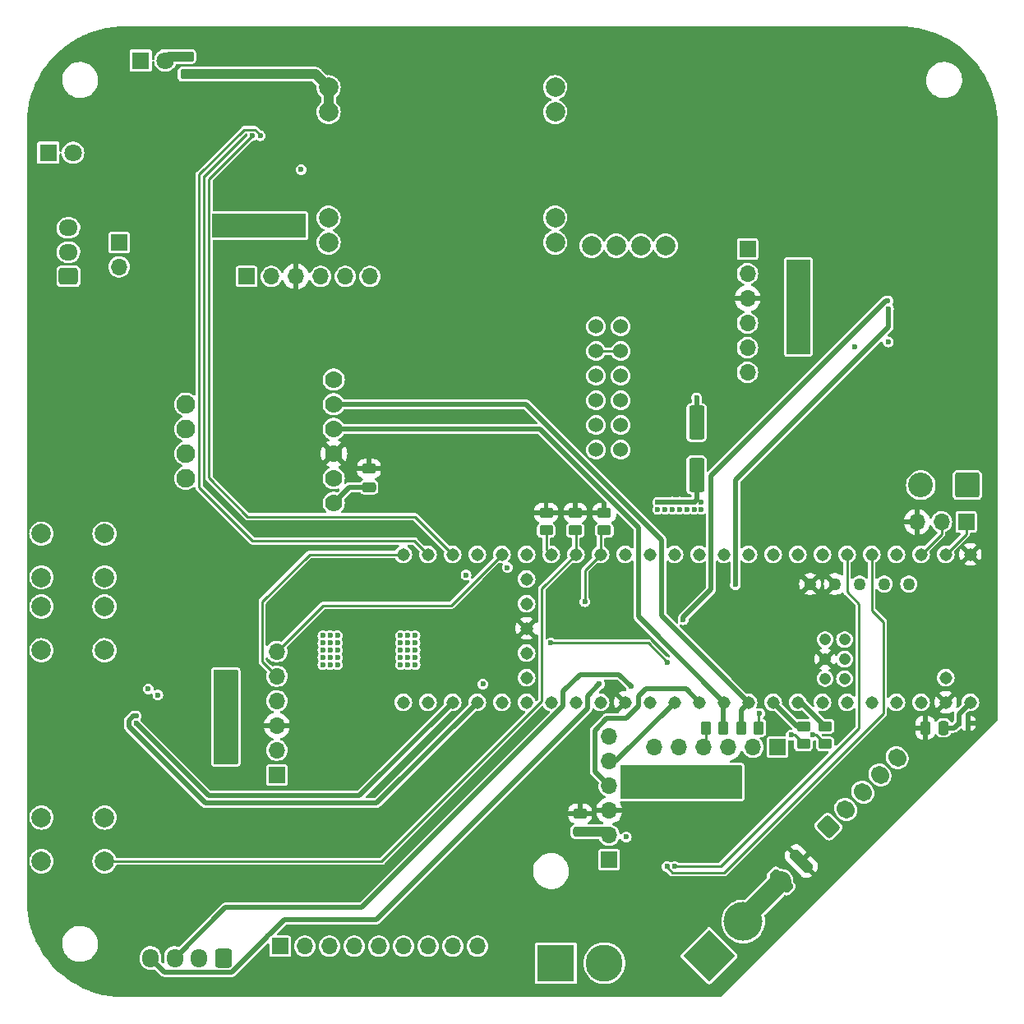
<source format=gbr>
%TF.GenerationSoftware,KiCad,Pcbnew,7.0.8*%
%TF.CreationDate,2023-10-26T13:24:24+11:00*%
%TF.ProjectId,Main 4.2,4d61696e-2034-42e3-922e-6b696361645f,rev?*%
%TF.SameCoordinates,Original*%
%TF.FileFunction,Copper,L1,Top*%
%TF.FilePolarity,Positive*%
%FSLAX46Y46*%
G04 Gerber Fmt 4.6, Leading zero omitted, Abs format (unit mm)*
G04 Created by KiCad (PCBNEW 7.0.8) date 2023-10-26 13:24:24*
%MOMM*%
%LPD*%
G01*
G04 APERTURE LIST*
G04 Aperture macros list*
%AMRoundRect*
0 Rectangle with rounded corners*
0 $1 Rounding radius*
0 $2 $3 $4 $5 $6 $7 $8 $9 X,Y pos of 4 corners*
0 Add a 4 corners polygon primitive as box body*
4,1,4,$2,$3,$4,$5,$6,$7,$8,$9,$2,$3,0*
0 Add four circle primitives for the rounded corners*
1,1,$1+$1,$2,$3*
1,1,$1+$1,$4,$5*
1,1,$1+$1,$6,$7*
1,1,$1+$1,$8,$9*
0 Add four rect primitives between the rounded corners*
20,1,$1+$1,$2,$3,$4,$5,0*
20,1,$1+$1,$4,$5,$6,$7,0*
20,1,$1+$1,$6,$7,$8,$9,0*
20,1,$1+$1,$8,$9,$2,$3,0*%
%AMHorizOval*
0 Thick line with rounded ends*
0 $1 width*
0 $2 $3 position (X,Y) of the first rounded end (center of the circle)*
0 $4 $5 position (X,Y) of the second rounded end (center of the circle)*
0 Add line between two ends*
20,1,$1,$2,$3,$4,$5,0*
0 Add two circle primitives to create the rounded ends*
1,1,$1,$2,$3*
1,1,$1,$4,$5*%
%AMRotRect*
0 Rectangle, with rotation*
0 The origin of the aperture is its center*
0 $1 length*
0 $2 width*
0 $3 Rotation angle, in degrees counterclockwise*
0 Add horizontal line*
21,1,$1,$2,0,0,$3*%
G04 Aperture macros list end*
%TA.AperFunction,SMDPad,CuDef*%
%ADD10RoundRect,0.250000X0.450000X-0.262500X0.450000X0.262500X-0.450000X0.262500X-0.450000X-0.262500X0*%
%TD*%
%TA.AperFunction,SMDPad,CuDef*%
%ADD11RoundRect,0.250000X-0.450000X0.262500X-0.450000X-0.262500X0.450000X-0.262500X0.450000X0.262500X0*%
%TD*%
%TA.AperFunction,ComponentPad*%
%ADD12C,1.524000*%
%TD*%
%TA.AperFunction,SMDPad,CuDef*%
%ADD13RoundRect,0.250000X0.262500X0.450000X-0.262500X0.450000X-0.262500X-0.450000X0.262500X-0.450000X0*%
%TD*%
%TA.AperFunction,ComponentPad*%
%ADD14C,2.000000*%
%TD*%
%TA.AperFunction,SMDPad,CuDef*%
%ADD15RoundRect,0.250000X-0.262500X-0.450000X0.262500X-0.450000X0.262500X0.450000X-0.262500X0.450000X0*%
%TD*%
%TA.AperFunction,ComponentPad*%
%ADD16RoundRect,0.249999X1.025001X1.025001X-1.025001X1.025001X-1.025001X-1.025001X1.025001X-1.025001X0*%
%TD*%
%TA.AperFunction,ComponentPad*%
%ADD17C,2.550000*%
%TD*%
%TA.AperFunction,SMDPad,CuDef*%
%ADD18RoundRect,0.250000X0.550000X-1.500000X0.550000X1.500000X-0.550000X1.500000X-0.550000X-1.500000X0*%
%TD*%
%TA.AperFunction,ComponentPad*%
%ADD19R,1.700000X1.700000*%
%TD*%
%TA.AperFunction,ComponentPad*%
%ADD20O,1.700000X1.700000*%
%TD*%
%TA.AperFunction,SMDPad,CuDef*%
%ADD21RoundRect,0.140000X-0.140000X-0.170000X0.140000X-0.170000X0.140000X0.170000X-0.140000X0.170000X0*%
%TD*%
%TA.AperFunction,ComponentPad*%
%ADD22RoundRect,0.250000X0.088388X-0.936916X0.936916X-0.088388X-0.088388X0.936916X-0.936916X0.088388X0*%
%TD*%
%TA.AperFunction,ComponentPad*%
%ADD23HorizOval,1.700000X-0.088388X0.088388X0.088388X-0.088388X0*%
%TD*%
%TA.AperFunction,SMDPad,CuDef*%
%ADD24RoundRect,0.250000X-0.250000X-0.475000X0.250000X-0.475000X0.250000X0.475000X-0.250000X0.475000X0*%
%TD*%
%TA.AperFunction,SMDPad,CuDef*%
%ADD25RoundRect,0.250000X0.475000X-0.250000X0.475000X0.250000X-0.475000X0.250000X-0.475000X-0.250000X0*%
%TD*%
%TA.AperFunction,ComponentPad*%
%ADD26C,1.308000*%
%TD*%
%TA.AperFunction,ComponentPad*%
%ADD27C,1.258000*%
%TD*%
%TA.AperFunction,ComponentPad*%
%ADD28C,1.208000*%
%TD*%
%TA.AperFunction,ComponentPad*%
%ADD29R,1.800000X1.800000*%
%TD*%
%TA.AperFunction,ComponentPad*%
%ADD30C,1.800000*%
%TD*%
%TA.AperFunction,ComponentPad*%
%ADD31RotRect,3.800000X3.800000X45.000000*%
%TD*%
%TA.AperFunction,ComponentPad*%
%ADD32C,4.000000*%
%TD*%
%TA.AperFunction,ComponentPad*%
%ADD33R,3.800000X3.800000*%
%TD*%
%TA.AperFunction,ComponentPad*%
%ADD34C,3.800000*%
%TD*%
%TA.AperFunction,SMDPad,CuDef*%
%ADD35RoundRect,0.250000X0.539169X-0.981111X0.981111X-0.539169X-0.539169X0.981111X-0.981111X0.539169X0*%
%TD*%
%TA.AperFunction,ComponentPad*%
%ADD36C,1.778000*%
%TD*%
%TA.AperFunction,ComponentPad*%
%ADD37C,1.930400*%
%TD*%
%TA.AperFunction,ComponentPad*%
%ADD38RoundRect,0.250000X0.600000X0.725000X-0.600000X0.725000X-0.600000X-0.725000X0.600000X-0.725000X0*%
%TD*%
%TA.AperFunction,ComponentPad*%
%ADD39O,1.700000X1.950000*%
%TD*%
%TA.AperFunction,ComponentPad*%
%ADD40RoundRect,0.250000X0.725000X-0.600000X0.725000X0.600000X-0.725000X0.600000X-0.725000X-0.600000X0*%
%TD*%
%TA.AperFunction,ComponentPad*%
%ADD41O,1.950000X1.700000*%
%TD*%
%TA.AperFunction,ViaPad*%
%ADD42C,0.600000*%
%TD*%
%TA.AperFunction,Conductor*%
%ADD43C,0.500000*%
%TD*%
%TA.AperFunction,Conductor*%
%ADD44C,0.250000*%
%TD*%
%TA.AperFunction,Conductor*%
%ADD45C,1.000000*%
%TD*%
%TA.AperFunction,Conductor*%
%ADD46C,2.000000*%
%TD*%
G04 APERTURE END LIST*
D10*
%TO.P,R31,1*%
%TO.N,+5V*%
X116500000Y-104912500D03*
%TO.P,R31,2*%
%TO.N,Net-(D1-A)*%
X116500000Y-103087500D03*
%TD*%
D11*
%TO.P,R27,1*%
%TO.N,/SCL*%
X182250000Y-172087500D03*
%TO.P,R27,2*%
%TO.N,+3V3*%
X182250000Y-173912500D03*
%TD*%
D12*
%TO.P,U8,1,Vout*%
%TO.N,Net-(J14-Pin_2)*%
X158640000Y-143600000D03*
X161180000Y-143600000D03*
%TO.P,U8,2,GND*%
%TO.N,GNDPWR*%
X158640000Y-141060000D03*
X161180000Y-141060000D03*
X158640000Y-138520000D03*
X161180000Y-138520000D03*
%TO.P,U8,3,VIN*%
%TO.N,+15V*%
X158640000Y-135980000D03*
X161180000Y-135980000D03*
%TO.P,U8,4,VRP*%
%TO.N,unconnected-(U8-VRP-Pad4)*%
X158640000Y-133440000D03*
X161180000Y-133440000D03*
%TO.P,U8,5,EN*%
%TO.N,unconnected-(U8-EN-Pad5)*%
X161180000Y-130900000D03*
%TO.P,U8,6,PG*%
%TO.N,unconnected-(U8-PG-Pad6)*%
X158640000Y-130900000D03*
%TD*%
D10*
%TO.P,R34,1*%
%TO.N,/SW2*%
X159500000Y-151912500D03*
%TO.P,R34,2*%
%TO.N,GNDS*%
X159500000Y-150087500D03*
%TD*%
D13*
%TO.P,R29,1*%
%TO.N,/SCL1*%
X171750000Y-172250000D03*
%TO.P,R29,2*%
%TO.N,+3V3*%
X169925000Y-172250000D03*
%TD*%
D11*
%TO.P,R28,1*%
%TO.N,/SDA*%
X180000000Y-172087500D03*
%TO.P,R28,2*%
%TO.N,+3V3*%
X180000000Y-173912500D03*
%TD*%
D14*
%TO.P,SW2,1,A*%
%TO.N,+3V3*%
X108000000Y-156750000D03*
X101500000Y-156750000D03*
%TO.P,SW2,2,B*%
%TO.N,/SW2*%
X108000000Y-152250000D03*
X101500000Y-152250000D03*
%TD*%
%TO.P,SW3,1,A*%
%TO.N,+3V3*%
X101500000Y-181500000D03*
X108000000Y-181500000D03*
%TO.P,SW3,2,B*%
%TO.N,/SW3*%
X101500000Y-186000000D03*
X108000000Y-186000000D03*
%TD*%
D15*
%TO.P,R30,1*%
%TO.N,/SDA1*%
X173587500Y-172250000D03*
%TO.P,R30,2*%
%TO.N,+3V3*%
X175412500Y-172250000D03*
%TD*%
D14*
%TO.P,SW1,1,A*%
%TO.N,+3V3*%
X108000000Y-164250000D03*
X101500000Y-164250000D03*
%TO.P,SW1,2,B*%
%TO.N,/SW1*%
X108000000Y-159750000D03*
X101500000Y-159750000D03*
%TD*%
D16*
%TO.P,J14,1,Pin_1*%
%TO.N,GNDPWR*%
X196900000Y-147250000D03*
D17*
%TO.P,J14,2,Pin_2*%
%TO.N,Net-(J14-Pin_2)*%
X192100000Y-147250000D03*
%TD*%
D18*
%TO.P,C21,1*%
%TO.N,+5V*%
X169000000Y-146200000D03*
%TO.P,C21,2*%
%TO.N,GNDPWR*%
X169000000Y-140800000D03*
%TD*%
D10*
%TO.P,R35,1*%
%TO.N,/SW3*%
X156500000Y-151912500D03*
%TO.P,R35,2*%
%TO.N,GNDS*%
X156500000Y-150087500D03*
%TD*%
D19*
%TO.P,U10,1,EN*%
%TO.N,unconnected-(U10-EN-Pad1)*%
X160000000Y-185850000D03*
D20*
%TO.P,U10,2,VCC*%
%TO.N,+5V*%
X160000000Y-183310000D03*
%TO.P,U10,3,GND*%
%TO.N,GNDS*%
X160000000Y-180770000D03*
%TO.P,U10,4,TX*%
%TO.N,/RX3*%
X160000000Y-178230000D03*
%TO.P,U10,5,RX*%
%TO.N,/TX3*%
X160000000Y-175690000D03*
%TO.P,U10,6,State*%
%TO.N,unconnected-(U10-State-Pad6)*%
X160000000Y-173150000D03*
%TD*%
D21*
%TO.P,C24,1*%
%TO.N,+5V*%
X196020000Y-171750000D03*
%TO.P,C24,2*%
%TO.N,GNDS*%
X196980000Y-171750000D03*
%TD*%
D10*
%TO.P,R32,1*%
%TO.N,/LINE BREAK*%
X153500000Y-151912500D03*
%TO.P,R32,2*%
%TO.N,GNDS*%
X153500000Y-150087500D03*
%TD*%
D22*
%TO.P,J13,1,Pin_1*%
%TO.N,Net-(J12-Pin_1)*%
X182593235Y-182414303D03*
D23*
%TO.P,J13,2,Pin_2*%
%TO.N,Net-(J12-Pin_2)*%
X184361002Y-180646536D03*
%TO.P,J13,3,Pin_3*%
%TO.N,Net-(J12-Pin_3)*%
X186128769Y-178878769D03*
%TO.P,J13,4,Pin_4*%
%TO.N,Net-(J12-Pin_4)*%
X187896536Y-177111002D03*
%TO.P,J13,5,Pin_5*%
%TO.N,Net-(J12-Pin_5)*%
X189664303Y-175343235D03*
%TD*%
D24*
%TO.P,C23,1*%
%TO.N,GNDS*%
X192550000Y-172250000D03*
%TO.P,C23,2*%
%TO.N,+5V*%
X194450000Y-172250000D03*
%TD*%
D19*
%TO.P,J12,1,Pin_1*%
%TO.N,Net-(J12-Pin_1)*%
X126090000Y-194750000D03*
D20*
%TO.P,J12,2,Pin_2*%
%TO.N,Net-(J12-Pin_2)*%
X128630000Y-194750000D03*
%TO.P,J12,3,Pin_3*%
%TO.N,Net-(J12-Pin_3)*%
X131170000Y-194750000D03*
%TO.P,J12,4,Pin_4*%
%TO.N,Net-(J12-Pin_4)*%
X133710000Y-194750000D03*
%TO.P,J12,5,Pin_5*%
%TO.N,Net-(J12-Pin_5)*%
X136250000Y-194750000D03*
%TO.P,J12,6,Pin_6*%
%TO.N,unconnected-(J12-Pin_6-Pad6)*%
X138790000Y-194750000D03*
%TO.P,J12,7,Pin_7*%
%TO.N,unconnected-(J12-Pin_7-Pad7)*%
X141330000Y-194750000D03*
%TO.P,J12,8,Pin_8*%
%TO.N,unconnected-(J12-Pin_8-Pad8)*%
X143870000Y-194750000D03*
%TO.P,J12,9,Pin_9*%
%TO.N,unconnected-(J12-Pin_9-Pad9)*%
X146410000Y-194750000D03*
%TD*%
D14*
%TO.P,U7,1,SHDN*%
%TO.N,unconnected-(U7-SHDN-Pad1)*%
X158190000Y-122580000D03*
%TO.P,U7,2,VIN*%
%TO.N,+15V*%
X160730000Y-122580000D03*
%TO.P,U7,3,GND*%
%TO.N,GNDPWR*%
X163270000Y-122580000D03*
%TO.P,U7,4,VOUT*%
%TO.N,+3V3*%
X165810000Y-122580000D03*
%TD*%
D25*
%TO.P,C29,1*%
%TO.N,+5V*%
X157000000Y-182950000D03*
%TO.P,C29,2*%
%TO.N,GNDS*%
X157000000Y-181050000D03*
%TD*%
D26*
%TO.P,U12,0,RX1*%
%TO.N,/RX*%
X194670000Y-154380000D03*
%TO.P,U12,1,TX1*%
%TO.N,/TX*%
X192130000Y-154380000D03*
%TO.P,U12,2,OUT2*%
%TO.N,unconnected-(U12-OUT2-Pad2)*%
X189590000Y-154380000D03*
%TO.P,U12,3,LRCLK2*%
%TO.N,/M1IN2*%
X187050000Y-154380000D03*
%TO.P,U12,3.3V_1,3.3V*%
%TO.N,unconnected-(U12-3.3V-Pad3.3V_1)*%
X161650000Y-154380000D03*
%TO.P,U12,3.3V_2,3.3V__1*%
%TO.N,unconnected-(U12-3.3V__1-Pad3.3V_2)*%
X192130000Y-169620000D03*
%TO.P,U12,3.3V_3,3.3V__2*%
%TO.N,unconnected-(U12-3.3V__2-Pad3.3V_3)*%
X151490000Y-159460000D03*
%TO.P,U12,4,BCLK2*%
%TO.N,/M1IN1*%
X184510000Y-154380000D03*
%TO.P,U12,5,IN2*%
%TO.N,/ENC1A*%
X181970000Y-154380000D03*
D27*
%TO.P,U12,5V,5V*%
%TO.N,unconnected-(U12-Pad5V)*%
X190860000Y-157430000D03*
D26*
%TO.P,U12,6,OUT1D*%
%TO.N,/ENC1B*%
X179430000Y-154380000D03*
%TO.P,U12,7,RX2*%
%TO.N,/ENC2A*%
X176890000Y-154380000D03*
%TO.P,U12,8,TX2*%
%TO.N,/ENC2B*%
X174350000Y-154380000D03*
%TO.P,U12,9,OUT1C*%
%TO.N,unconnected-(U12-OUT1C-Pad9)*%
X171810000Y-154380000D03*
%TO.P,U12,10,CS1*%
%TO.N,unconnected-(U12-CS1-Pad10)*%
X169270000Y-154380000D03*
%TO.P,U12,11,MOSI*%
%TO.N,/M5IN2*%
X166730000Y-154380000D03*
%TO.P,U12,12,MISO*%
%TO.N,/M5IN1*%
X164190000Y-154380000D03*
%TO.P,U12,13,SCK*%
%TO.N,unconnected-(U12-SCK-Pad13)*%
X164190000Y-169620000D03*
%TO.P,U12,14,A0*%
%TO.N,/TX3*%
X166730000Y-169620000D03*
%TO.P,U12,15,A1*%
%TO.N,/RX3*%
X169270000Y-169620000D03*
%TO.P,U12,16,A2*%
%TO.N,/SCL1*%
X171810000Y-169620000D03*
%TO.P,U12,17,A3*%
%TO.N,/SDA1*%
X174350000Y-169620000D03*
%TO.P,U12,18,A4*%
%TO.N,/SDA*%
X176890000Y-169620000D03*
%TO.P,U12,19,A5*%
%TO.N,/SCL*%
X179430000Y-169620000D03*
%TO.P,U12,20,A6*%
%TO.N,unconnected-(U12-A6-Pad20)*%
X181970000Y-169620000D03*
%TO.P,U12,21,A7*%
%TO.N,unconnected-(U12-A7-Pad21)*%
X184510000Y-169620000D03*
%TO.P,U12,22,A8*%
%TO.N,unconnected-(U12-A8-Pad22)*%
X187050000Y-169620000D03*
%TO.P,U12,23,A9*%
%TO.N,/SW1*%
X189590000Y-169620000D03*
%TO.P,U12,24,A10*%
%TO.N,/SW2*%
X159110000Y-154380000D03*
%TO.P,U12,25,A11*%
%TO.N,/SW3*%
X156570000Y-154380000D03*
%TO.P,U12,26,A12*%
%TO.N,/LINE BREAK*%
X154030000Y-154380000D03*
%TO.P,U12,27,A13*%
%TO.N,unconnected-(U12-A13-Pad27)*%
X151490000Y-154380000D03*
%TO.P,U12,28,RX7*%
%TO.N,/ENC4B*%
X148950000Y-154380000D03*
%TO.P,U12,29,TX7*%
%TO.N,unconnected-(U12-TX7-Pad29)*%
X146410000Y-154380000D03*
%TO.P,U12,30,CRX3*%
%TO.N,/M3IN1*%
X143870000Y-154380000D03*
%TO.P,U12,31,CTX3*%
%TO.N,/M3IN2*%
X141330000Y-154380000D03*
%TO.P,U12,32,OUT1B*%
%TO.N,/ENC4A*%
X138790000Y-154380000D03*
%TO.P,U12,33,MCLK2*%
%TO.N,/ENC3B*%
X138790000Y-169620000D03*
%TO.P,U12,34,RX8*%
%TO.N,/ENC3A*%
X141330000Y-169620000D03*
%TO.P,U12,35,TX8*%
%TO.N,/M4IN1*%
X143870000Y-169620000D03*
%TO.P,U12,36,CS2*%
%TO.N,/M4IN2*%
X146410000Y-169620000D03*
%TO.P,U12,37,CS3*%
%TO.N,unconnected-(U12-CS3-Pad37)*%
X148950000Y-169620000D03*
%TO.P,U12,38,A14*%
%TO.N,/DISABLE*%
X151490000Y-169620000D03*
%TO.P,U12,39,A15*%
%TO.N,/M2IN2*%
X154030000Y-169620000D03*
%TO.P,U12,40,A16*%
%TO.N,/KICKERTRIG*%
X156570000Y-169620000D03*
%TO.P,U12,41,A17*%
%TO.N,/M2IN1*%
X159110000Y-169620000D03*
D27*
%TO.P,U12,D+,D+*%
%TO.N,unconnected-(U12-PadD+)*%
X185780000Y-157430000D03*
%TO.P,U12,D-,D-*%
%TO.N,unconnected-(U12-PadD-)*%
X188320000Y-157430000D03*
D26*
%TO.P,U12,GND1,GND*%
%TO.N,GNDS*%
X197210000Y-154380000D03*
%TO.P,U12,GND2,GND__1*%
X161650000Y-169620000D03*
%TO.P,U12,GND3,GND__2*%
X194670000Y-169620000D03*
%TO.P,U12,GND4,GND__3*%
X151490000Y-162000000D03*
D28*
%TO.P,U12,GND5,GND__4*%
X182240000Y-165170000D03*
%TO.P,U12,LED,LED*%
%TO.N,unconnected-(U12-PadLED)*%
X184240000Y-165170000D03*
D26*
%TO.P,U12,ON/OFF,ON/OFF*%
%TO.N,unconnected-(U12-PadON{slash}OFF)*%
X151490000Y-167080000D03*
%TO.P,U12,PROGRAM,PROGRAM*%
%TO.N,unconnected-(U12-PadPROGRAM)*%
X151490000Y-164540000D03*
D28*
%TO.P,U12,R+,R+*%
%TO.N,unconnected-(U12-PadR+)*%
X184240000Y-167170000D03*
%TO.P,U12,R-,R-*%
%TO.N,unconnected-(U12-PadR-)*%
X182240000Y-167170000D03*
%TO.P,U12,T+,T+*%
%TO.N,unconnected-(U12-PadT+)*%
X182240000Y-163170000D03*
%TO.P,U12,T-,T-*%
%TO.N,unconnected-(U12-PadT-)*%
X184240000Y-163170000D03*
D27*
%TO.P,U12,USB_GND1,USB_GND*%
%TO.N,GNDS*%
X183240000Y-157430000D03*
%TO.P,U12,USB_GND2,USB_GND__1*%
X180700000Y-157430000D03*
D26*
%TO.P,U12,VBAT,VBAT*%
%TO.N,unconnected-(U12-PadVBAT)*%
X151490000Y-156920000D03*
%TO.P,U12,VIN,VIN*%
%TO.N,+5V*%
X197210000Y-169620000D03*
%TO.P,U12,VUSB,VUSB*%
%TO.N,unconnected-(U12-PadVUSB)*%
X194670000Y-167080000D03*
%TD*%
D19*
%TO.P,J16,1,Pin_1*%
%TO.N,/RX*%
X196775000Y-151025000D03*
D20*
%TO.P,J16,2,Pin_2*%
%TO.N,/TX*%
X194235000Y-151025000D03*
%TO.P,J16,3,Pin_3*%
%TO.N,GNDS*%
X191695000Y-151025000D03*
%TD*%
D29*
%TO.P,Q1,1,C*%
%TO.N,+3V3*%
X102225000Y-113000000D03*
D30*
%TO.P,Q1,2,E*%
%TO.N,/LINE BREAK*%
X104765000Y-113000000D03*
%TD*%
D31*
%TO.P,J10,1,Pin_1*%
%TO.N,Net-(J10-Pin_1)*%
X170272614Y-195727387D03*
D32*
%TO.P,J10,2,Pin_2*%
%TO.N,GNDPWR*%
X173808148Y-192191853D03*
%TD*%
D33*
%TO.P,J11,1,Pin_1*%
%TO.N,+15V*%
X154500000Y-196500000D03*
D34*
%TO.P,J11,2,Pin_2*%
%TO.N,Net-(J10-Pin_1)*%
X159500000Y-196500000D03*
%TD*%
D25*
%TO.P,C22,1*%
%TO.N,+3V3*%
X135250000Y-147450000D03*
%TO.P,C22,2*%
%TO.N,GNDS*%
X135250000Y-145550000D03*
%TD*%
D35*
%TO.P,R1,1*%
%TO.N,GNDPWR*%
X177715856Y-188034144D03*
%TO.P,R1,2*%
%TO.N,GNDS*%
X179784144Y-185965856D03*
%TD*%
D19*
%TO.P,J2,1,Pin_1*%
%TO.N,/M5IN2*%
X109500000Y-122225000D03*
D20*
%TO.P,J2,2,Pin_2*%
%TO.N,/M5IN1*%
X109500000Y-124765000D03*
%TD*%
D36*
%TO.P,U9,1,VIN*%
%TO.N,+3V3*%
X131620000Y-149080000D03*
%TO.P,U9,2,3V*%
%TO.N,unconnected-(U9-3V-Pad2)*%
X131620000Y-146540000D03*
%TO.P,U9,3,GND*%
%TO.N,GNDS*%
X131620000Y-144000000D03*
%TO.P,U9,4,SCL*%
%TO.N,/SCL1*%
X131620000Y-141460000D03*
%TO.P,U9,5,SDA*%
%TO.N,/SDA1*%
X131620000Y-138920000D03*
%TO.P,U9,6,RST*%
%TO.N,/RST*%
X131620000Y-136380000D03*
D37*
%TO.P,U9,7,INT*%
%TO.N,unconnected-(U9-INT-Pad7)*%
X116380000Y-146540000D03*
%TO.P,U9,8,ADR*%
%TO.N,unconnected-(U9-ADR-Pad8)*%
X116380000Y-144000000D03*
%TO.P,U9,9,PS0*%
%TO.N,unconnected-(U9-PS0-Pad9)*%
X116380000Y-141460000D03*
%TO.P,U9,10,PS1*%
%TO.N,unconnected-(U9-PS1-Pad10)*%
X116380000Y-138920000D03*
%TD*%
D29*
%TO.P,D1,1,K*%
%TO.N,GNDPWR*%
X111725000Y-103500000D03*
D30*
%TO.P,D1,2,A*%
%TO.N,Net-(D1-A)*%
X114265000Y-103500000D03*
%TD*%
D14*
%TO.P,U6,1,IN-*%
%TO.N,GNDPWR*%
X154435000Y-122240000D03*
X154435000Y-119700000D03*
%TO.P,U6,2,IN+*%
%TO.N,+15V*%
X154435000Y-108800000D03*
X154435000Y-106260000D03*
%TO.P,U6,3,OUT-*%
%TO.N,GNDPWR*%
X131095000Y-122250000D03*
X131095000Y-119710000D03*
%TO.P,U6,4,OUT+*%
%TO.N,+5V*%
X131095000Y-108810000D03*
X131095000Y-106270000D03*
%TD*%
D19*
%TO.P,J5,1,Pin_1*%
%TO.N,/M1A*%
X177350000Y-174250000D03*
D20*
%TO.P,J5,2,Pin_2*%
%TO.N,/M1B*%
X174810000Y-174250000D03*
%TO.P,J5,3,Pin_3*%
%TO.N,GNDS*%
X172270000Y-174250000D03*
%TO.P,J5,4,Pin_4*%
%TO.N,+3V3*%
X169730000Y-174250000D03*
%TO.P,J5,5,Pin_5*%
%TO.N,/ENC1A*%
X167190000Y-174250000D03*
%TO.P,J5,6,Pin_6*%
%TO.N,/ENC1B*%
X164650000Y-174250000D03*
%TD*%
D19*
%TO.P,J7,1,Pin_1*%
%TO.N,/M3A*%
X122650000Y-125750000D03*
D20*
%TO.P,J7,2,Pin_2*%
%TO.N,/M3B*%
X125190000Y-125750000D03*
%TO.P,J7,3,Pin_3*%
%TO.N,GNDS*%
X127730000Y-125750000D03*
%TO.P,J7,4,Pin_4*%
%TO.N,+3V3*%
X130270000Y-125750000D03*
%TO.P,J7,5,Pin_5*%
%TO.N,/ENC3A*%
X132810000Y-125750000D03*
%TO.P,J7,6,Pin_6*%
%TO.N,/ENC3B*%
X135350000Y-125750000D03*
%TD*%
D19*
%TO.P,J6,1,Pin_1*%
%TO.N,/M2A*%
X174250000Y-122920000D03*
D20*
%TO.P,J6,2,Pin_2*%
%TO.N,/M2B*%
X174250000Y-125460000D03*
%TO.P,J6,3,Pin_3*%
%TO.N,GNDS*%
X174250000Y-128000000D03*
%TO.P,J6,4,Pin_4*%
%TO.N,+3V3*%
X174250000Y-130540000D03*
%TO.P,J6,5,Pin_5*%
%TO.N,/ENC2A*%
X174250000Y-133080000D03*
%TO.P,J6,6,Pin_6*%
%TO.N,/ENC2B*%
X174250000Y-135620000D03*
%TD*%
D38*
%TO.P,J15,1,Pin_1*%
%TO.N,+5V*%
X120250000Y-195975000D03*
D39*
%TO.P,J15,2,Pin_2*%
%TO.N,GNDPWR*%
X117750000Y-195975000D03*
%TO.P,J15,3,Pin_3*%
%TO.N,/SDA*%
X115250000Y-195975000D03*
%TO.P,J15,4,Pin_4*%
%TO.N,/SCL*%
X112750000Y-195975000D03*
%TD*%
D19*
%TO.P,J8,1,Pin_1*%
%TO.N,/M4A*%
X125750000Y-177100000D03*
D20*
%TO.P,J8,2,Pin_2*%
%TO.N,/M4B*%
X125750000Y-174560000D03*
%TO.P,J8,3,Pin_3*%
%TO.N,GNDS*%
X125750000Y-172020000D03*
%TO.P,J8,4,Pin_4*%
%TO.N,+3V3*%
X125750000Y-169480000D03*
%TO.P,J8,5,Pin_5*%
%TO.N,/ENC4A*%
X125750000Y-166940000D03*
%TO.P,J8,6,Pin_6*%
%TO.N,/ENC4B*%
X125750000Y-164400000D03*
%TD*%
D40*
%TO.P,J1,1,Pin_1*%
%TO.N,+15V*%
X104275000Y-125750000D03*
D41*
%TO.P,J1,2,Pin_2*%
%TO.N,/KICKERTRIG*%
X104275000Y-123250000D03*
%TO.P,J1,3,Pin_3*%
%TO.N,GNDPWR*%
X104275000Y-120750000D03*
%TD*%
D42*
%TO.N,+3V3*%
X175500000Y-170750000D03*
X181000000Y-173000000D03*
X178750000Y-173000000D03*
%TO.N,+5V*%
X168750000Y-149750000D03*
X166500000Y-149750000D03*
X188750000Y-132500000D03*
X165000000Y-149750000D03*
X165750000Y-149000000D03*
X169500000Y-149000000D03*
X167250000Y-149000000D03*
X168000000Y-149000000D03*
X112500000Y-168234400D03*
X168000000Y-149750000D03*
X168750000Y-149000000D03*
X166500000Y-149000000D03*
X169500000Y-149750000D03*
X167250000Y-149750000D03*
X165000000Y-149000000D03*
X165750000Y-149750000D03*
%TO.N,GNDPWR*%
X169000000Y-138250000D03*
%TO.N,+15V*%
X120250000Y-121250000D03*
X120250000Y-119750000D03*
X127500000Y-119750000D03*
X168750000Y-179000000D03*
X126750000Y-119750000D03*
X130500000Y-163500000D03*
X128250000Y-119750000D03*
X121250000Y-168250000D03*
X178750000Y-125250000D03*
X127500000Y-121250000D03*
X179500000Y-133250000D03*
X130500000Y-162750000D03*
X131250000Y-162750000D03*
X169500000Y-178250000D03*
X119500000Y-121250000D03*
X163000000Y-177500000D03*
X179500000Y-126750000D03*
X180250000Y-125250000D03*
X163750000Y-178250000D03*
X119750000Y-173250000D03*
X163000000Y-176750000D03*
X138500000Y-163500000D03*
X178750000Y-126000000D03*
X180250000Y-126750000D03*
X170199503Y-178250000D03*
X163000000Y-178250000D03*
X139250000Y-164250000D03*
X121250000Y-167500000D03*
X131250000Y-164250000D03*
X180250000Y-133250000D03*
X163750000Y-177500000D03*
X171750000Y-179000000D03*
X130500000Y-164250000D03*
X128250000Y-121250000D03*
X120500000Y-168250000D03*
X130500000Y-165750000D03*
X119500000Y-119750000D03*
X179500000Y-124500000D03*
X131250000Y-165750000D03*
X121750000Y-121250000D03*
X126750000Y-120500000D03*
X178750000Y-131750000D03*
X162250000Y-178250000D03*
X119750000Y-167500000D03*
X169500000Y-179000000D03*
X180250000Y-126000000D03*
X119750000Y-174750000D03*
X138500000Y-164250000D03*
X179500000Y-125250000D03*
X140000000Y-165000000D03*
X132000000Y-164250000D03*
X179500000Y-131750000D03*
X139250000Y-165750000D03*
X119750000Y-174000000D03*
X162250000Y-177500000D03*
X171699503Y-178250000D03*
X139250000Y-162750000D03*
X120500000Y-175500000D03*
X161500000Y-178250000D03*
X161500000Y-176750000D03*
X120500000Y-174750000D03*
X121250000Y-174750000D03*
X180250000Y-132500000D03*
X180250000Y-124500000D03*
X132000000Y-163500000D03*
X140000000Y-163500000D03*
X130500000Y-165000000D03*
X178750000Y-133250000D03*
X127500000Y-120500000D03*
X139250000Y-165000000D03*
X132000000Y-162750000D03*
X121000000Y-119750000D03*
X162250000Y-176750000D03*
X171000000Y-178250000D03*
X178750000Y-132500000D03*
X168000000Y-179000000D03*
X179500000Y-126000000D03*
X140000000Y-165750000D03*
X119750000Y-175500000D03*
X132000000Y-165000000D03*
X121000000Y-121250000D03*
X120500000Y-174000000D03*
X138500000Y-165000000D03*
X119750000Y-166750000D03*
X120500000Y-173250000D03*
X138500000Y-162750000D03*
X121750000Y-119750000D03*
X121250000Y-175500000D03*
X119750000Y-168250000D03*
X168750000Y-178250000D03*
X161500000Y-177500000D03*
X139250000Y-163500000D03*
X140000000Y-164250000D03*
X126750000Y-121250000D03*
X163750000Y-176750000D03*
X131250000Y-163500000D03*
X120500000Y-167500000D03*
X180250000Y-131750000D03*
X132000000Y-165750000D03*
X120250000Y-120500000D03*
X119500000Y-120500000D03*
X140000000Y-162750000D03*
X121750000Y-120500000D03*
X120500000Y-166750000D03*
X121250000Y-174000000D03*
X138500000Y-165750000D03*
X128250000Y-120500000D03*
X131250000Y-165000000D03*
X179500000Y-132500000D03*
X178750000Y-124500000D03*
X121250000Y-166750000D03*
X121000000Y-120500000D03*
%TO.N,/SDA*%
X162250000Y-168000000D03*
%TO.N,/SCL*%
X159000000Y-167750000D03*
%TO.N,/KICKERTRIG*%
X147000000Y-167750000D03*
%TO.N,/SW1*%
X154000000Y-163500000D03*
X166000000Y-165500000D03*
%TO.N,/SW2*%
X157500000Y-159250000D03*
%TO.N,/M1IN1*%
X166750000Y-186530998D03*
%TO.N,/M1IN2*%
X165950497Y-186530998D03*
%TO.N,/M2IN1*%
X188706000Y-128250000D03*
X167615000Y-161115000D03*
%TO.N,/M2IN2*%
X173000000Y-157500000D03*
X188771936Y-129067242D03*
%TO.N,/M3IN1*%
X123250000Y-111250000D03*
%TO.N,/M3IN2*%
X124049503Y-111250000D03*
%TO.N,/M4IN1*%
X111250000Y-171799503D03*
%TO.N,/M4IN2*%
X111250000Y-171000000D03*
%TO.N,/DISABLE*%
X161750000Y-183500000D03*
X128250000Y-114750000D03*
X185250000Y-133000000D03*
X113500000Y-168858900D03*
%TO.N,/M5IN2*%
X145250000Y-156500000D03*
%TO.N,/M5IN1*%
X149500000Y-155750000D03*
%TO.N,GNDS*%
X189500000Y-165000000D03*
%TD*%
D43*
%TO.N,+3V3*%
X135250000Y-147450000D02*
X133250000Y-147450000D01*
D44*
X169925000Y-174055000D02*
X169730000Y-174250000D01*
X179087500Y-173000000D02*
X180000000Y-173912500D01*
X181337500Y-173000000D02*
X182250000Y-173912500D01*
X169925000Y-172250000D02*
X169925000Y-174055000D01*
X175412500Y-170837500D02*
X175500000Y-170750000D01*
X178750000Y-173000000D02*
X179087500Y-173000000D01*
D43*
X133250000Y-147450000D02*
X131620000Y-149080000D01*
D44*
X181000000Y-173000000D02*
X181337500Y-173000000D01*
X175412500Y-172250000D02*
X175412500Y-170837500D01*
D45*
%TO.N,+5V*%
X159640000Y-182950000D02*
X160000000Y-183310000D01*
X129737500Y-104912500D02*
X131095000Y-106270000D01*
D43*
X196020000Y-170810000D02*
X197210000Y-169620000D01*
X169000000Y-148750000D02*
X168750000Y-149000000D01*
D45*
X116500000Y-104912500D02*
X129737500Y-104912500D01*
D43*
X194450000Y-172250000D02*
X195520000Y-172250000D01*
X169000000Y-146200000D02*
X169000000Y-148750000D01*
X195520000Y-172250000D02*
X196020000Y-171750000D01*
D45*
X157000000Y-182950000D02*
X159640000Y-182950000D01*
D43*
X196020000Y-171750000D02*
X196020000Y-170810000D01*
X168750000Y-149000000D02*
X165000000Y-149000000D01*
D45*
X131095000Y-106270000D02*
X131095000Y-108810000D01*
D46*
%TO.N,GNDPWR*%
X173808148Y-191941852D02*
X173808148Y-192191853D01*
X177715856Y-188034144D02*
X173808148Y-191941852D01*
D43*
X169000000Y-140800000D02*
X169000000Y-138250000D01*
D45*
%TO.N,Net-(D1-A)*%
X116500000Y-103087500D02*
X114677500Y-103087500D01*
X114677500Y-103087500D02*
X114265000Y-103500000D01*
D44*
%TO.N,/RX*%
X196775000Y-152275000D02*
X196775000Y-151025000D01*
X194670000Y-154380000D02*
X196775000Y-152275000D01*
%TO.N,/TX*%
X192130000Y-154380000D02*
X194235000Y-152275000D01*
X194235000Y-152275000D02*
X194235000Y-151025000D01*
D43*
%TO.N,/SDA*%
X134500000Y-190750000D02*
X120475000Y-190750000D01*
X157000000Y-166750000D02*
X155250000Y-168500000D01*
X162250000Y-168000000D02*
X161000000Y-166750000D01*
X179357500Y-172087500D02*
X176890000Y-169620000D01*
X120475000Y-190750000D02*
X115250000Y-195975000D01*
X180000000Y-172087500D02*
X179357500Y-172087500D01*
X161000000Y-166750000D02*
X157000000Y-166750000D01*
X155250000Y-168500000D02*
X155250000Y-170000000D01*
X155250000Y-170000000D02*
X134500000Y-190750000D01*
%TO.N,/SCL*%
X124790000Y-193713604D02*
X124790000Y-193749950D01*
X125089950Y-193450000D02*
X125053604Y-193450000D01*
X159000000Y-167750000D02*
X157750000Y-169000000D01*
X121139950Y-197400000D02*
X114175000Y-197400000D01*
X136000000Y-192000000D02*
X126539950Y-192000000D01*
X126539950Y-192000000D02*
X125089950Y-193450000D01*
X179782500Y-169620000D02*
X182250000Y-172087500D01*
X125053604Y-193450000D02*
X124790000Y-193713604D01*
X157750000Y-169000000D02*
X157750000Y-170250000D01*
X157750000Y-170250000D02*
X136000000Y-192000000D01*
X114175000Y-197400000D02*
X112750000Y-195975000D01*
X124790000Y-193749950D02*
X121139950Y-197400000D01*
D44*
%TO.N,/LINE BREAK*%
X153500000Y-153850000D02*
X153500000Y-151912500D01*
X154030000Y-154380000D02*
X153500000Y-153850000D01*
%TO.N,/SW1*%
X164000000Y-163500000D02*
X166000000Y-165500000D01*
X154000000Y-163500000D02*
X164000000Y-163500000D01*
D43*
%TO.N,/SCL1*%
X171750000Y-172250000D02*
X171750000Y-169680000D01*
X131620000Y-141460000D02*
X152860000Y-141460000D01*
X152860000Y-141460000D02*
X163000000Y-151600000D01*
X163000000Y-160810000D02*
X171810000Y-169620000D01*
X163000000Y-151600000D02*
X163000000Y-160810000D01*
D44*
%TO.N,/SW2*%
X159110000Y-152302500D02*
X159500000Y-151912500D01*
X157500000Y-159250000D02*
X157500000Y-155990000D01*
X157500000Y-155990000D02*
X159110000Y-154380000D01*
X159110000Y-154380000D02*
X159110000Y-152302500D01*
D43*
%TO.N,/SDA1*%
X165400000Y-160670000D02*
X165400000Y-152900000D01*
X151420000Y-138920000D02*
X131620000Y-138920000D01*
X174350000Y-169620000D02*
X165400000Y-160670000D01*
X165400000Y-152900000D02*
X151420000Y-138920000D01*
X173587500Y-170382500D02*
X174350000Y-169620000D01*
X173587500Y-172250000D02*
X173587500Y-170382500D01*
D44*
%TO.N,/SW3*%
X156570000Y-154380000D02*
X156570000Y-151982500D01*
X108000000Y-186000000D02*
X136551000Y-186000000D01*
X153051000Y-169500000D02*
X153051000Y-157899000D01*
X136551000Y-186000000D02*
X153051000Y-169500000D01*
X153051000Y-157899000D02*
X156570000Y-154380000D01*
%TO.N,/M1IN1*%
X185750000Y-159500000D02*
X185750000Y-172250000D01*
X171469002Y-186530998D02*
X166750000Y-186530998D01*
X185750000Y-172250000D02*
X171469002Y-186530998D01*
X184510000Y-154380000D02*
X184510000Y-158260000D01*
X184510000Y-158260000D02*
X185750000Y-159500000D01*
%TO.N,/M1IN2*%
X188250000Y-170750000D02*
X188250000Y-161363604D01*
X165950497Y-186530998D02*
X165950497Y-186615379D01*
X171844002Y-187155998D02*
X188250000Y-170750000D01*
X188250000Y-161363604D02*
X187050000Y-160163604D01*
X187050000Y-160163604D02*
X187050000Y-154380000D01*
X165950497Y-186615379D02*
X166491116Y-187155998D01*
X166491116Y-187155998D02*
X171844002Y-187155998D01*
%TO.N,/ENC4A*%
X124250000Y-159250000D02*
X129120000Y-154380000D01*
X125750000Y-166940000D02*
X124250000Y-165440000D01*
X129120000Y-154380000D02*
X138790000Y-154380000D01*
X124250000Y-165440000D02*
X124250000Y-159250000D01*
D43*
%TO.N,/M2IN1*%
X170500000Y-146278517D02*
X188528517Y-128250000D01*
X167615000Y-160885000D02*
X170500000Y-158000000D01*
X170500000Y-158000000D02*
X170500000Y-146278517D01*
X167615000Y-161115000D02*
X167615000Y-160885000D01*
X188528517Y-128250000D02*
X188706000Y-128250000D01*
%TO.N,/M2IN2*%
X173000000Y-157500000D02*
X173000000Y-146750000D01*
X173000000Y-146750000D02*
X188771936Y-130978064D01*
X188771936Y-130978064D02*
X188771936Y-129067242D01*
D44*
%TO.N,/ENC4B*%
X143680000Y-159650000D02*
X148950000Y-154380000D01*
X125750000Y-164400000D02*
X130500000Y-159650000D01*
X130500000Y-159650000D02*
X143680000Y-159650000D01*
%TO.N,/M3IN1*%
X139990000Y-150500000D02*
X143870000Y-154380000D01*
X118750000Y-115750000D02*
X118750000Y-146500000D01*
X122750000Y-150500000D02*
X139990000Y-150500000D01*
X123250000Y-111250000D02*
X118750000Y-115750000D01*
X118750000Y-146500000D02*
X122750000Y-150500000D01*
%TO.N,/M3IN2*%
X123508884Y-110625000D02*
X122375000Y-110625000D01*
X124049503Y-111250000D02*
X124049503Y-111165619D01*
X122375000Y-110625000D02*
X117750000Y-115250000D01*
X124049503Y-111165619D02*
X123508884Y-110625000D01*
X117750000Y-147500000D02*
X123250000Y-153000000D01*
X123250000Y-153000000D02*
X139950000Y-153000000D01*
X139950000Y-153000000D02*
X141330000Y-154380000D01*
X117750000Y-115250000D02*
X117750000Y-147500000D01*
D43*
%TO.N,/M4IN1*%
X118700497Y-179250000D02*
X134240000Y-179250000D01*
X134240000Y-179250000D02*
X143870000Y-169620000D01*
X111250000Y-171799503D02*
X118700497Y-179250000D01*
%TO.N,/M4IN2*%
X111250000Y-171000000D02*
X110988842Y-171000000D01*
X110500000Y-171488842D02*
X110500000Y-172110164D01*
X110988842Y-171000000D02*
X110500000Y-171488842D01*
X110500000Y-172110164D02*
X118389836Y-180000000D01*
X118389836Y-180000000D02*
X136030000Y-180000000D01*
X136030000Y-180000000D02*
X146410000Y-169620000D01*
D44*
%TO.N,unconnected-(U8-VRP-Pad4)*%
X161180000Y-133440000D02*
X158640000Y-133440000D01*
D43*
%TO.N,/TX3*%
X160000000Y-175690000D02*
X160660000Y-175690000D01*
X160660000Y-175690000D02*
X166730000Y-169620000D01*
%TO.N,/RX3*%
X163000000Y-170000000D02*
X163000000Y-169000000D01*
X159750000Y-171250000D02*
X161750000Y-171250000D01*
X163000000Y-169000000D02*
X163750000Y-168250000D01*
X163750000Y-168250000D02*
X167900000Y-168250000D01*
X161750000Y-171250000D02*
X163000000Y-170000000D01*
X158500000Y-176730000D02*
X158500000Y-172500000D01*
X158500000Y-172500000D02*
X159750000Y-171250000D01*
X160000000Y-178230000D02*
X158500000Y-176730000D01*
X167900000Y-168250000D02*
X169270000Y-169620000D01*
%TD*%
%TA.AperFunction,Conductor*%
%TO.N,GNDS*%
G36*
X190413711Y-100013001D02*
G01*
X190605829Y-100019039D01*
X190609416Y-100019258D01*
X190957743Y-100050911D01*
X191219286Y-100075634D01*
X191222719Y-100076058D01*
X191554824Y-100126603D01*
X191828084Y-100169884D01*
X191831305Y-100170484D01*
X192153925Y-100239738D01*
X192429860Y-100301418D01*
X192432954Y-100302194D01*
X192747653Y-100389924D01*
X193022409Y-100469748D01*
X193025298Y-100470666D01*
X193232638Y-100542215D01*
X193332236Y-100576584D01*
X193603414Y-100674214D01*
X193606118Y-100675259D01*
X193904917Y-100799026D01*
X194064934Y-100868271D01*
X194171985Y-100914597D01*
X194463228Y-101056404D01*
X194607010Y-101129664D01*
X194723305Y-101188919D01*
X195004901Y-101347740D01*
X195256681Y-101496642D01*
X195527784Y-101671923D01*
X195748242Y-101821746D01*
X195770073Y-101836583D01*
X196029823Y-102027710D01*
X196261545Y-102207452D01*
X196470034Y-102381206D01*
X196509110Y-102413772D01*
X196729232Y-102607836D01*
X196963810Y-102828653D01*
X197171346Y-103036189D01*
X197392163Y-103270767D01*
X197586227Y-103490889D01*
X197593820Y-103500000D01*
X197792539Y-103738445D01*
X197972275Y-103970158D01*
X198046018Y-104070377D01*
X198163416Y-104229926D01*
X198192776Y-104273128D01*
X198328086Y-104472231D01*
X198443346Y-104650500D01*
X198503351Y-104743308D01*
X198652267Y-104995111D01*
X198811075Y-105276684D01*
X198943595Y-105536771D01*
X199085402Y-105828014D01*
X199200971Y-106095077D01*
X199324736Y-106393874D01*
X199325790Y-106396599D01*
X199423415Y-106667763D01*
X199529329Y-106974692D01*
X199530259Y-106977619D01*
X199610080Y-107252362D01*
X199614603Y-107268585D01*
X199697800Y-107567031D01*
X199698584Y-107570155D01*
X199760274Y-107846137D01*
X199829506Y-108168655D01*
X199830124Y-108171969D01*
X199873418Y-108445318D01*
X199923935Y-108777239D01*
X199924366Y-108780734D01*
X199949095Y-109042332D01*
X199980737Y-109390540D01*
X199980961Y-109394204D01*
X199987004Y-109586494D01*
X199999500Y-110000000D01*
X199999500Y-171448430D01*
X199979815Y-171515469D01*
X199963181Y-171536111D01*
X171536111Y-199963181D01*
X171474788Y-199996666D01*
X171448430Y-199999500D01*
X110000000Y-199999500D01*
X109586494Y-199987004D01*
X109394204Y-199980961D01*
X109390540Y-199980737D01*
X109042332Y-199949095D01*
X108780734Y-199924366D01*
X108777239Y-199923935D01*
X108445318Y-199873418D01*
X108171969Y-199830124D01*
X108168655Y-199829506D01*
X107846137Y-199760274D01*
X107570155Y-199698584D01*
X107567031Y-199697800D01*
X107252387Y-199610087D01*
X107195834Y-199593657D01*
X106977619Y-199530259D01*
X106974692Y-199529329D01*
X106667763Y-199423415D01*
X106396599Y-199325790D01*
X106393874Y-199324736D01*
X106095077Y-199200971D01*
X105828014Y-199085402D01*
X105536771Y-198943595D01*
X105276684Y-198811075D01*
X104995111Y-198652267D01*
X104743308Y-198503351D01*
X104734622Y-198497735D01*
X104621627Y-198424678D01*
X152349500Y-198424678D01*
X152364032Y-198497735D01*
X152364033Y-198497739D01*
X152364034Y-198497740D01*
X152419399Y-198580601D01*
X152502260Y-198635966D01*
X152502264Y-198635967D01*
X152575321Y-198650499D01*
X152575324Y-198650500D01*
X152575326Y-198650500D01*
X156424676Y-198650500D01*
X156424677Y-198650499D01*
X156497740Y-198635966D01*
X156580601Y-198580601D01*
X156635966Y-198497740D01*
X156650500Y-198424674D01*
X156650500Y-196500000D01*
X157344475Y-196500000D01*
X157364551Y-196793511D01*
X157364552Y-196793513D01*
X157424404Y-197081543D01*
X157424409Y-197081559D01*
X157522927Y-197358762D01*
X157658278Y-197619977D01*
X157658282Y-197619983D01*
X157827932Y-197860323D01*
X158028743Y-198075338D01*
X158137006Y-198163416D01*
X158256951Y-198260999D01*
X158256953Y-198261000D01*
X158256954Y-198261001D01*
X158508319Y-198413860D01*
X158508324Y-198413862D01*
X158701432Y-198497740D01*
X158778159Y-198531067D01*
X159061445Y-198610440D01*
X159317681Y-198645659D01*
X159352901Y-198650500D01*
X159352902Y-198650500D01*
X159647099Y-198650500D01*
X159678520Y-198646180D01*
X159938555Y-198610440D01*
X160221841Y-198531067D01*
X160491682Y-198413859D01*
X160743049Y-198260999D01*
X160971260Y-198075335D01*
X161172065Y-197860326D01*
X161341722Y-197619976D01*
X161477072Y-197358764D01*
X161575592Y-197081554D01*
X161575592Y-197081549D01*
X161575595Y-197081543D01*
X161617514Y-196879815D01*
X161635448Y-196793511D01*
X161655525Y-196500000D01*
X161635448Y-196206489D01*
X161602398Y-196047442D01*
X161575595Y-195918456D01*
X161575590Y-195918440D01*
X161511939Y-195739344D01*
X161507690Y-195727389D01*
X167330200Y-195727389D01*
X167349640Y-195825126D01*
X167349641Y-195825128D01*
X167366595Y-195850500D01*
X167391031Y-195887070D01*
X167391034Y-195887073D01*
X167391037Y-195887077D01*
X170112924Y-198608964D01*
X170112927Y-198608966D01*
X170112931Y-198608970D01*
X170150061Y-198633780D01*
X170174872Y-198650359D01*
X170174874Y-198650360D01*
X170272612Y-198669801D01*
X170272614Y-198669801D01*
X170272616Y-198669801D01*
X170370353Y-198650360D01*
X170370355Y-198650359D01*
X170432297Y-198608970D01*
X170432301Y-198608965D01*
X170432304Y-198608964D01*
X173154191Y-195887077D01*
X173154192Y-195887074D01*
X173154197Y-195887070D01*
X173195586Y-195825128D01*
X173195587Y-195825126D01*
X173215028Y-195727389D01*
X173215028Y-195727384D01*
X173195587Y-195629647D01*
X173195586Y-195629645D01*
X173169513Y-195590626D01*
X173154197Y-195567704D01*
X173154193Y-195567700D01*
X173154191Y-195567697D01*
X170432304Y-192845810D01*
X170432300Y-192845807D01*
X170432297Y-192845804D01*
X170393660Y-192819987D01*
X170370355Y-192804414D01*
X170370353Y-192804413D01*
X170272616Y-192784973D01*
X170272612Y-192784973D01*
X170174874Y-192804413D01*
X170174872Y-192804414D01*
X170112931Y-192845804D01*
X170112924Y-192845810D01*
X167391037Y-195567697D01*
X167391031Y-195567704D01*
X167349641Y-195629645D01*
X167349640Y-195629647D01*
X167330200Y-195727384D01*
X167330200Y-195727389D01*
X161507690Y-195727389D01*
X161477072Y-195641236D01*
X161341722Y-195380024D01*
X161341721Y-195380022D01*
X161341717Y-195380016D01*
X161172067Y-195139676D01*
X161048782Y-195007671D01*
X160971260Y-194924665D01*
X160971258Y-194924664D01*
X160971256Y-194924661D01*
X160788104Y-194775656D01*
X160743049Y-194739001D01*
X160743047Y-194739000D01*
X160743045Y-194738998D01*
X160491680Y-194586139D01*
X160491675Y-194586137D01*
X160221845Y-194468934D01*
X159938560Y-194389561D01*
X159938556Y-194389560D01*
X159938555Y-194389560D01*
X159792826Y-194369530D01*
X159647099Y-194349500D01*
X159647098Y-194349500D01*
X159352902Y-194349500D01*
X159352901Y-194349500D01*
X159061445Y-194389560D01*
X159061439Y-194389561D01*
X158778154Y-194468934D01*
X158508324Y-194586137D01*
X158508319Y-194586139D01*
X158256954Y-194738998D01*
X158028743Y-194924661D01*
X157827932Y-195139676D01*
X157658282Y-195380016D01*
X157658278Y-195380022D01*
X157522927Y-195641237D01*
X157424409Y-195918440D01*
X157424404Y-195918456D01*
X157364552Y-196206486D01*
X157364551Y-196206488D01*
X157344475Y-196500000D01*
X156650500Y-196500000D01*
X156650500Y-194575326D01*
X156650500Y-194575323D01*
X156650499Y-194575321D01*
X156635967Y-194502264D01*
X156635966Y-194502260D01*
X156580601Y-194419399D01*
X156507169Y-194370334D01*
X156497739Y-194364033D01*
X156497735Y-194364032D01*
X156424677Y-194349500D01*
X156424674Y-194349500D01*
X152575326Y-194349500D01*
X152575323Y-194349500D01*
X152502264Y-194364032D01*
X152502260Y-194364033D01*
X152419399Y-194419399D01*
X152364033Y-194502260D01*
X152364032Y-194502264D01*
X152349500Y-194575321D01*
X152349500Y-198424678D01*
X104621627Y-198424678D01*
X104472231Y-198328086D01*
X104331588Y-198232505D01*
X104229926Y-198163416D01*
X103970180Y-197972292D01*
X103738445Y-197792539D01*
X103490889Y-197586227D01*
X103270767Y-197392163D01*
X103036189Y-197171346D01*
X102828653Y-196963810D01*
X102607836Y-196729232D01*
X102413772Y-196509110D01*
X102390875Y-196481636D01*
X102207452Y-196261545D01*
X102027702Y-196029812D01*
X101982648Y-195968582D01*
X101836583Y-195770073D01*
X101807575Y-195727389D01*
X101671923Y-195527784D01*
X101496643Y-195256684D01*
X101478303Y-195225672D01*
X101347740Y-195004901D01*
X101188920Y-194723307D01*
X101178534Y-194702924D01*
X101109666Y-194567763D01*
X103645787Y-194567763D01*
X103675413Y-194837013D01*
X103675415Y-194837024D01*
X103740798Y-195087116D01*
X103743928Y-195099088D01*
X103849870Y-195348390D01*
X103959327Y-195527741D01*
X103990979Y-195579605D01*
X103990986Y-195579615D01*
X104164253Y-195787819D01*
X104164259Y-195787824D01*
X104192382Y-195813022D01*
X104365998Y-195968582D01*
X104591910Y-196118044D01*
X104837176Y-196233020D01*
X104837183Y-196233022D01*
X104837185Y-196233023D01*
X105096557Y-196311057D01*
X105096564Y-196311058D01*
X105096569Y-196311060D01*
X105364561Y-196350500D01*
X105364566Y-196350500D01*
X105567636Y-196350500D01*
X105619133Y-196346730D01*
X105770156Y-196335677D01*
X105888943Y-196309216D01*
X106034546Y-196276782D01*
X106034548Y-196276781D01*
X106034553Y-196276780D01*
X106287558Y-196180014D01*
X106523777Y-196047441D01*
X106738177Y-195881888D01*
X106926186Y-195686881D01*
X107083799Y-195466579D01*
X107193958Y-195252318D01*
X107207649Y-195225690D01*
X107207651Y-195225684D01*
X107207656Y-195225675D01*
X107295118Y-194969305D01*
X107344319Y-194702933D01*
X107354212Y-194432235D01*
X107324586Y-194162982D01*
X107256072Y-193900912D01*
X107150130Y-193651610D01*
X107009018Y-193420390D01*
X106990052Y-193397600D01*
X106835746Y-193212180D01*
X106835740Y-193212175D01*
X106634002Y-193031418D01*
X106408092Y-192881957D01*
X106408090Y-192881956D01*
X106162824Y-192766980D01*
X106162819Y-192766978D01*
X106162814Y-192766976D01*
X105903442Y-192688942D01*
X105903428Y-192688939D01*
X105787791Y-192671921D01*
X105635439Y-192649500D01*
X105432369Y-192649500D01*
X105432364Y-192649500D01*
X105229844Y-192664323D01*
X105229831Y-192664325D01*
X104965453Y-192723217D01*
X104965446Y-192723220D01*
X104712439Y-192819987D01*
X104476226Y-192952557D01*
X104261822Y-193118112D01*
X104073822Y-193313109D01*
X104073816Y-193313116D01*
X103916202Y-193533419D01*
X103916199Y-193533424D01*
X103792350Y-193774309D01*
X103792343Y-193774327D01*
X103704884Y-194030685D01*
X103704881Y-194030699D01*
X103655681Y-194297068D01*
X103655680Y-194297075D01*
X103645787Y-194567763D01*
X101109666Y-194567763D01*
X101099045Y-194546917D01*
X101056404Y-194463228D01*
X100914597Y-194171985D01*
X100853451Y-194030685D01*
X100799026Y-193904917D01*
X100675259Y-193606118D01*
X100674208Y-193603399D01*
X100660314Y-193564808D01*
X100576584Y-193332236D01*
X100502956Y-193118870D01*
X100470666Y-193025298D01*
X100469748Y-193022409D01*
X100389924Y-192747653D01*
X100302194Y-192432954D01*
X100301414Y-192429843D01*
X100300861Y-192427371D01*
X100239738Y-192153925D01*
X100170484Y-191831305D01*
X100169884Y-191828084D01*
X100126603Y-191554824D01*
X100076058Y-191222719D01*
X100075634Y-191219286D01*
X100050911Y-190957743D01*
X100019258Y-190609416D01*
X100019039Y-190605829D01*
X100012992Y-190413414D01*
X100010248Y-190322615D01*
X100000500Y-190000000D01*
X100000500Y-189999500D01*
X100000500Y-186048585D01*
X100015074Y-185998949D01*
X100014887Y-185998593D01*
X100233800Y-185998593D01*
X100243477Y-186013650D01*
X100248028Y-186037778D01*
X100263793Y-186217975D01*
X100263793Y-186217979D01*
X100320422Y-186429322D01*
X100320424Y-186429326D01*
X100320425Y-186429330D01*
X100328709Y-186447095D01*
X100412897Y-186627638D01*
X100412909Y-186627655D01*
X100538402Y-186806877D01*
X100693123Y-186961598D01*
X100872361Y-187087102D01*
X101070670Y-187179575D01*
X101282023Y-187236207D01*
X101464926Y-187252208D01*
X101499998Y-187255277D01*
X101500000Y-187255277D01*
X101500002Y-187255277D01*
X101528254Y-187252805D01*
X101717977Y-187236207D01*
X101929330Y-187179575D01*
X102127639Y-187087102D01*
X102306877Y-186961598D01*
X102461598Y-186806877D01*
X102587102Y-186627639D01*
X102679575Y-186429330D01*
X102736207Y-186217977D01*
X102755277Y-186000002D01*
X106744723Y-186000002D01*
X106763793Y-186217975D01*
X106763793Y-186217979D01*
X106820422Y-186429322D01*
X106820424Y-186429326D01*
X106820425Y-186429330D01*
X106828709Y-186447095D01*
X106912897Y-186627638D01*
X106912909Y-186627655D01*
X107038402Y-186806877D01*
X107193123Y-186961598D01*
X107372361Y-187087102D01*
X107570670Y-187179575D01*
X107782023Y-187236207D01*
X107964926Y-187252208D01*
X107999998Y-187255277D01*
X108000000Y-187255277D01*
X108000002Y-187255277D01*
X108028254Y-187252805D01*
X108217977Y-187236207D01*
X108429330Y-187179575D01*
X108627639Y-187087102D01*
X108806877Y-186961598D01*
X108961598Y-186806877D01*
X109087102Y-186627639D01*
X109171291Y-186447094D01*
X109217463Y-186394656D01*
X109283673Y-186375500D01*
X136499196Y-186375500D01*
X136524641Y-186378139D01*
X136528440Y-186378935D01*
X136535268Y-186380367D01*
X136556225Y-186377754D01*
X136570492Y-186375977D01*
X136578168Y-186375500D01*
X136582112Y-186375500D01*
X136582114Y-186375500D01*
X136582116Y-186375499D01*
X136582122Y-186375499D01*
X136597487Y-186372934D01*
X136605140Y-186371657D01*
X136659626Y-186364866D01*
X136659627Y-186364865D01*
X136659629Y-186364865D01*
X136667141Y-186362628D01*
X136674606Y-186360066D01*
X136674606Y-186360065D01*
X136674610Y-186360065D01*
X136722877Y-186333944D01*
X136772211Y-186309826D01*
X136772214Y-186309823D01*
X136778594Y-186305268D01*
X136784819Y-186300422D01*
X136784826Y-186300419D01*
X136822008Y-186260028D01*
X153045705Y-170036331D01*
X153107026Y-170002848D01*
X153176718Y-170007832D01*
X153232651Y-170049704D01*
X153240768Y-170062010D01*
X153294214Y-170154580D01*
X153421438Y-170295877D01*
X153575259Y-170407635D01*
X153748955Y-170484969D01*
X153779792Y-170491523D01*
X153841271Y-170524714D01*
X153875049Y-170585877D01*
X153870397Y-170655591D01*
X153841691Y-170700494D01*
X134329005Y-190213181D01*
X134267682Y-190246666D01*
X134241324Y-190249500D01*
X120542143Y-190249500D01*
X120515785Y-190246666D01*
X120511074Y-190245641D01*
X120511070Y-190245641D01*
X120472552Y-190248396D01*
X120459328Y-190249342D01*
X120454906Y-190249500D01*
X120439199Y-190249500D01*
X120423656Y-190251734D01*
X120419260Y-190252207D01*
X120367517Y-190255909D01*
X120367513Y-190255910D01*
X120362986Y-190257598D01*
X120337327Y-190264146D01*
X120332550Y-190264833D01*
X120332543Y-190264835D01*
X120285353Y-190286385D01*
X120281264Y-190288078D01*
X120232675Y-190306200D01*
X120232664Y-190306206D01*
X120228799Y-190309100D01*
X120206020Y-190322615D01*
X120201636Y-190324617D01*
X120201626Y-190324623D01*
X120177676Y-190345375D01*
X120162428Y-190358587D01*
X120158996Y-190361354D01*
X120146402Y-190370781D01*
X120135291Y-190381892D01*
X120132055Y-190384905D01*
X120092861Y-190418867D01*
X120092854Y-190418876D01*
X120090243Y-190422938D01*
X120073616Y-190443568D01*
X115737048Y-194780136D01*
X115675725Y-194813621D01*
X115608811Y-194809635D01*
X115510636Y-194775656D01*
X115421476Y-194762837D01*
X115302602Y-194745746D01*
X115302598Y-194745746D01*
X115092672Y-194755745D01*
X114888421Y-194805296D01*
X114888417Y-194805298D01*
X114697256Y-194892598D01*
X114697251Y-194892601D01*
X114526046Y-195014515D01*
X114526040Y-195014520D01*
X114381014Y-195166620D01*
X114267388Y-195343425D01*
X114189274Y-195538544D01*
X114160683Y-195686890D01*
X114149500Y-195744915D01*
X114149500Y-196152425D01*
X114164472Y-196309218D01*
X114176594Y-196350500D01*
X114182416Y-196370329D01*
X114182415Y-196440199D01*
X114144640Y-196498977D01*
X114081084Y-196528001D01*
X114011925Y-196518057D01*
X113975759Y-196492945D01*
X113870754Y-196387940D01*
X113837271Y-196326620D01*
X113836678Y-196276799D01*
X113850500Y-196205085D01*
X113850500Y-195797575D01*
X113835528Y-195640782D01*
X113776316Y-195439125D01*
X113680011Y-195252318D01*
X113680009Y-195252316D01*
X113680008Y-195252313D01*
X113550094Y-195087116D01*
X113550090Y-195087112D01*
X113391253Y-194949478D01*
X113209249Y-194844398D01*
X113209245Y-194844396D01*
X113209244Y-194844396D01*
X113010633Y-194775656D01*
X112802602Y-194745746D01*
X112802598Y-194745746D01*
X112592672Y-194755745D01*
X112388421Y-194805296D01*
X112388417Y-194805298D01*
X112197256Y-194892598D01*
X112197251Y-194892601D01*
X112026046Y-195014515D01*
X112026040Y-195014520D01*
X111881014Y-195166620D01*
X111767388Y-195343425D01*
X111689274Y-195538544D01*
X111660683Y-195686890D01*
X111649500Y-195744915D01*
X111649500Y-196152425D01*
X111664472Y-196309218D01*
X111723684Y-196510875D01*
X111727387Y-196518057D01*
X111819991Y-196697686D01*
X111949905Y-196862883D01*
X111949909Y-196862887D01*
X112108746Y-197000521D01*
X112290750Y-197105601D01*
X112290752Y-197105601D01*
X112290756Y-197105604D01*
X112489367Y-197174344D01*
X112697398Y-197204254D01*
X112907330Y-197194254D01*
X113111576Y-197144704D01*
X113111582Y-197144701D01*
X113112745Y-197144299D01*
X113113366Y-197144269D01*
X113117317Y-197143311D01*
X113117501Y-197144072D01*
X113182535Y-197140974D01*
X113240984Y-197173798D01*
X113773614Y-197706427D01*
X113790250Y-197727071D01*
X113792857Y-197731128D01*
X113832063Y-197765100D01*
X113835304Y-197768117D01*
X113846407Y-197779220D01*
X113846410Y-197779222D01*
X113846412Y-197779224D01*
X113858970Y-197788625D01*
X113862418Y-197791403D01*
X113901623Y-197825374D01*
X113901624Y-197825375D01*
X113901625Y-197825375D01*
X113901627Y-197825377D01*
X113906010Y-197827379D01*
X113928807Y-197840905D01*
X113932669Y-197843796D01*
X113981295Y-197861932D01*
X113985351Y-197863612D01*
X114002492Y-197871441D01*
X114032540Y-197885164D01*
X114032541Y-197885164D01*
X114032543Y-197885165D01*
X114037312Y-197885850D01*
X114063002Y-197892407D01*
X114067517Y-197894091D01*
X114119258Y-197897791D01*
X114123657Y-197898264D01*
X114139201Y-197900500D01*
X114154906Y-197900500D01*
X114159328Y-197900657D01*
X114211073Y-197904359D01*
X114215785Y-197903334D01*
X114242143Y-197900500D01*
X121072807Y-197900500D01*
X121099165Y-197903334D01*
X121103877Y-197904359D01*
X121155621Y-197900657D01*
X121160044Y-197900500D01*
X121175749Y-197900500D01*
X121191292Y-197898264D01*
X121195690Y-197897791D01*
X121247433Y-197894091D01*
X121251942Y-197892408D01*
X121277635Y-197885850D01*
X121282407Y-197885165D01*
X121329596Y-197863613D01*
X121333686Y-197861920D01*
X121362588Y-197851140D01*
X121382279Y-197843797D01*
X121382279Y-197843796D01*
X121382281Y-197843796D01*
X121386139Y-197840907D01*
X121408945Y-197827375D01*
X121413323Y-197825377D01*
X121452514Y-197791416D01*
X121455964Y-197788637D01*
X121458880Y-197786453D01*
X121468543Y-197779221D01*
X121479670Y-197768092D01*
X121482875Y-197765109D01*
X121522093Y-197731128D01*
X121524701Y-197727068D01*
X121541331Y-197706431D01*
X124777821Y-194469942D01*
X124839142Y-194436459D01*
X124908834Y-194441443D01*
X124964767Y-194483315D01*
X124989184Y-194548779D01*
X124989500Y-194557625D01*
X124989500Y-195624678D01*
X125004032Y-195697735D01*
X125004033Y-195697739D01*
X125004034Y-195697740D01*
X125059399Y-195780601D01*
X125126037Y-195825126D01*
X125142260Y-195835966D01*
X125142264Y-195835967D01*
X125215321Y-195850499D01*
X125215324Y-195850500D01*
X125215326Y-195850500D01*
X126964676Y-195850500D01*
X126964677Y-195850499D01*
X127037740Y-195835966D01*
X127120601Y-195780601D01*
X127175966Y-195697740D01*
X127190500Y-195624674D01*
X127190500Y-194750000D01*
X127524785Y-194750000D01*
X127543602Y-194953082D01*
X127599417Y-195149247D01*
X127599422Y-195149260D01*
X127690327Y-195331821D01*
X127813237Y-195494581D01*
X127963958Y-195631980D01*
X127963960Y-195631982D01*
X128042099Y-195680363D01*
X128137363Y-195739348D01*
X128327544Y-195813024D01*
X128528024Y-195850500D01*
X128528026Y-195850500D01*
X128731974Y-195850500D01*
X128731976Y-195850500D01*
X128932456Y-195813024D01*
X129122637Y-195739348D01*
X129296041Y-195631981D01*
X129446764Y-195494579D01*
X129569673Y-195331821D01*
X129660582Y-195149250D01*
X129716397Y-194953083D01*
X129735215Y-194750000D01*
X130064785Y-194750000D01*
X130083602Y-194953082D01*
X130139417Y-195149247D01*
X130139422Y-195149260D01*
X130230327Y-195331821D01*
X130353237Y-195494581D01*
X130503958Y-195631980D01*
X130503960Y-195631982D01*
X130582099Y-195680363D01*
X130677363Y-195739348D01*
X130867544Y-195813024D01*
X131068024Y-195850500D01*
X131068026Y-195850500D01*
X131271974Y-195850500D01*
X131271976Y-195850500D01*
X131472456Y-195813024D01*
X131662637Y-195739348D01*
X131836041Y-195631981D01*
X131986764Y-195494579D01*
X132109673Y-195331821D01*
X132200582Y-195149250D01*
X132256397Y-194953083D01*
X132275215Y-194750000D01*
X132604785Y-194750000D01*
X132623602Y-194953082D01*
X132679417Y-195149247D01*
X132679422Y-195149260D01*
X132770327Y-195331821D01*
X132893237Y-195494581D01*
X133043958Y-195631980D01*
X133043960Y-195631982D01*
X133122099Y-195680363D01*
X133217363Y-195739348D01*
X133407544Y-195813024D01*
X133608024Y-195850500D01*
X133608026Y-195850500D01*
X133811974Y-195850500D01*
X133811976Y-195850500D01*
X134012456Y-195813024D01*
X134202637Y-195739348D01*
X134376041Y-195631981D01*
X134526764Y-195494579D01*
X134649673Y-195331821D01*
X134740582Y-195149250D01*
X134796397Y-194953083D01*
X134815215Y-194750000D01*
X135144785Y-194750000D01*
X135163602Y-194953082D01*
X135219417Y-195149247D01*
X135219422Y-195149260D01*
X135310327Y-195331821D01*
X135433237Y-195494581D01*
X135583958Y-195631980D01*
X135583960Y-195631982D01*
X135662099Y-195680363D01*
X135757363Y-195739348D01*
X135947544Y-195813024D01*
X136148024Y-195850500D01*
X136148026Y-195850500D01*
X136351974Y-195850500D01*
X136351976Y-195850500D01*
X136552456Y-195813024D01*
X136742637Y-195739348D01*
X136916041Y-195631981D01*
X137066764Y-195494579D01*
X137189673Y-195331821D01*
X137280582Y-195149250D01*
X137336397Y-194953083D01*
X137355215Y-194750000D01*
X137684785Y-194750000D01*
X137703602Y-194953082D01*
X137759417Y-195149247D01*
X137759422Y-195149260D01*
X137850327Y-195331821D01*
X137973237Y-195494581D01*
X138123958Y-195631980D01*
X138123960Y-195631982D01*
X138202099Y-195680363D01*
X138297363Y-195739348D01*
X138487544Y-195813024D01*
X138688024Y-195850500D01*
X138688026Y-195850500D01*
X138891974Y-195850500D01*
X138891976Y-195850500D01*
X139092456Y-195813024D01*
X139282637Y-195739348D01*
X139456041Y-195631981D01*
X139606764Y-195494579D01*
X139729673Y-195331821D01*
X139820582Y-195149250D01*
X139876397Y-194953083D01*
X139895215Y-194750000D01*
X140224785Y-194750000D01*
X140243602Y-194953082D01*
X140299417Y-195149247D01*
X140299422Y-195149260D01*
X140390327Y-195331821D01*
X140513237Y-195494581D01*
X140663958Y-195631980D01*
X140663960Y-195631982D01*
X140742099Y-195680363D01*
X140837363Y-195739348D01*
X141027544Y-195813024D01*
X141228024Y-195850500D01*
X141228026Y-195850500D01*
X141431974Y-195850500D01*
X141431976Y-195850500D01*
X141632456Y-195813024D01*
X141822637Y-195739348D01*
X141996041Y-195631981D01*
X142146764Y-195494579D01*
X142269673Y-195331821D01*
X142360582Y-195149250D01*
X142416397Y-194953083D01*
X142435215Y-194750000D01*
X142764785Y-194750000D01*
X142783602Y-194953082D01*
X142839417Y-195149247D01*
X142839422Y-195149260D01*
X142930327Y-195331821D01*
X143053237Y-195494581D01*
X143203958Y-195631980D01*
X143203960Y-195631982D01*
X143282099Y-195680363D01*
X143377363Y-195739348D01*
X143567544Y-195813024D01*
X143768024Y-195850500D01*
X143768026Y-195850500D01*
X143971974Y-195850500D01*
X143971976Y-195850500D01*
X144172456Y-195813024D01*
X144362637Y-195739348D01*
X144536041Y-195631981D01*
X144686764Y-195494579D01*
X144809673Y-195331821D01*
X144900582Y-195149250D01*
X144956397Y-194953083D01*
X144975215Y-194750000D01*
X145304785Y-194750000D01*
X145323602Y-194953082D01*
X145379417Y-195149247D01*
X145379422Y-195149260D01*
X145470327Y-195331821D01*
X145593237Y-195494581D01*
X145743958Y-195631980D01*
X145743960Y-195631982D01*
X145822099Y-195680363D01*
X145917363Y-195739348D01*
X146107544Y-195813024D01*
X146308024Y-195850500D01*
X146308026Y-195850500D01*
X146511974Y-195850500D01*
X146511976Y-195850500D01*
X146712456Y-195813024D01*
X146902637Y-195739348D01*
X147076041Y-195631981D01*
X147226764Y-195494579D01*
X147349673Y-195331821D01*
X147440582Y-195149250D01*
X147496397Y-194953083D01*
X147515215Y-194750000D01*
X147496397Y-194546917D01*
X147440582Y-194350750D01*
X147349673Y-194168179D01*
X147245850Y-194030695D01*
X147226762Y-194005418D01*
X147076041Y-193868019D01*
X147076039Y-193868017D01*
X146902642Y-193760655D01*
X146902635Y-193760651D01*
X146796150Y-193719399D01*
X146712456Y-193686976D01*
X146511976Y-193649500D01*
X146308024Y-193649500D01*
X146107544Y-193686976D01*
X146107541Y-193686976D01*
X146107541Y-193686977D01*
X145917364Y-193760651D01*
X145917357Y-193760655D01*
X145743960Y-193868017D01*
X145743958Y-193868019D01*
X145593237Y-194005418D01*
X145470327Y-194168178D01*
X145379422Y-194350739D01*
X145379417Y-194350752D01*
X145323602Y-194546917D01*
X145304785Y-194749999D01*
X145304785Y-194750000D01*
X144975215Y-194750000D01*
X144956397Y-194546917D01*
X144900582Y-194350750D01*
X144809673Y-194168179D01*
X144705850Y-194030695D01*
X144686762Y-194005418D01*
X144536041Y-193868019D01*
X144536039Y-193868017D01*
X144362642Y-193760655D01*
X144362635Y-193760651D01*
X144256150Y-193719399D01*
X144172456Y-193686976D01*
X143971976Y-193649500D01*
X143768024Y-193649500D01*
X143567544Y-193686976D01*
X143567541Y-193686976D01*
X143567541Y-193686977D01*
X143377364Y-193760651D01*
X143377357Y-193760655D01*
X143203960Y-193868017D01*
X143203958Y-193868019D01*
X143053237Y-194005418D01*
X142930327Y-194168178D01*
X142839422Y-194350739D01*
X142839417Y-194350752D01*
X142783602Y-194546917D01*
X142764785Y-194749999D01*
X142764785Y-194750000D01*
X142435215Y-194750000D01*
X142416397Y-194546917D01*
X142360582Y-194350750D01*
X142269673Y-194168179D01*
X142165850Y-194030695D01*
X142146762Y-194005418D01*
X141996041Y-193868019D01*
X141996039Y-193868017D01*
X141822642Y-193760655D01*
X141822635Y-193760651D01*
X141716150Y-193719399D01*
X141632456Y-193686976D01*
X141431976Y-193649500D01*
X141228024Y-193649500D01*
X141027544Y-193686976D01*
X141027541Y-193686976D01*
X141027541Y-193686977D01*
X140837364Y-193760651D01*
X140837357Y-193760655D01*
X140663960Y-193868017D01*
X140663958Y-193868019D01*
X140513237Y-194005418D01*
X140390327Y-194168178D01*
X140299422Y-194350739D01*
X140299417Y-194350752D01*
X140243602Y-194546917D01*
X140224785Y-194749999D01*
X140224785Y-194750000D01*
X139895215Y-194750000D01*
X139876397Y-194546917D01*
X139820582Y-194350750D01*
X139729673Y-194168179D01*
X139625850Y-194030695D01*
X139606762Y-194005418D01*
X139456041Y-193868019D01*
X139456039Y-193868017D01*
X139282642Y-193760655D01*
X139282635Y-193760651D01*
X139176150Y-193719399D01*
X139092456Y-193686976D01*
X138891976Y-193649500D01*
X138688024Y-193649500D01*
X138487544Y-193686976D01*
X138487541Y-193686976D01*
X138487541Y-193686977D01*
X138297364Y-193760651D01*
X138297357Y-193760655D01*
X138123960Y-193868017D01*
X138123958Y-193868019D01*
X137973237Y-194005418D01*
X137850327Y-194168178D01*
X137759422Y-194350739D01*
X137759417Y-194350752D01*
X137703602Y-194546917D01*
X137684785Y-194749999D01*
X137684785Y-194750000D01*
X137355215Y-194750000D01*
X137336397Y-194546917D01*
X137280582Y-194350750D01*
X137189673Y-194168179D01*
X137085850Y-194030695D01*
X137066762Y-194005418D01*
X136916041Y-193868019D01*
X136916039Y-193868017D01*
X136742642Y-193760655D01*
X136742635Y-193760651D01*
X136636150Y-193719399D01*
X136552456Y-193686976D01*
X136351976Y-193649500D01*
X136148024Y-193649500D01*
X135947544Y-193686976D01*
X135947541Y-193686976D01*
X135947541Y-193686977D01*
X135757364Y-193760651D01*
X135757357Y-193760655D01*
X135583960Y-193868017D01*
X135583958Y-193868019D01*
X135433237Y-194005418D01*
X135310327Y-194168178D01*
X135219422Y-194350739D01*
X135219417Y-194350752D01*
X135163602Y-194546917D01*
X135144785Y-194749999D01*
X135144785Y-194750000D01*
X134815215Y-194750000D01*
X134796397Y-194546917D01*
X134740582Y-194350750D01*
X134649673Y-194168179D01*
X134545850Y-194030695D01*
X134526762Y-194005418D01*
X134376041Y-193868019D01*
X134376039Y-193868017D01*
X134202642Y-193760655D01*
X134202635Y-193760651D01*
X134096150Y-193719399D01*
X134012456Y-193686976D01*
X133811976Y-193649500D01*
X133608024Y-193649500D01*
X133407544Y-193686976D01*
X133407541Y-193686976D01*
X133407541Y-193686977D01*
X133217364Y-193760651D01*
X133217357Y-193760655D01*
X133043960Y-193868017D01*
X133043958Y-193868019D01*
X132893237Y-194005418D01*
X132770327Y-194168178D01*
X132679422Y-194350739D01*
X132679417Y-194350752D01*
X132623602Y-194546917D01*
X132604785Y-194749999D01*
X132604785Y-194750000D01*
X132275215Y-194750000D01*
X132256397Y-194546917D01*
X132200582Y-194350750D01*
X132109673Y-194168179D01*
X132005850Y-194030695D01*
X131986762Y-194005418D01*
X131836041Y-193868019D01*
X131836039Y-193868017D01*
X131662642Y-193760655D01*
X131662635Y-193760651D01*
X131556150Y-193719399D01*
X131472456Y-193686976D01*
X131271976Y-193649500D01*
X131068024Y-193649500D01*
X130867544Y-193686976D01*
X130867541Y-193686976D01*
X130867541Y-193686977D01*
X130677364Y-193760651D01*
X130677357Y-193760655D01*
X130503960Y-193868017D01*
X130503958Y-193868019D01*
X130353237Y-194005418D01*
X130230327Y-194168178D01*
X130139422Y-194350739D01*
X130139417Y-194350752D01*
X130083602Y-194546917D01*
X130064785Y-194749999D01*
X130064785Y-194750000D01*
X129735215Y-194750000D01*
X129716397Y-194546917D01*
X129660582Y-194350750D01*
X129569673Y-194168179D01*
X129465850Y-194030695D01*
X129446762Y-194005418D01*
X129296041Y-193868019D01*
X129296039Y-193868017D01*
X129122642Y-193760655D01*
X129122635Y-193760651D01*
X129016150Y-193719399D01*
X128932456Y-193686976D01*
X128731976Y-193649500D01*
X128528024Y-193649500D01*
X128327544Y-193686976D01*
X128327541Y-193686976D01*
X128327541Y-193686977D01*
X128137364Y-193760651D01*
X128137357Y-193760655D01*
X127963960Y-193868017D01*
X127963958Y-193868019D01*
X127813237Y-194005418D01*
X127690327Y-194168178D01*
X127599422Y-194350739D01*
X127599417Y-194350752D01*
X127543602Y-194546917D01*
X127524785Y-194749999D01*
X127524785Y-194750000D01*
X127190500Y-194750000D01*
X127190500Y-193875326D01*
X127190500Y-193875323D01*
X127190499Y-193875321D01*
X127175967Y-193802264D01*
X127175966Y-193802260D01*
X127157302Y-193774327D01*
X127120601Y-193719399D01*
X127037740Y-193664034D01*
X127037739Y-193664033D01*
X127037735Y-193664032D01*
X126964677Y-193649500D01*
X126964674Y-193649500D01*
X125897626Y-193649500D01*
X125830587Y-193629815D01*
X125784832Y-193577011D01*
X125774888Y-193507853D01*
X125803913Y-193444297D01*
X125809945Y-193437819D01*
X126710945Y-192536819D01*
X126772268Y-192503334D01*
X126798626Y-192500500D01*
X135932857Y-192500500D01*
X135959215Y-192503334D01*
X135963927Y-192504359D01*
X136015671Y-192500657D01*
X136020094Y-192500500D01*
X136035799Y-192500500D01*
X136051342Y-192498264D01*
X136055740Y-192497791D01*
X136107483Y-192494091D01*
X136111992Y-192492408D01*
X136137685Y-192485850D01*
X136142457Y-192485165D01*
X136189646Y-192463613D01*
X136193728Y-192461922D01*
X136222638Y-192451140D01*
X136242329Y-192443797D01*
X136242329Y-192443796D01*
X136242331Y-192443796D01*
X136246189Y-192440907D01*
X136268995Y-192427375D01*
X136273373Y-192425377D01*
X136312564Y-192391416D01*
X136316014Y-192388637D01*
X136318930Y-192386453D01*
X136328593Y-192379221D01*
X136339720Y-192368092D01*
X136342925Y-192365109D01*
X136382143Y-192331128D01*
X136384751Y-192327068D01*
X136401381Y-192306431D01*
X136515952Y-192191860D01*
X171552819Y-192191860D01*
X171572112Y-192486216D01*
X171572113Y-192486226D01*
X171572114Y-192486233D01*
X171627957Y-192766980D01*
X171629666Y-192775569D01*
X171629669Y-192775583D01*
X171724497Y-193054933D01*
X171854973Y-193319513D01*
X171854977Y-193319520D01*
X172018873Y-193564808D01*
X172213389Y-193786611D01*
X172435192Y-193981127D01*
X172680480Y-194145023D01*
X172680483Y-194145025D01*
X172945071Y-194275505D01*
X173224426Y-194370334D01*
X173513768Y-194427887D01*
X173542036Y-194429739D01*
X173808141Y-194447182D01*
X173808148Y-194447182D01*
X173808155Y-194447182D01*
X174043823Y-194431734D01*
X174102528Y-194427887D01*
X174391870Y-194370334D01*
X174671225Y-194275505D01*
X174935813Y-194145025D01*
X175181105Y-193981126D01*
X175402906Y-193786611D01*
X175597421Y-193564810D01*
X175761320Y-193319518D01*
X175891800Y-193054930D01*
X175986629Y-192775575D01*
X176044182Y-192486233D01*
X176048171Y-192425375D01*
X176063477Y-192191860D01*
X176063477Y-192191845D01*
X176044183Y-191897489D01*
X176044182Y-191897473D01*
X175986902Y-191609504D01*
X175993129Y-191539915D01*
X176020836Y-191497636D01*
X177987484Y-189530988D01*
X178048805Y-189497505D01*
X178103744Y-189499469D01*
X178103789Y-189499158D01*
X178106687Y-189499574D01*
X178110108Y-189499697D01*
X178112560Y-189500416D01*
X178112568Y-189500420D01*
X178255025Y-189520901D01*
X178397482Y-189500420D01*
X178528398Y-189440632D01*
X178575081Y-189403013D01*
X179084724Y-188893369D01*
X179122344Y-188846686D01*
X179138616Y-188811057D01*
X179182131Y-188715772D01*
X179182130Y-188715772D01*
X179182132Y-188715770D01*
X179202613Y-188573313D01*
X179182132Y-188430856D01*
X179159768Y-188381887D01*
X179122345Y-188299942D01*
X179122344Y-188299941D01*
X179122344Y-188299940D01*
X179084725Y-188253257D01*
X179004161Y-188172693D01*
X178970678Y-188111373D01*
X178967875Y-188087801D01*
X178963516Y-187893566D01*
X178918364Y-187673048D01*
X178834564Y-187464134D01*
X178830135Y-187457086D01*
X178714805Y-187273541D01*
X178698111Y-187255277D01*
X178562942Y-187107395D01*
X178383852Y-186971036D01*
X178383851Y-186971035D01*
X178383848Y-186971033D01*
X178183292Y-186868845D01*
X177967705Y-186804107D01*
X177744035Y-186778906D01*
X177744023Y-186778905D01*
X177675008Y-186783558D01*
X177606796Y-186768427D01*
X177578987Y-186747520D01*
X177496750Y-186665283D01*
X177496743Y-186665276D01*
X177450060Y-186627656D01*
X177450058Y-186627655D01*
X177450056Y-186627653D01*
X177319146Y-186567868D01*
X177319142Y-186567867D01*
X177176687Y-186547387D01*
X177034231Y-186567867D01*
X177034227Y-186567868D01*
X176903316Y-186627654D01*
X176856621Y-186665283D01*
X176346995Y-187174911D01*
X176346989Y-187174918D01*
X176309367Y-187221603D01*
X176309365Y-187221605D01*
X176249580Y-187352515D01*
X176249579Y-187352519D01*
X176229099Y-187494975D01*
X176249580Y-187637436D01*
X176250305Y-187639904D01*
X176250304Y-187642475D01*
X176250842Y-187646211D01*
X176250304Y-187646288D01*
X176250303Y-187709774D01*
X176219008Y-187762516D01*
X174070160Y-189911364D01*
X174008837Y-189944849D01*
X173974370Y-189947418D01*
X173876094Y-189940977D01*
X173808148Y-189936524D01*
X173808145Y-189936524D01*
X173808142Y-189936524D01*
X173808141Y-189936524D01*
X173513784Y-189955817D01*
X173513772Y-189955818D01*
X173513768Y-189955819D01*
X173513760Y-189955820D01*
X173513757Y-189955821D01*
X173224431Y-190013371D01*
X173224417Y-190013374D01*
X172945067Y-190108202D01*
X172680482Y-190238681D01*
X172435189Y-190402581D01*
X172213389Y-190597094D01*
X172018876Y-190818894D01*
X171854976Y-191064187D01*
X171724497Y-191328772D01*
X171629669Y-191608122D01*
X171629666Y-191608136D01*
X171572116Y-191897462D01*
X171572112Y-191897489D01*
X171552819Y-192191845D01*
X171552819Y-192191860D01*
X136515952Y-192191860D01*
X141640049Y-187067763D01*
X152145787Y-187067763D01*
X152175413Y-187337013D01*
X152175415Y-187337024D01*
X152227530Y-187536365D01*
X152243928Y-187599088D01*
X152349870Y-187848390D01*
X152377440Y-187893565D01*
X152490979Y-188079605D01*
X152490986Y-188079615D01*
X152664253Y-188287819D01*
X152664259Y-188287824D01*
X152677784Y-188299942D01*
X152865998Y-188468582D01*
X153091910Y-188618044D01*
X153337176Y-188733020D01*
X153337183Y-188733022D01*
X153337185Y-188733023D01*
X153596557Y-188811057D01*
X153596564Y-188811058D01*
X153596569Y-188811060D01*
X153864561Y-188850500D01*
X153864566Y-188850500D01*
X154067636Y-188850500D01*
X154119796Y-188846682D01*
X154270156Y-188835677D01*
X154382758Y-188810593D01*
X154534546Y-188776782D01*
X154534548Y-188776781D01*
X154534553Y-188776780D01*
X154787558Y-188680014D01*
X155023777Y-188547441D01*
X155238177Y-188381888D01*
X155426186Y-188186881D01*
X155583799Y-187966579D01*
X155688715Y-187762516D01*
X155707649Y-187725690D01*
X155707651Y-187725684D01*
X155707656Y-187725675D01*
X155795118Y-187469305D01*
X155844319Y-187202933D01*
X155854212Y-186932235D01*
X155831374Y-186724678D01*
X158899500Y-186724678D01*
X158914032Y-186797735D01*
X158914033Y-186797739D01*
X158932405Y-186825235D01*
X158969399Y-186880601D01*
X159033780Y-186923618D01*
X159052260Y-186935966D01*
X159052264Y-186935967D01*
X159125321Y-186950499D01*
X159125324Y-186950500D01*
X159125326Y-186950500D01*
X160874676Y-186950500D01*
X160874677Y-186950499D01*
X160947740Y-186935966D01*
X161030601Y-186880601D01*
X161085966Y-186797740D01*
X161100500Y-186724674D01*
X161100500Y-186530998D01*
X165395247Y-186530998D01*
X165412925Y-186665277D01*
X165414167Y-186674706D01*
X165414168Y-186674710D01*
X165469634Y-186808620D01*
X165469635Y-186808622D01*
X165469636Y-186808623D01*
X165557876Y-186923619D01*
X165672872Y-187011859D01*
X165806788Y-187067328D01*
X165839476Y-187071631D01*
X165903368Y-187099895D01*
X165910969Y-187106888D01*
X166188965Y-187384884D01*
X166205093Y-187404743D01*
X166211032Y-187413834D01*
X166235786Y-187433101D01*
X166239045Y-187435637D01*
X166244807Y-187440726D01*
X166247599Y-187443518D01*
X166266602Y-187457086D01*
X166309927Y-187490807D01*
X166309929Y-187490807D01*
X166316834Y-187494544D01*
X166323912Y-187498004D01*
X166323917Y-187498008D01*
X166373042Y-187512633D01*
X166376519Y-187513668D01*
X166428454Y-187531498D01*
X166436188Y-187532788D01*
X166444026Y-187533765D01*
X166444028Y-187533766D01*
X166444029Y-187533765D01*
X166444030Y-187533766D01*
X166498872Y-187531498D01*
X171792198Y-187531498D01*
X171817643Y-187534137D01*
X171821442Y-187534933D01*
X171828270Y-187536365D01*
X171849227Y-187533752D01*
X171863494Y-187531975D01*
X171871170Y-187531498D01*
X171875114Y-187531498D01*
X171875116Y-187531498D01*
X171875118Y-187531497D01*
X171875124Y-187531497D01*
X171890489Y-187528932D01*
X171898142Y-187527655D01*
X171952628Y-187520864D01*
X171952629Y-187520863D01*
X171952631Y-187520863D01*
X171960143Y-187518626D01*
X171967608Y-187516064D01*
X171967608Y-187516063D01*
X171967612Y-187516063D01*
X172015879Y-187489942D01*
X172065213Y-187465824D01*
X172065216Y-187465821D01*
X172071596Y-187461266D01*
X172077821Y-187456420D01*
X172077828Y-187456417D01*
X172115010Y-187416026D01*
X174016689Y-185514347D01*
X178053033Y-185514347D01*
X178093466Y-185684948D01*
X178172154Y-185841629D01*
X178237353Y-185921665D01*
X178237369Y-185921683D01*
X179828320Y-187512633D01*
X179828327Y-187512639D01*
X179908376Y-187577848D01*
X180065051Y-187656533D01*
X180235653Y-187696967D01*
X180410973Y-187696967D01*
X180581574Y-187656533D01*
X180738255Y-187577845D01*
X180818291Y-187512646D01*
X180818298Y-187512640D01*
X180897837Y-187433101D01*
X179784144Y-186319409D01*
X179430591Y-185965856D01*
X180137697Y-185965856D01*
X181251390Y-187079549D01*
X181330921Y-187000017D01*
X181330927Y-187000010D01*
X181396136Y-186919961D01*
X181474821Y-186763286D01*
X181515255Y-186592685D01*
X181515255Y-186417364D01*
X181474821Y-186246763D01*
X181396133Y-186090082D01*
X181330934Y-186010046D01*
X181330918Y-186010028D01*
X180712221Y-185391331D01*
X180712220Y-185391331D01*
X180137697Y-185965855D01*
X180137697Y-185965856D01*
X179430591Y-185965856D01*
X178316897Y-184852162D01*
X178237362Y-184931699D01*
X178237354Y-184931708D01*
X178172152Y-185011747D01*
X178093466Y-185168425D01*
X178053033Y-185339026D01*
X178053033Y-185514347D01*
X174016689Y-185514347D01*
X175032427Y-184498609D01*
X178670450Y-184498609D01*
X179784144Y-185612302D01*
X179784145Y-185612302D01*
X180358667Y-185037778D01*
X180358667Y-185037777D01*
X179739967Y-184419078D01*
X179739960Y-184419072D01*
X179659911Y-184353863D01*
X179503236Y-184275178D01*
X179332635Y-184234745D01*
X179157315Y-184234745D01*
X178986713Y-184275178D01*
X178830032Y-184353866D01*
X178749991Y-184419069D01*
X178749982Y-184419077D01*
X178670450Y-184498609D01*
X175032427Y-184498609D01*
X177205122Y-182325914D01*
X181150672Y-182325914D01*
X181171152Y-182468370D01*
X181171153Y-182468374D01*
X181230939Y-182599285D01*
X181230942Y-182599290D01*
X181268556Y-182645965D01*
X181268562Y-182645972D01*
X182361558Y-183738967D01*
X182361570Y-183738978D01*
X182408248Y-183776596D01*
X182408249Y-183776596D01*
X182408250Y-183776597D01*
X182410501Y-183777625D01*
X182539163Y-183836384D01*
X182539164Y-183836384D01*
X182539166Y-183836385D01*
X182681623Y-183856866D01*
X182824081Y-183836385D01*
X182954996Y-183776597D01*
X183001679Y-183738978D01*
X183917908Y-182822747D01*
X183955529Y-182776064D01*
X184015317Y-182645149D01*
X184035798Y-182502691D01*
X184015317Y-182360234D01*
X183999643Y-182325914D01*
X183955530Y-182229320D01*
X183955527Y-182229315D01*
X183922228Y-182187994D01*
X183917910Y-182182636D01*
X183664596Y-181929322D01*
X182824911Y-181089638D01*
X182824899Y-181089627D01*
X182778221Y-181052009D01*
X182647306Y-180992221D01*
X182647302Y-180992220D01*
X182504847Y-180971740D01*
X182362389Y-180992220D01*
X182231476Y-181052007D01*
X182184781Y-181089636D01*
X181268565Y-182005855D01*
X181268556Y-182005865D01*
X181230943Y-182052537D01*
X181230940Y-182052543D01*
X181171152Y-182183457D01*
X181150672Y-182325914D01*
X177205122Y-182325914D01*
X179051754Y-180479282D01*
X183169925Y-180479282D01*
X183170238Y-180492409D01*
X183174927Y-180689393D01*
X183174928Y-180689401D01*
X183219598Y-180894750D01*
X183219601Y-180894761D01*
X183302333Y-181087957D01*
X183420131Y-181262006D01*
X183420139Y-181262015D01*
X183708285Y-181550161D01*
X183708295Y-181550170D01*
X183829739Y-181650444D01*
X183829740Y-181650445D01*
X183829744Y-181650447D01*
X183829745Y-181650448D01*
X184014207Y-181751171D01*
X184214398Y-181815166D01*
X184423081Y-181840116D01*
X184632717Y-181825124D01*
X184835725Y-181770728D01*
X185024771Y-181678895D01*
X185193020Y-181552945D01*
X185334394Y-181397429D01*
X185434318Y-181233492D01*
X185443778Y-181217972D01*
X185443781Y-181217964D01*
X185517227Y-181021050D01*
X185552079Y-180813790D01*
X185547077Y-180603679D01*
X185511298Y-180439202D01*
X185502405Y-180398321D01*
X185502402Y-180398310D01*
X185473631Y-180331125D01*
X185436632Y-180244723D01*
X185419670Y-180205114D01*
X185301872Y-180031065D01*
X185301864Y-180031056D01*
X185013718Y-179742910D01*
X185013708Y-179742901D01*
X184892264Y-179642627D01*
X184892263Y-179642626D01*
X184707795Y-179541898D01*
X184507612Y-179477907D01*
X184507602Y-179477905D01*
X184298923Y-179452956D01*
X184089293Y-179467947D01*
X184089283Y-179467948D01*
X183886278Y-179522344D01*
X183886266Y-179522349D01*
X183697236Y-179614174D01*
X183528980Y-179740130D01*
X183387609Y-179895644D01*
X183278225Y-180075099D01*
X183278222Y-180075107D01*
X183204777Y-180272020D01*
X183204775Y-180272029D01*
X183169926Y-180479272D01*
X183169925Y-180479280D01*
X183169925Y-180479282D01*
X179051754Y-180479282D01*
X180819523Y-178711513D01*
X184937692Y-178711513D01*
X184942694Y-178921626D01*
X184942695Y-178921634D01*
X184987365Y-179126983D01*
X184987368Y-179126994D01*
X185070100Y-179320190D01*
X185187898Y-179494239D01*
X185187906Y-179494248D01*
X185476052Y-179782394D01*
X185476062Y-179782403D01*
X185597506Y-179882677D01*
X185597507Y-179882678D01*
X185597511Y-179882680D01*
X185597512Y-179882681D01*
X185781974Y-179983404D01*
X185982165Y-180047399D01*
X186190848Y-180072349D01*
X186400484Y-180057357D01*
X186603492Y-180002961D01*
X186792538Y-179911128D01*
X186960787Y-179785178D01*
X187102161Y-179629662D01*
X187184705Y-179494239D01*
X187211545Y-179450205D01*
X187211548Y-179450197D01*
X187284994Y-179253283D01*
X187319846Y-179046023D01*
X187314844Y-178835912D01*
X187270170Y-178630545D01*
X187187436Y-178437345D01*
X187155212Y-178389735D01*
X187069639Y-178263298D01*
X187069631Y-178263289D01*
X186781485Y-177975143D01*
X186781475Y-177975134D01*
X186660031Y-177874860D01*
X186660030Y-177874859D01*
X186475562Y-177774131D01*
X186275379Y-177710140D01*
X186275369Y-177710138D01*
X186066690Y-177685189D01*
X185857060Y-177700180D01*
X185857050Y-177700181D01*
X185654045Y-177754577D01*
X185654033Y-177754582D01*
X185465003Y-177846407D01*
X185296747Y-177972363D01*
X185155376Y-178127877D01*
X185045992Y-178307332D01*
X185045989Y-178307340D01*
X184972544Y-178504253D01*
X184972542Y-178504262D01*
X184937693Y-178711505D01*
X184937692Y-178711513D01*
X180819523Y-178711513D01*
X182587288Y-176943748D01*
X186705459Y-176943748D01*
X186707851Y-177044242D01*
X186710461Y-177153859D01*
X186710462Y-177153867D01*
X186755132Y-177359216D01*
X186755135Y-177359227D01*
X186837867Y-177552423D01*
X186955665Y-177726472D01*
X186955673Y-177726481D01*
X187243819Y-178014627D01*
X187243829Y-178014636D01*
X187365273Y-178114910D01*
X187365274Y-178114911D01*
X187365278Y-178114913D01*
X187365279Y-178114914D01*
X187549741Y-178215637D01*
X187749932Y-178279632D01*
X187958615Y-178304582D01*
X188168251Y-178289590D01*
X188371259Y-178235194D01*
X188560305Y-178143361D01*
X188728554Y-178017411D01*
X188869928Y-177861895D01*
X188952472Y-177726472D01*
X188979312Y-177682438D01*
X188979315Y-177682430D01*
X189002053Y-177621468D01*
X189052761Y-177485516D01*
X189087613Y-177278256D01*
X189082611Y-177068145D01*
X189050303Y-176919626D01*
X189037939Y-176862787D01*
X189037936Y-176862776D01*
X188955204Y-176669580D01*
X188950654Y-176662858D01*
X188920720Y-176618629D01*
X188837406Y-176495531D01*
X188837398Y-176495522D01*
X188549252Y-176207376D01*
X188549242Y-176207367D01*
X188427798Y-176107093D01*
X188427797Y-176107092D01*
X188243329Y-176006364D01*
X188043146Y-175942373D01*
X188043136Y-175942371D01*
X187834457Y-175917422D01*
X187624827Y-175932413D01*
X187624817Y-175932414D01*
X187421812Y-175986810D01*
X187421800Y-175986815D01*
X187232770Y-176078640D01*
X187064514Y-176204596D01*
X186923143Y-176360110D01*
X186813759Y-176539565D01*
X186813756Y-176539573D01*
X186740311Y-176736486D01*
X186740309Y-176736495D01*
X186705460Y-176943738D01*
X186705459Y-176943746D01*
X186705459Y-176943748D01*
X182587288Y-176943748D01*
X184355057Y-175175979D01*
X188473226Y-175175979D01*
X188478228Y-175386092D01*
X188478229Y-175386100D01*
X188522899Y-175591449D01*
X188522902Y-175591460D01*
X188605634Y-175784656D01*
X188723432Y-175958705D01*
X188723440Y-175958714D01*
X189011586Y-176246860D01*
X189011596Y-176246869D01*
X189133040Y-176347143D01*
X189133041Y-176347144D01*
X189133045Y-176347146D01*
X189133046Y-176347147D01*
X189317508Y-176447870D01*
X189517699Y-176511865D01*
X189726382Y-176536815D01*
X189936018Y-176521823D01*
X190139026Y-176467427D01*
X190328072Y-176375594D01*
X190496321Y-176249644D01*
X190637695Y-176094128D01*
X190720239Y-175958705D01*
X190747079Y-175914671D01*
X190747082Y-175914663D01*
X190820528Y-175717749D01*
X190855380Y-175510489D01*
X190850378Y-175300378D01*
X190811375Y-175121082D01*
X190805706Y-175095020D01*
X190805703Y-175095009D01*
X190722971Y-174901813D01*
X190722298Y-174900819D01*
X190679753Y-174837958D01*
X190605173Y-174727764D01*
X190605165Y-174727755D01*
X190317019Y-174439609D01*
X190317009Y-174439600D01*
X190195565Y-174339326D01*
X190195564Y-174339325D01*
X190011096Y-174238597D01*
X189810913Y-174174606D01*
X189810903Y-174174604D01*
X189602224Y-174149655D01*
X189392594Y-174164646D01*
X189392584Y-174164647D01*
X189189579Y-174219043D01*
X189189567Y-174219048D01*
X189000537Y-174310873D01*
X188832281Y-174436829D01*
X188690910Y-174592343D01*
X188581526Y-174771798D01*
X188581523Y-174771806D01*
X188508078Y-174968719D01*
X188508076Y-174968728D01*
X188473227Y-175175971D01*
X188473226Y-175175979D01*
X184355057Y-175175979D01*
X187031036Y-172500000D01*
X191550001Y-172500000D01*
X191550001Y-172774986D01*
X191560494Y-172877697D01*
X191615641Y-173044119D01*
X191615643Y-173044124D01*
X191707684Y-173193345D01*
X191831654Y-173317315D01*
X191980875Y-173409356D01*
X191980880Y-173409358D01*
X192147302Y-173464505D01*
X192147309Y-173464506D01*
X192250019Y-173474999D01*
X192800000Y-173474999D01*
X192849972Y-173474999D01*
X192849986Y-173474998D01*
X192952697Y-173464505D01*
X193119119Y-173409358D01*
X193119124Y-173409356D01*
X193268345Y-173317315D01*
X193392315Y-173193345D01*
X193484356Y-173044124D01*
X193484359Y-173044117D01*
X193514930Y-172951860D01*
X193554702Y-172894415D01*
X193619218Y-172867591D01*
X193687994Y-172879906D01*
X193739194Y-172927448D01*
X193748818Y-172947529D01*
X193756203Y-172967329D01*
X193756206Y-172967335D01*
X193842452Y-173082544D01*
X193842455Y-173082547D01*
X193957664Y-173168793D01*
X193957671Y-173168797D01*
X193998715Y-173184105D01*
X194092517Y-173219091D01*
X194152127Y-173225500D01*
X194747872Y-173225499D01*
X194807483Y-173219091D01*
X194942331Y-173168796D01*
X195057546Y-173082546D01*
X195143796Y-172967331D01*
X195178147Y-172875232D01*
X195194582Y-172831167D01*
X195236453Y-172775233D01*
X195301917Y-172750816D01*
X195310764Y-172750500D01*
X195452857Y-172750500D01*
X195479215Y-172753334D01*
X195483927Y-172754359D01*
X195535671Y-172750657D01*
X195540094Y-172750500D01*
X195555799Y-172750500D01*
X195571342Y-172748264D01*
X195575740Y-172747791D01*
X195627483Y-172744091D01*
X195631992Y-172742408D01*
X195657685Y-172735850D01*
X195662457Y-172735165D01*
X195709646Y-172713613D01*
X195713728Y-172711922D01*
X195752191Y-172697578D01*
X195762329Y-172693797D01*
X195762329Y-172693796D01*
X195762331Y-172693796D01*
X195766189Y-172690907D01*
X195788995Y-172677375D01*
X195793373Y-172675377D01*
X195832564Y-172641416D01*
X195836014Y-172638637D01*
X195838930Y-172636453D01*
X195848593Y-172629221D01*
X195859720Y-172618092D01*
X195862925Y-172615109D01*
X195902143Y-172581128D01*
X195904751Y-172577068D01*
X195921381Y-172556431D01*
X196134418Y-172343394D01*
X196195739Y-172309911D01*
X196202700Y-172308604D01*
X196244587Y-172301970D01*
X196313880Y-172310925D01*
X196351666Y-172336762D01*
X196444620Y-172429717D01*
X196444625Y-172429721D01*
X196583804Y-172512031D01*
X196730000Y-172554504D01*
X196730000Y-172000000D01*
X197230000Y-172000000D01*
X197230000Y-172554503D01*
X197376195Y-172512031D01*
X197515374Y-172429721D01*
X197515383Y-172429714D01*
X197629714Y-172315383D01*
X197629721Y-172315374D01*
X197712031Y-172176195D01*
X197712033Y-172176190D01*
X197757144Y-172020918D01*
X197757145Y-172020912D01*
X197758790Y-172000000D01*
X197230000Y-172000000D01*
X196730000Y-172000000D01*
X196730000Y-171500000D01*
X197230000Y-171500000D01*
X197758790Y-171500000D01*
X197757145Y-171479089D01*
X197712031Y-171323804D01*
X197629721Y-171184625D01*
X197629714Y-171184616D01*
X197515383Y-171070285D01*
X197515374Y-171070278D01*
X197376193Y-170987967D01*
X197376190Y-170987965D01*
X197230001Y-170945493D01*
X197230000Y-170945494D01*
X197230000Y-171500000D01*
X196730000Y-171500000D01*
X196730000Y-170924505D01*
X196723842Y-170916255D01*
X196718958Y-170846556D01*
X196752403Y-170785410D01*
X196983521Y-170554291D01*
X197044842Y-170520808D01*
X197096980Y-170520684D01*
X197114933Y-170524500D01*
X197114934Y-170524500D01*
X197305067Y-170524500D01*
X197491045Y-170484969D01*
X197664741Y-170407635D01*
X197818562Y-170295877D01*
X197945786Y-170154580D01*
X198040853Y-169989920D01*
X198099608Y-169809092D01*
X198119482Y-169620000D01*
X198099608Y-169430908D01*
X198040853Y-169250080D01*
X197945786Y-169085420D01*
X197818562Y-168944123D01*
X197664741Y-168832365D01*
X197491045Y-168755031D01*
X197491043Y-168755030D01*
X197305067Y-168715500D01*
X197114933Y-168715500D01*
X196928957Y-168755030D01*
X196893694Y-168770730D01*
X196771476Y-168825145D01*
X196755257Y-168832366D01*
X196601436Y-168944124D01*
X196474213Y-169085421D01*
X196379147Y-169250079D01*
X196379144Y-169250086D01*
X196325837Y-169414150D01*
X196320392Y-169430908D01*
X196313516Y-169496329D01*
X196300518Y-169620000D01*
X196313515Y-169743668D01*
X196300945Y-169812397D01*
X196277875Y-169844309D01*
X195955848Y-170166336D01*
X195894525Y-170199821D01*
X195824833Y-170194837D01*
X195768900Y-170152965D01*
X195744483Y-170087501D01*
X195750938Y-170044692D01*
X195749114Y-170044173D01*
X195809210Y-169832956D01*
X195809211Y-169832954D01*
X195828944Y-169620000D01*
X195828944Y-169619999D01*
X195809211Y-169407045D01*
X195809210Y-169407043D01*
X195750684Y-169201345D01*
X195750678Y-169201330D01*
X195655353Y-169009893D01*
X195646019Y-168997533D01*
X195067953Y-169575598D01*
X195055165Y-169494852D01*
X194997641Y-169381955D01*
X194908045Y-169292359D01*
X194795148Y-169234835D01*
X194714401Y-169222046D01*
X195289913Y-168646533D01*
X195289912Y-168646532D01*
X195186589Y-168582557D01*
X195186583Y-168582554D01*
X194987162Y-168505299D01*
X194776932Y-168466000D01*
X194563068Y-168466000D01*
X194352837Y-168505299D01*
X194153415Y-168582555D01*
X194050085Y-168646533D01*
X194625599Y-169222046D01*
X194544852Y-169234835D01*
X194431955Y-169292359D01*
X194342359Y-169381955D01*
X194284835Y-169494852D01*
X194272046Y-169575598D01*
X193693980Y-168997532D01*
X193693979Y-168997532D01*
X193684646Y-169009894D01*
X193684644Y-169009896D01*
X193589321Y-169201330D01*
X193589315Y-169201345D01*
X193530789Y-169407043D01*
X193530788Y-169407045D01*
X193511056Y-169619999D01*
X193511056Y-169620000D01*
X193530788Y-169832954D01*
X193530789Y-169832956D01*
X193589315Y-170038654D01*
X193589321Y-170038669D01*
X193684646Y-170230106D01*
X193693980Y-170242466D01*
X194272046Y-169664400D01*
X194284835Y-169745148D01*
X194342359Y-169858045D01*
X194431955Y-169947641D01*
X194544852Y-170005165D01*
X194625599Y-170017953D01*
X194050085Y-170593465D01*
X194153415Y-170657444D01*
X194153416Y-170657445D01*
X194352837Y-170734700D01*
X194563068Y-170774000D01*
X194776932Y-170774000D01*
X194987162Y-170734700D01*
X195186583Y-170657445D01*
X195186583Y-170657444D01*
X195341567Y-170561482D01*
X195408927Y-170542926D01*
X195475627Y-170563734D01*
X195520488Y-170617299D01*
X195529269Y-170686615D01*
X195527388Y-170693763D01*
X195527794Y-170693852D01*
X195525909Y-170702517D01*
X195522207Y-170754260D01*
X195521734Y-170758656D01*
X195519500Y-170774199D01*
X195519500Y-170789904D01*
X195519342Y-170794329D01*
X195515641Y-170846069D01*
X195515641Y-170846073D01*
X195516666Y-170850785D01*
X195519500Y-170877143D01*
X195519500Y-171397601D01*
X195505987Y-171453891D01*
X195503982Y-171457825D01*
X195503982Y-171457826D01*
X195491395Y-171537298D01*
X195461466Y-171600433D01*
X195456604Y-171605581D01*
X195420769Y-171641417D01*
X195385015Y-171677171D01*
X195323692Y-171710656D01*
X195254000Y-171705672D01*
X195198066Y-171663801D01*
X195181151Y-171632823D01*
X195143797Y-171532671D01*
X195143793Y-171532664D01*
X195057547Y-171417455D01*
X195057544Y-171417452D01*
X194942335Y-171331206D01*
X194942328Y-171331202D01*
X194807486Y-171280910D01*
X194807485Y-171280909D01*
X194807483Y-171280909D01*
X194747873Y-171274500D01*
X194747863Y-171274500D01*
X194152129Y-171274500D01*
X194152123Y-171274501D01*
X194092516Y-171280908D01*
X193957671Y-171331202D01*
X193957664Y-171331206D01*
X193842455Y-171417452D01*
X193842452Y-171417455D01*
X193756206Y-171532664D01*
X193756201Y-171532674D01*
X193748817Y-171552471D01*
X193706945Y-171608404D01*
X193641480Y-171632820D01*
X193573207Y-171617967D01*
X193523803Y-171568561D01*
X193514930Y-171548140D01*
X193484358Y-171455880D01*
X193484356Y-171455875D01*
X193392315Y-171306654D01*
X193268345Y-171182684D01*
X193119124Y-171090643D01*
X193119119Y-171090641D01*
X192952697Y-171035494D01*
X192952690Y-171035493D01*
X192849986Y-171025000D01*
X192800000Y-171025000D01*
X192800000Y-173474999D01*
X192250019Y-173474999D01*
X192299999Y-173474998D01*
X192300000Y-173474998D01*
X192300000Y-172500000D01*
X191550001Y-172500000D01*
X187031036Y-172500000D01*
X187531036Y-172000000D01*
X191550000Y-172000000D01*
X192300000Y-172000000D01*
X192300000Y-171025000D01*
X192299999Y-171024999D01*
X192250029Y-171025000D01*
X192250011Y-171025001D01*
X192147302Y-171035494D01*
X191980880Y-171090641D01*
X191980875Y-171090643D01*
X191831654Y-171182684D01*
X191707684Y-171306654D01*
X191615643Y-171455875D01*
X191615641Y-171455880D01*
X191560494Y-171622302D01*
X191560493Y-171622309D01*
X191550000Y-171725013D01*
X191550000Y-172000000D01*
X187531036Y-172000000D01*
X188478892Y-171052144D01*
X188498741Y-171036025D01*
X188507836Y-171030084D01*
X188529644Y-171002062D01*
X188534721Y-170996316D01*
X188537520Y-170993518D01*
X188551094Y-170974504D01*
X188584807Y-170931192D01*
X188588547Y-170924280D01*
X188592003Y-170917207D01*
X188592010Y-170917199D01*
X188607670Y-170864596D01*
X188625500Y-170812660D01*
X188625500Y-170812655D01*
X188626790Y-170804924D01*
X188627768Y-170797085D01*
X188625500Y-170742244D01*
X188625500Y-170221210D01*
X188645185Y-170154171D01*
X188697989Y-170108416D01*
X188767147Y-170098472D01*
X188830703Y-170127497D01*
X188849345Y-170150080D01*
X188850392Y-170149320D01*
X188854212Y-170154578D01*
X188962656Y-170275017D01*
X188981438Y-170295877D01*
X189135259Y-170407635D01*
X189308955Y-170484969D01*
X189494933Y-170524500D01*
X189685067Y-170524500D01*
X189871045Y-170484969D01*
X190044741Y-170407635D01*
X190198562Y-170295877D01*
X190325786Y-170154580D01*
X190420853Y-169989920D01*
X190479608Y-169809092D01*
X190499482Y-169620000D01*
X191220518Y-169620000D01*
X191240392Y-169809092D01*
X191240393Y-169809095D01*
X191299144Y-169989913D01*
X191299145Y-169989915D01*
X191299147Y-169989920D01*
X191394214Y-170154580D01*
X191521438Y-170295877D01*
X191675259Y-170407635D01*
X191848955Y-170484969D01*
X192034933Y-170524500D01*
X192225067Y-170524500D01*
X192411045Y-170484969D01*
X192584741Y-170407635D01*
X192738562Y-170295877D01*
X192865786Y-170154580D01*
X192960853Y-169989920D01*
X193019608Y-169809092D01*
X193039482Y-169620000D01*
X193019608Y-169430908D01*
X192960853Y-169250080D01*
X192865786Y-169085420D01*
X192738562Y-168944123D01*
X192584741Y-168832365D01*
X192411045Y-168755031D01*
X192411043Y-168755030D01*
X192225067Y-168715500D01*
X192034933Y-168715500D01*
X191848957Y-168755030D01*
X191813694Y-168770730D01*
X191691476Y-168825145D01*
X191675257Y-168832366D01*
X191521436Y-168944124D01*
X191394213Y-169085421D01*
X191299147Y-169250079D01*
X191299144Y-169250086D01*
X191245837Y-169414150D01*
X191240392Y-169430908D01*
X191220518Y-169620000D01*
X190499482Y-169620000D01*
X190479608Y-169430908D01*
X190420853Y-169250080D01*
X190325786Y-169085420D01*
X190198562Y-168944123D01*
X190044741Y-168832365D01*
X189871045Y-168755031D01*
X189871043Y-168755030D01*
X189685067Y-168715500D01*
X189494933Y-168715500D01*
X189308957Y-168755030D01*
X189273694Y-168770730D01*
X189151476Y-168825145D01*
X189135257Y-168832366D01*
X188981436Y-168944124D01*
X188854212Y-169085421D01*
X188850392Y-169090680D01*
X188848196Y-169089084D01*
X188806288Y-169129021D01*
X188737678Y-169142224D01*
X188672820Y-169116238D01*
X188632308Y-169059312D01*
X188625500Y-169018789D01*
X188625500Y-167080000D01*
X193760518Y-167080000D01*
X193780392Y-167269092D01*
X193780393Y-167269095D01*
X193839144Y-167449913D01*
X193839147Y-167449920D01*
X193934214Y-167614580D01*
X194031273Y-167722375D01*
X194058133Y-167752207D01*
X194061438Y-167755877D01*
X194215259Y-167867635D01*
X194388955Y-167944969D01*
X194574933Y-167984500D01*
X194765067Y-167984500D01*
X194951045Y-167944969D01*
X195124741Y-167867635D01*
X195278562Y-167755877D01*
X195405786Y-167614580D01*
X195500853Y-167449920D01*
X195559608Y-167269092D01*
X195579482Y-167080000D01*
X195559608Y-166890908D01*
X195500853Y-166710080D01*
X195405786Y-166545420D01*
X195278562Y-166404123D01*
X195124741Y-166292365D01*
X194951045Y-166215031D01*
X194951043Y-166215030D01*
X194765067Y-166175500D01*
X194574933Y-166175500D01*
X194388957Y-166215030D01*
X194320203Y-166245641D01*
X194228691Y-166286385D01*
X194215257Y-166292366D01*
X194061436Y-166404124D01*
X193934213Y-166545421D01*
X193839147Y-166710079D01*
X193839144Y-166710086D01*
X193803259Y-166820530D01*
X193780392Y-166890908D01*
X193760518Y-167080000D01*
X188625500Y-167080000D01*
X188625500Y-161415408D01*
X188628139Y-161389963D01*
X188628785Y-161386879D01*
X188630367Y-161379336D01*
X188626960Y-161352003D01*
X188625977Y-161344113D01*
X188625500Y-161336437D01*
X188625500Y-161332494D01*
X188625499Y-161332486D01*
X188621655Y-161309450D01*
X188614865Y-161254977D01*
X188612617Y-161247431D01*
X188610066Y-161239997D01*
X188610065Y-161239995D01*
X188610065Y-161239994D01*
X188583939Y-161191718D01*
X188559826Y-161142393D01*
X188559823Y-161142390D01*
X188559823Y-161142389D01*
X188555280Y-161136025D01*
X188550420Y-161129780D01*
X188550419Y-161129778D01*
X188544405Y-161124242D01*
X188510030Y-161092597D01*
X187461819Y-160044385D01*
X187428334Y-159983062D01*
X187425500Y-159956704D01*
X187425500Y-158073980D01*
X187445185Y-158006941D01*
X187497989Y-157961186D01*
X187567147Y-157951242D01*
X187630703Y-157980267D01*
X187641645Y-157991003D01*
X187728258Y-158087196D01*
X187834078Y-158164079D01*
X187877827Y-158195865D01*
X188046716Y-158271060D01*
X188046722Y-158271062D01*
X188227561Y-158309500D01*
X188227562Y-158309500D01*
X188412438Y-158309500D01*
X188412439Y-158309500D01*
X188593278Y-158271062D01*
X188593280Y-158271060D01*
X188593283Y-158271060D01*
X188707938Y-158220012D01*
X188762173Y-158195865D01*
X188911742Y-158087196D01*
X189035450Y-157949805D01*
X189127889Y-157789696D01*
X189185020Y-157613866D01*
X189204345Y-157430000D01*
X189975655Y-157430000D01*
X189994980Y-157613868D01*
X189994981Y-157613870D01*
X190052108Y-157789689D01*
X190052111Y-157789696D01*
X190144550Y-157949805D01*
X190268258Y-158087196D01*
X190374078Y-158164079D01*
X190417827Y-158195865D01*
X190586716Y-158271060D01*
X190586722Y-158271062D01*
X190767561Y-158309500D01*
X190767562Y-158309500D01*
X190952438Y-158309500D01*
X190952439Y-158309500D01*
X191133278Y-158271062D01*
X191133280Y-158271060D01*
X191133283Y-158271060D01*
X191247938Y-158220012D01*
X191302173Y-158195865D01*
X191451742Y-158087196D01*
X191575450Y-157949805D01*
X191667889Y-157789696D01*
X191725020Y-157613866D01*
X191744345Y-157430000D01*
X191725020Y-157246134D01*
X191667889Y-157070304D01*
X191575450Y-156910195D01*
X191451742Y-156772804D01*
X191302173Y-156664135D01*
X191302172Y-156664134D01*
X191133283Y-156588939D01*
X191133277Y-156588937D01*
X190990876Y-156558669D01*
X190952439Y-156550500D01*
X190767561Y-156550500D01*
X190735861Y-156557237D01*
X190586722Y-156588937D01*
X190586716Y-156588939D01*
X190417828Y-156664134D01*
X190268256Y-156772805D01*
X190144549Y-156910196D01*
X190052111Y-157070303D01*
X190052108Y-157070310D01*
X189994981Y-157246129D01*
X189994980Y-157246131D01*
X189975655Y-157430000D01*
X189204345Y-157430000D01*
X189185020Y-157246134D01*
X189127889Y-157070304D01*
X189035450Y-156910195D01*
X188911742Y-156772804D01*
X188762173Y-156664135D01*
X188762172Y-156664134D01*
X188593283Y-156588939D01*
X188593277Y-156588937D01*
X188450876Y-156558669D01*
X188412439Y-156550500D01*
X188227561Y-156550500D01*
X188195861Y-156557237D01*
X188046722Y-156588937D01*
X188046716Y-156588939D01*
X187877828Y-156664134D01*
X187759642Y-156750002D01*
X187728258Y-156772804D01*
X187644182Y-156866180D01*
X187641650Y-156868992D01*
X187582163Y-156905640D01*
X187512306Y-156904309D01*
X187454258Y-156865422D01*
X187426448Y-156801325D01*
X187425500Y-156786019D01*
X187425500Y-155283442D01*
X187445185Y-155216403D01*
X187497989Y-155170648D01*
X187499068Y-155170161D01*
X187501454Y-155169098D01*
X187504741Y-155167635D01*
X187658562Y-155055877D01*
X187785786Y-154914580D01*
X187880853Y-154749920D01*
X187939608Y-154569092D01*
X187959482Y-154380000D01*
X188680518Y-154380000D01*
X188700392Y-154569092D01*
X188700393Y-154569095D01*
X188759144Y-154749913D01*
X188759147Y-154749920D01*
X188854214Y-154914580D01*
X188981438Y-155055877D01*
X189135259Y-155167635D01*
X189308955Y-155244969D01*
X189494933Y-155284500D01*
X189685067Y-155284500D01*
X189871045Y-155244969D01*
X190044741Y-155167635D01*
X190198562Y-155055877D01*
X190325786Y-154914580D01*
X190420853Y-154749920D01*
X190479608Y-154569092D01*
X190499482Y-154380000D01*
X190479608Y-154190908D01*
X190420853Y-154010080D01*
X190325786Y-153845420D01*
X190198562Y-153704123D01*
X190044741Y-153592365D01*
X189871045Y-153515031D01*
X189871043Y-153515030D01*
X189685067Y-153475500D01*
X189494933Y-153475500D01*
X189308957Y-153515030D01*
X189244794Y-153543597D01*
X189135264Y-153592363D01*
X189135257Y-153592366D01*
X188981436Y-153704124D01*
X188854213Y-153845421D01*
X188759147Y-154010079D01*
X188759144Y-154010086D01*
X188700394Y-154190901D01*
X188700392Y-154190908D01*
X188680518Y-154380000D01*
X187959482Y-154380000D01*
X187939608Y-154190908D01*
X187880853Y-154010080D01*
X187785786Y-153845420D01*
X187658562Y-153704123D01*
X187504741Y-153592365D01*
X187331045Y-153515031D01*
X187331043Y-153515030D01*
X187145067Y-153475500D01*
X186954933Y-153475500D01*
X186768957Y-153515030D01*
X186704794Y-153543597D01*
X186595264Y-153592363D01*
X186595257Y-153592366D01*
X186441436Y-153704124D01*
X186314213Y-153845421D01*
X186219147Y-154010079D01*
X186219144Y-154010086D01*
X186160394Y-154190901D01*
X186160392Y-154190908D01*
X186140518Y-154380000D01*
X186160392Y-154569092D01*
X186160393Y-154569095D01*
X186219144Y-154749913D01*
X186219147Y-154749920D01*
X186314214Y-154914580D01*
X186441438Y-155055877D01*
X186595259Y-155167635D01*
X186595260Y-155167635D01*
X186595261Y-155167636D01*
X186600932Y-155170161D01*
X186654170Y-155215409D01*
X186674494Y-155282258D01*
X186674500Y-155283442D01*
X186674500Y-156786019D01*
X186654815Y-156853058D01*
X186602011Y-156898813D01*
X186532853Y-156908757D01*
X186469297Y-156879732D01*
X186458350Y-156868992D01*
X186371742Y-156772804D01*
X186222173Y-156664135D01*
X186222172Y-156664134D01*
X186053283Y-156588939D01*
X186053277Y-156588937D01*
X185910876Y-156558669D01*
X185872439Y-156550500D01*
X185687561Y-156550500D01*
X185655861Y-156557237D01*
X185506722Y-156588937D01*
X185506716Y-156588939D01*
X185337828Y-156664134D01*
X185219642Y-156750002D01*
X185188258Y-156772804D01*
X185104182Y-156866180D01*
X185101650Y-156868992D01*
X185042163Y-156905640D01*
X184972306Y-156904309D01*
X184914258Y-156865422D01*
X184886448Y-156801325D01*
X184885500Y-156786019D01*
X184885500Y-155283442D01*
X184905185Y-155216403D01*
X184957989Y-155170648D01*
X184959068Y-155170161D01*
X184961454Y-155169098D01*
X184964741Y-155167635D01*
X185118562Y-155055877D01*
X185245786Y-154914580D01*
X185340853Y-154749920D01*
X185399608Y-154569092D01*
X185419482Y-154380000D01*
X185399608Y-154190908D01*
X185340853Y-154010080D01*
X185245786Y-153845420D01*
X185118562Y-153704123D01*
X184964741Y-153592365D01*
X184791045Y-153515031D01*
X184791043Y-153515030D01*
X184605067Y-153475500D01*
X184414933Y-153475500D01*
X184228957Y-153515030D01*
X184164794Y-153543597D01*
X184055264Y-153592363D01*
X184055257Y-153592366D01*
X183901436Y-153704124D01*
X183774213Y-153845421D01*
X183679147Y-154010079D01*
X183679144Y-154010086D01*
X183620394Y-154190901D01*
X183620392Y-154190908D01*
X183600518Y-154380000D01*
X183620392Y-154569092D01*
X183620393Y-154569095D01*
X183679144Y-154749913D01*
X183679147Y-154749920D01*
X183774214Y-154914580D01*
X183901438Y-155055877D01*
X184055259Y-155167635D01*
X184055260Y-155167635D01*
X184055261Y-155167636D01*
X184060932Y-155170161D01*
X184114170Y-155215409D01*
X184134494Y-155282258D01*
X184134500Y-155283442D01*
X184134500Y-156436890D01*
X184114815Y-156503929D01*
X184062011Y-156549684D01*
X183992853Y-156559628D01*
X183929297Y-156530603D01*
X183926968Y-156528532D01*
X183923295Y-156525184D01*
X183923285Y-156525176D01*
X183745396Y-156415031D01*
X183745394Y-156415030D01*
X183550296Y-156339449D01*
X183550286Y-156339446D01*
X183344614Y-156301000D01*
X183135386Y-156301000D01*
X182929713Y-156339446D01*
X182929712Y-156339446D01*
X182734607Y-156415029D01*
X182734601Y-156415032D01*
X182638247Y-156474692D01*
X182638246Y-156474693D01*
X183218553Y-157055000D01*
X183208927Y-157055000D01*
X183116554Y-157070414D01*
X183006486Y-157129981D01*
X182921722Y-157222059D01*
X182871449Y-157336670D01*
X182865454Y-157409007D01*
X182281828Y-156825381D01*
X182281827Y-156825382D01*
X182275995Y-156833106D01*
X182275992Y-156833111D01*
X182182728Y-157020409D01*
X182125468Y-157221660D01*
X182106163Y-157429999D01*
X182106163Y-157430000D01*
X182125468Y-157638339D01*
X182182728Y-157839591D01*
X182275991Y-158026887D01*
X182281827Y-158034616D01*
X182281828Y-158034617D01*
X182861661Y-157454784D01*
X182861114Y-157461395D01*
X182891837Y-157582719D01*
X182960289Y-157687492D01*
X183059052Y-157764363D01*
X183177424Y-157805000D01*
X183218551Y-157805000D01*
X182638246Y-158385305D01*
X182734603Y-158444968D01*
X182734605Y-158444969D01*
X182929703Y-158520550D01*
X182929713Y-158520553D01*
X183135386Y-158559000D01*
X183344614Y-158559000D01*
X183550286Y-158520553D01*
X183550296Y-158520550D01*
X183745394Y-158444969D01*
X183745396Y-158444968D01*
X183923285Y-158334823D01*
X183923289Y-158334819D01*
X183943853Y-158316074D01*
X184006657Y-158285457D01*
X184076044Y-158293655D01*
X184129984Y-158338065D01*
X184140283Y-158359780D01*
X184140709Y-158359573D01*
X184140783Y-158359725D01*
X184141882Y-158363151D01*
X184146236Y-158372329D01*
X184147371Y-158376143D01*
X184149934Y-158383608D01*
X184149935Y-158383610D01*
X184154452Y-158391957D01*
X184176055Y-158431877D01*
X184200174Y-158481211D01*
X184204742Y-158487609D01*
X184209582Y-158493827D01*
X184249970Y-158531008D01*
X185338181Y-159619218D01*
X185371666Y-159680541D01*
X185374500Y-159706899D01*
X185374500Y-168905340D01*
X185354815Y-168972379D01*
X185302011Y-169018134D01*
X185232853Y-169028078D01*
X185169297Y-168999053D01*
X185158350Y-168988312D01*
X185118563Y-168944124D01*
X185113500Y-168940445D01*
X184964741Y-168832365D01*
X184791045Y-168755031D01*
X184791043Y-168755030D01*
X184605067Y-168715500D01*
X184414933Y-168715500D01*
X184228957Y-168755030D01*
X184193694Y-168770730D01*
X184071476Y-168825145D01*
X184055257Y-168832366D01*
X183901436Y-168944124D01*
X183774213Y-169085421D01*
X183679147Y-169250079D01*
X183679144Y-169250086D01*
X183625837Y-169414150D01*
X183620392Y-169430908D01*
X183600518Y-169620000D01*
X183620392Y-169809092D01*
X183620393Y-169809095D01*
X183679144Y-169989913D01*
X183679145Y-169989915D01*
X183679147Y-169989920D01*
X183774214Y-170154580D01*
X183901438Y-170295877D01*
X184055259Y-170407635D01*
X184228955Y-170484969D01*
X184414933Y-170524500D01*
X184605067Y-170524500D01*
X184791045Y-170484969D01*
X184964741Y-170407635D01*
X185118562Y-170295877D01*
X185158350Y-170251686D01*
X185217835Y-170215039D01*
X185287692Y-170216368D01*
X185345741Y-170255254D01*
X185373551Y-170319351D01*
X185374500Y-170334659D01*
X185374500Y-172043099D01*
X185354815Y-172110138D01*
X185338181Y-172130780D01*
X183412180Y-174056780D01*
X183350857Y-174090265D01*
X183281165Y-174085281D01*
X183225232Y-174043409D01*
X183200815Y-173977945D01*
X183200499Y-173969115D01*
X183200499Y-173602128D01*
X183194091Y-173542517D01*
X183192892Y-173539303D01*
X183143797Y-173407671D01*
X183143793Y-173407664D01*
X183057547Y-173292455D01*
X183057544Y-173292452D01*
X182942335Y-173206206D01*
X182942328Y-173206202D01*
X182807482Y-173155908D01*
X182807483Y-173155908D01*
X182747883Y-173149501D01*
X182747881Y-173149500D01*
X182747873Y-173149500D01*
X182747865Y-173149500D01*
X182069400Y-173149500D01*
X182002361Y-173129815D01*
X181981719Y-173113181D01*
X181930718Y-173062180D01*
X181897233Y-173000857D01*
X181902217Y-172931165D01*
X181944089Y-172875232D01*
X182009553Y-172850815D01*
X182018378Y-172850499D01*
X182747872Y-172850499D01*
X182807483Y-172844091D01*
X182942331Y-172793796D01*
X183057546Y-172707546D01*
X183143796Y-172592331D01*
X183194091Y-172457483D01*
X183200500Y-172397873D01*
X183200499Y-171777128D01*
X183194091Y-171717517D01*
X183192635Y-171713614D01*
X183143797Y-171582671D01*
X183143793Y-171582664D01*
X183057547Y-171467455D01*
X183057544Y-171467452D01*
X182942335Y-171381206D01*
X182942328Y-171381202D01*
X182807482Y-171330908D01*
X182807483Y-171330908D01*
X182747883Y-171324501D01*
X182747881Y-171324500D01*
X182747873Y-171324500D01*
X182747865Y-171324500D01*
X182246176Y-171324500D01*
X182179137Y-171304815D01*
X182158495Y-171288181D01*
X181559903Y-170689589D01*
X181526418Y-170628266D01*
X181531402Y-170558574D01*
X181573274Y-170502641D01*
X181638738Y-170478224D01*
X181685902Y-170483977D01*
X181688949Y-170484966D01*
X181688955Y-170484969D01*
X181874933Y-170524500D01*
X182065067Y-170524500D01*
X182251045Y-170484969D01*
X182424741Y-170407635D01*
X182578562Y-170295877D01*
X182705786Y-170154580D01*
X182800853Y-169989920D01*
X182859608Y-169809092D01*
X182879482Y-169620000D01*
X182859608Y-169430908D01*
X182800853Y-169250080D01*
X182705786Y-169085420D01*
X182578562Y-168944123D01*
X182424741Y-168832365D01*
X182251045Y-168755031D01*
X182251043Y-168755030D01*
X182065067Y-168715500D01*
X181874933Y-168715500D01*
X181688957Y-168755030D01*
X181653694Y-168770730D01*
X181531476Y-168825145D01*
X181515257Y-168832366D01*
X181361436Y-168944124D01*
X181234213Y-169085421D01*
X181139147Y-169250079D01*
X181139144Y-169250086D01*
X181085837Y-169414150D01*
X181080392Y-169430908D01*
X181060518Y-169620000D01*
X181080392Y-169809092D01*
X181080393Y-169809095D01*
X181113782Y-169911857D01*
X181115777Y-169981698D01*
X181079696Y-170041531D01*
X181016995Y-170072359D01*
X180947581Y-170064394D01*
X180908170Y-170037856D01*
X180349507Y-169479193D01*
X180319258Y-169429832D01*
X180266171Y-169266447D01*
X180260855Y-169250085D01*
X180260852Y-169250079D01*
X180165786Y-169085420D01*
X180038562Y-168944123D01*
X179884741Y-168832365D01*
X179711045Y-168755031D01*
X179711043Y-168755030D01*
X179525067Y-168715500D01*
X179334933Y-168715500D01*
X179148957Y-168755030D01*
X179113694Y-168770730D01*
X178991476Y-168825145D01*
X178975257Y-168832366D01*
X178821436Y-168944124D01*
X178694213Y-169085421D01*
X178599147Y-169250079D01*
X178599144Y-169250086D01*
X178545837Y-169414150D01*
X178540392Y-169430908D01*
X178520518Y-169620000D01*
X178540392Y-169809092D01*
X178540393Y-169809095D01*
X178599144Y-169989913D01*
X178599145Y-169989915D01*
X178599147Y-169989920D01*
X178694214Y-170154580D01*
X178821438Y-170295877D01*
X178975259Y-170407635D01*
X179148955Y-170484969D01*
X179334933Y-170524500D01*
X179525067Y-170524500D01*
X179711045Y-170484969D01*
X179791375Y-170449203D01*
X179860619Y-170439918D01*
X179923896Y-170469546D01*
X179929488Y-170474802D01*
X180567505Y-171112819D01*
X180600990Y-171174142D01*
X180596006Y-171243834D01*
X180554134Y-171299767D01*
X180488670Y-171324184D01*
X180479824Y-171324500D01*
X179502129Y-171324500D01*
X179502123Y-171324501D01*
X179442516Y-171330908D01*
X179419730Y-171339407D01*
X179350038Y-171344389D01*
X179288719Y-171310905D01*
X177822124Y-169844310D01*
X177788639Y-169782987D01*
X177786484Y-169743668D01*
X177799482Y-169620000D01*
X177779608Y-169430908D01*
X177720853Y-169250080D01*
X177625786Y-169085420D01*
X177498562Y-168944123D01*
X177344741Y-168832365D01*
X177171045Y-168755031D01*
X177171043Y-168755030D01*
X176985067Y-168715500D01*
X176794933Y-168715500D01*
X176608957Y-168755030D01*
X176573694Y-168770730D01*
X176451476Y-168825145D01*
X176435257Y-168832366D01*
X176281436Y-168944124D01*
X176154213Y-169085421D01*
X176059147Y-169250079D01*
X176059144Y-169250086D01*
X176005837Y-169414150D01*
X176000392Y-169430908D01*
X175980518Y-169620000D01*
X176000392Y-169809092D01*
X176000393Y-169809095D01*
X176059144Y-169989913D01*
X176059145Y-169989915D01*
X176059147Y-169989920D01*
X176154214Y-170154580D01*
X176281438Y-170295877D01*
X176435259Y-170407635D01*
X176608955Y-170484969D01*
X176794933Y-170524500D01*
X176985063Y-170524500D01*
X176985067Y-170524500D01*
X177003017Y-170520684D01*
X177072681Y-170525999D01*
X177116479Y-170554293D01*
X178799245Y-172237059D01*
X178832730Y-172298382D01*
X178827746Y-172368074D01*
X178785874Y-172424007D01*
X178727750Y-172447679D01*
X178659931Y-172456608D01*
X178606291Y-172463670D01*
X178606290Y-172463670D01*
X178606287Y-172463671D01*
X178472377Y-172519137D01*
X178357379Y-172607379D01*
X178269137Y-172722377D01*
X178213671Y-172856287D01*
X178213670Y-172856291D01*
X178194750Y-172999999D01*
X178194750Y-173000002D01*
X178195976Y-173009315D01*
X178185210Y-173078350D01*
X178138830Y-173130606D01*
X178073037Y-173149500D01*
X176475323Y-173149500D01*
X176402264Y-173164032D01*
X176402260Y-173164033D01*
X176319399Y-173219399D01*
X176264033Y-173302260D01*
X176264032Y-173302264D01*
X176249500Y-173375321D01*
X176249500Y-175124678D01*
X176264032Y-175197735D01*
X176264033Y-175197739D01*
X176264034Y-175197740D01*
X176319399Y-175280601D01*
X176402260Y-175335966D01*
X176402264Y-175335967D01*
X176475321Y-175350499D01*
X176475324Y-175350500D01*
X176475326Y-175350500D01*
X178224676Y-175350500D01*
X178224677Y-175350499D01*
X178297740Y-175335966D01*
X178380601Y-175280601D01*
X178435966Y-175197740D01*
X178450500Y-175124674D01*
X178450500Y-173656185D01*
X178470185Y-173589146D01*
X178522989Y-173543391D01*
X178592147Y-173533447D01*
X178606037Y-173536296D01*
X178606289Y-173536329D01*
X178606291Y-173536330D01*
X178722582Y-173551640D01*
X178749999Y-173555250D01*
X178750000Y-173555250D01*
X178750001Y-173555250D01*
X178840076Y-173543391D01*
X178893709Y-173536330D01*
X178893709Y-173536329D01*
X178901766Y-173535269D01*
X178901943Y-173536614D01*
X178963249Y-173538071D01*
X179021114Y-173577229D01*
X179048622Y-173641456D01*
X179049500Y-173656185D01*
X179049500Y-174222870D01*
X179049501Y-174222876D01*
X179055908Y-174282483D01*
X179106202Y-174417328D01*
X179106206Y-174417335D01*
X179192452Y-174532544D01*
X179192455Y-174532547D01*
X179307664Y-174618793D01*
X179307671Y-174618797D01*
X179442517Y-174669091D01*
X179442516Y-174669091D01*
X179449444Y-174669835D01*
X179502127Y-174675500D01*
X180497872Y-174675499D01*
X180557483Y-174669091D01*
X180692331Y-174618796D01*
X180807546Y-174532546D01*
X180893796Y-174417331D01*
X180944091Y-174282483D01*
X180950500Y-174222873D01*
X180950499Y-173670510D01*
X180970183Y-173603472D01*
X181022987Y-173557717D01*
X181058309Y-173547573D01*
X181143709Y-173536330D01*
X181143709Y-173536329D01*
X181151767Y-173535269D01*
X181151944Y-173536614D01*
X181213249Y-173538071D01*
X181271114Y-173577229D01*
X181298622Y-173641456D01*
X181299500Y-173656185D01*
X181299500Y-174222870D01*
X181299501Y-174222876D01*
X181305908Y-174282483D01*
X181356202Y-174417328D01*
X181356206Y-174417335D01*
X181442452Y-174532544D01*
X181442455Y-174532547D01*
X181557664Y-174618793D01*
X181557671Y-174618797D01*
X181692517Y-174669091D01*
X181692516Y-174669091D01*
X181699444Y-174669835D01*
X181752127Y-174675500D01*
X182494100Y-174675499D01*
X182561139Y-174695183D01*
X182606894Y-174747987D01*
X182616838Y-174817146D01*
X182587813Y-174880702D01*
X182581781Y-174887180D01*
X171349783Y-186119179D01*
X171288460Y-186152664D01*
X171262102Y-186155498D01*
X167207026Y-186155498D01*
X167139987Y-186135813D01*
X167131547Y-186129880D01*
X167027625Y-186050137D01*
X167027624Y-186050136D01*
X167027622Y-186050135D01*
X166893712Y-185994669D01*
X166893710Y-185994668D01*
X166893709Y-185994668D01*
X166821854Y-185985208D01*
X166750001Y-185975748D01*
X166749999Y-185975748D01*
X166606291Y-185994668D01*
X166606287Y-185994669D01*
X166472376Y-186050136D01*
X166472375Y-186050136D01*
X166425733Y-186085926D01*
X166360564Y-186111119D01*
X166292119Y-186097080D01*
X166274762Y-186085925D01*
X166228122Y-186050137D01*
X166228120Y-186050136D01*
X166094209Y-185994669D01*
X166094207Y-185994668D01*
X166094206Y-185994668D01*
X166022351Y-185985208D01*
X165950498Y-185975748D01*
X165950496Y-185975748D01*
X165806788Y-185994668D01*
X165806784Y-185994669D01*
X165672874Y-186050135D01*
X165557876Y-186138377D01*
X165469634Y-186253375D01*
X165414168Y-186387285D01*
X165414167Y-186387289D01*
X165395247Y-186530998D01*
X161100500Y-186530998D01*
X161100500Y-184975326D01*
X161100500Y-184975323D01*
X161100499Y-184975321D01*
X161085967Y-184902264D01*
X161085966Y-184902260D01*
X161052492Y-184852162D01*
X161030601Y-184819399D01*
X160947740Y-184764034D01*
X160947739Y-184764033D01*
X160947735Y-184764032D01*
X160874677Y-184749500D01*
X160874674Y-184749500D01*
X159125326Y-184749500D01*
X159125323Y-184749500D01*
X159052264Y-184764032D01*
X159052260Y-184764033D01*
X158969399Y-184819399D01*
X158914033Y-184902260D01*
X158914032Y-184902264D01*
X158899500Y-184975321D01*
X158899500Y-186724678D01*
X155831374Y-186724678D01*
X155824586Y-186662982D01*
X155756072Y-186400912D01*
X155650130Y-186151610D01*
X155509018Y-185920390D01*
X155419747Y-185813119D01*
X155335746Y-185712180D01*
X155335740Y-185712175D01*
X155134002Y-185531418D01*
X154908092Y-185381957D01*
X154887613Y-185372357D01*
X154662824Y-185266980D01*
X154662819Y-185266978D01*
X154662814Y-185266976D01*
X154403442Y-185188942D01*
X154403428Y-185188939D01*
X154287791Y-185171921D01*
X154135439Y-185149500D01*
X153932369Y-185149500D01*
X153932364Y-185149500D01*
X153729844Y-185164323D01*
X153729831Y-185164325D01*
X153465453Y-185223217D01*
X153465446Y-185223220D01*
X153212439Y-185319987D01*
X152976226Y-185452557D01*
X152761822Y-185618112D01*
X152573822Y-185813109D01*
X152573816Y-185813116D01*
X152416202Y-186033419D01*
X152416199Y-186033424D01*
X152292350Y-186274309D01*
X152292343Y-186274327D01*
X152204884Y-186530685D01*
X152204881Y-186530699D01*
X152180449Y-186662975D01*
X152157477Y-186787347D01*
X152155681Y-186797068D01*
X152155680Y-186797075D01*
X152145787Y-187067763D01*
X141640049Y-187067763D01*
X147907812Y-180800000D01*
X155775000Y-180800000D01*
X156750000Y-180800000D01*
X156750000Y-180050000D01*
X157250000Y-180050000D01*
X157250000Y-180800000D01*
X158224999Y-180800000D01*
X158224999Y-180750028D01*
X158224998Y-180750013D01*
X158214505Y-180647302D01*
X158159358Y-180480880D01*
X158159356Y-180480875D01*
X158067315Y-180331654D01*
X157943345Y-180207684D01*
X157794124Y-180115643D01*
X157794119Y-180115641D01*
X157627697Y-180060494D01*
X157627690Y-180060493D01*
X157524986Y-180050000D01*
X157250000Y-180050000D01*
X156750000Y-180050000D01*
X156475029Y-180050000D01*
X156475012Y-180050001D01*
X156372302Y-180060494D01*
X156205880Y-180115641D01*
X156205875Y-180115643D01*
X156056654Y-180207684D01*
X155932684Y-180331654D01*
X155840643Y-180480875D01*
X155840641Y-180480880D01*
X155785494Y-180647302D01*
X155785493Y-180647309D01*
X155775000Y-180750013D01*
X155775000Y-180800000D01*
X147907812Y-180800000D01*
X158056431Y-170651381D01*
X158077068Y-170634751D01*
X158081128Y-170632143D01*
X158081346Y-170631892D01*
X158090973Y-170620781D01*
X158115109Y-170592925D01*
X158118092Y-170589720D01*
X158129221Y-170578593D01*
X158137518Y-170567509D01*
X158138637Y-170566014D01*
X158141417Y-170562564D01*
X158146928Y-170556204D01*
X158175377Y-170523373D01*
X158177375Y-170518995D01*
X158190907Y-170496189D01*
X158193796Y-170492331D01*
X158211922Y-170443728D01*
X158213614Y-170439645D01*
X158215136Y-170436312D01*
X158235165Y-170392457D01*
X158235850Y-170387685D01*
X158242409Y-170361992D01*
X158242413Y-170361981D01*
X158244091Y-170357483D01*
X158246316Y-170326368D01*
X158270733Y-170260905D01*
X158326666Y-170219033D01*
X158396358Y-170214049D01*
X158457681Y-170247534D01*
X158462147Y-170252240D01*
X158501438Y-170295877D01*
X158655259Y-170407635D01*
X158828955Y-170484969D01*
X159014933Y-170524500D01*
X159205067Y-170524500D01*
X159391045Y-170484969D01*
X159564741Y-170407635D01*
X159718562Y-170295877D01*
X159845786Y-170154580D01*
X159940853Y-169989920D01*
X159999608Y-169809092D01*
X160019482Y-169620000D01*
X159999608Y-169430908D01*
X159940853Y-169250080D01*
X159845786Y-169085420D01*
X159718562Y-168944123D01*
X159564741Y-168832365D01*
X159391045Y-168755031D01*
X159391043Y-168755030D01*
X159205067Y-168715500D01*
X159041675Y-168715500D01*
X158974636Y-168695815D01*
X158928881Y-168643011D01*
X158918937Y-168573853D01*
X158947962Y-168510297D01*
X158953994Y-168503819D01*
X159043885Y-168413928D01*
X159173683Y-168284129D01*
X159213907Y-168257252D01*
X159277625Y-168230861D01*
X159392621Y-168142621D01*
X159480861Y-168027625D01*
X159536330Y-167893709D01*
X159555250Y-167750000D01*
X159536330Y-167606291D01*
X159480861Y-167472375D01*
X159480860Y-167472374D01*
X159480860Y-167472373D01*
X159463682Y-167449987D01*
X159438487Y-167384818D01*
X159452525Y-167316373D01*
X159501338Y-167266383D01*
X159562057Y-167250500D01*
X160741324Y-167250500D01*
X160808363Y-167270185D01*
X160829005Y-167286819D01*
X161715867Y-168173681D01*
X161742747Y-168213909D01*
X161769140Y-168277627D01*
X161770511Y-168280002D01*
X161771058Y-168282258D01*
X161772249Y-168285133D01*
X161771800Y-168285318D01*
X161786982Y-168347902D01*
X161764129Y-168413928D01*
X161709208Y-168457118D01*
X161663123Y-168466000D01*
X161543068Y-168466000D01*
X161332837Y-168505299D01*
X161133415Y-168582555D01*
X161030085Y-168646533D01*
X161605599Y-169222046D01*
X161524852Y-169234835D01*
X161411955Y-169292359D01*
X161322359Y-169381955D01*
X161264835Y-169494852D01*
X161252046Y-169575598D01*
X160673980Y-168997532D01*
X160673979Y-168997532D01*
X160664646Y-169009894D01*
X160664644Y-169009896D01*
X160569321Y-169201330D01*
X160569315Y-169201345D01*
X160510789Y-169407043D01*
X160510788Y-169407045D01*
X160491056Y-169619999D01*
X160491056Y-169620000D01*
X160510788Y-169832954D01*
X160510789Y-169832956D01*
X160569315Y-170038654D01*
X160569321Y-170038669D01*
X160664646Y-170230106D01*
X160673980Y-170242466D01*
X161252046Y-169664400D01*
X161264835Y-169745148D01*
X161322359Y-169858045D01*
X161411955Y-169947641D01*
X161524852Y-170005165D01*
X161605597Y-170017953D01*
X161030086Y-170593464D01*
X161032145Y-170611209D01*
X161020318Y-170680070D01*
X160973139Y-170731606D01*
X160908971Y-170749500D01*
X159817143Y-170749500D01*
X159790785Y-170746666D01*
X159786074Y-170745641D01*
X159786070Y-170745641D01*
X159747552Y-170748396D01*
X159734328Y-170749342D01*
X159729906Y-170749500D01*
X159714199Y-170749500D01*
X159698656Y-170751734D01*
X159694260Y-170752207D01*
X159642517Y-170755909D01*
X159642513Y-170755910D01*
X159637986Y-170757598D01*
X159612327Y-170764146D01*
X159607550Y-170764833D01*
X159607543Y-170764835D01*
X159560353Y-170786385D01*
X159556264Y-170788078D01*
X159507675Y-170806200D01*
X159507664Y-170806206D01*
X159503799Y-170809100D01*
X159481020Y-170822615D01*
X159476636Y-170824617D01*
X159476626Y-170824623D01*
X159452676Y-170845375D01*
X159437428Y-170858587D01*
X159433996Y-170861354D01*
X159421402Y-170870781D01*
X159410291Y-170881892D01*
X159407055Y-170884905D01*
X159367861Y-170918867D01*
X159367854Y-170918876D01*
X159365243Y-170922938D01*
X159348616Y-170943568D01*
X158193568Y-172098616D01*
X158172938Y-172115243D01*
X158168876Y-172117854D01*
X158168867Y-172117861D01*
X158134905Y-172157055D01*
X158131892Y-172160291D01*
X158120781Y-172171402D01*
X158111354Y-172183996D01*
X158108587Y-172187428D01*
X158095375Y-172202676D01*
X158074623Y-172226626D01*
X158074617Y-172226636D01*
X158072615Y-172231020D01*
X158059100Y-172253799D01*
X158056206Y-172257664D01*
X158056200Y-172257675D01*
X158038078Y-172306264D01*
X158036385Y-172310353D01*
X158014835Y-172357543D01*
X158014833Y-172357550D01*
X158014146Y-172362327D01*
X158007598Y-172387986D01*
X158005910Y-172392513D01*
X158005909Y-172392517D01*
X158002207Y-172444260D01*
X158001734Y-172448656D01*
X157999500Y-172464199D01*
X157999500Y-172479904D01*
X157999342Y-172484329D01*
X157995641Y-172536069D01*
X157995641Y-172536073D01*
X157996666Y-172540785D01*
X157999500Y-172567143D01*
X157999500Y-176662858D01*
X157996667Y-176689206D01*
X157995641Y-176693927D01*
X157995641Y-176693929D01*
X157995641Y-176693930D01*
X157999342Y-176745669D01*
X157999500Y-176750094D01*
X157999500Y-176765799D01*
X158001734Y-176781343D01*
X158002207Y-176785740D01*
X158005909Y-176837485D01*
X158007593Y-176842000D01*
X158014148Y-176867682D01*
X158014834Y-176872455D01*
X158014835Y-176872457D01*
X158036383Y-176919642D01*
X158038071Y-176923716D01*
X158056203Y-176972329D01*
X158059096Y-176976194D01*
X158072617Y-176998983D01*
X158074619Y-177003367D01*
X158074622Y-177003371D01*
X158074623Y-177003373D01*
X158108598Y-177042583D01*
X158111362Y-177046013D01*
X158120775Y-177058588D01*
X158120782Y-177058596D01*
X158131886Y-177069700D01*
X158134896Y-177072932D01*
X158162810Y-177105147D01*
X158168871Y-177112142D01*
X158168874Y-177112145D01*
X158172928Y-177114750D01*
X158193571Y-177131385D01*
X158547703Y-177485517D01*
X158900950Y-177838763D01*
X158934435Y-177900086D01*
X158932535Y-177960378D01*
X158913603Y-178026915D01*
X158913602Y-178026917D01*
X158894785Y-178229999D01*
X158894785Y-178230000D01*
X158913602Y-178433082D01*
X158969417Y-178629247D01*
X158969422Y-178629260D01*
X159060327Y-178811821D01*
X159183237Y-178974581D01*
X159333958Y-179111980D01*
X159333960Y-179111982D01*
X159409298Y-179158629D01*
X159507363Y-179219348D01*
X159588283Y-179250696D01*
X159643685Y-179293269D01*
X159667276Y-179359035D01*
X159651565Y-179427116D01*
X159601542Y-179475895D01*
X159575586Y-179486097D01*
X159536519Y-179496565D01*
X159536507Y-179496570D01*
X159322422Y-179596399D01*
X159322420Y-179596400D01*
X159128926Y-179731886D01*
X159128920Y-179731891D01*
X158961891Y-179898920D01*
X158961886Y-179898926D01*
X158826400Y-180092420D01*
X158826399Y-180092422D01*
X158726570Y-180306507D01*
X158726567Y-180306513D01*
X158669364Y-180519999D01*
X158669364Y-180520000D01*
X159566314Y-180520000D01*
X159540507Y-180560156D01*
X159500000Y-180698111D01*
X159500000Y-180841889D01*
X159540507Y-180979844D01*
X159566314Y-181020000D01*
X158669364Y-181020000D01*
X158726567Y-181233486D01*
X158726570Y-181233492D01*
X158826399Y-181447578D01*
X158961894Y-181641082D01*
X159128917Y-181808105D01*
X159322421Y-181943600D01*
X159364278Y-181963118D01*
X159416717Y-182009290D01*
X159435869Y-182076484D01*
X159415653Y-182143365D01*
X159362488Y-182188700D01*
X159311873Y-182199500D01*
X157882559Y-182199500D01*
X157815520Y-182179815D01*
X157769765Y-182127011D01*
X157759821Y-182057853D01*
X157788846Y-181994297D01*
X157817462Y-181969961D01*
X157943345Y-181892315D01*
X158067315Y-181768345D01*
X158159356Y-181619124D01*
X158159358Y-181619119D01*
X158214505Y-181452697D01*
X158214506Y-181452690D01*
X158224999Y-181349986D01*
X158225000Y-181349973D01*
X158225000Y-181300000D01*
X155775001Y-181300000D01*
X155775001Y-181349986D01*
X155785494Y-181452697D01*
X155840641Y-181619119D01*
X155840643Y-181619124D01*
X155932684Y-181768345D01*
X156056654Y-181892315D01*
X156205875Y-181984356D01*
X156205880Y-181984358D01*
X156298140Y-182014930D01*
X156355585Y-182054702D01*
X156382408Y-182119218D01*
X156370093Y-182187994D01*
X156322550Y-182239194D01*
X156302471Y-182248817D01*
X156282674Y-182256201D01*
X156282664Y-182256206D01*
X156167455Y-182342452D01*
X156167452Y-182342455D01*
X156081206Y-182457664D01*
X156081202Y-182457671D01*
X156030910Y-182592513D01*
X156030909Y-182592517D01*
X156024500Y-182652127D01*
X156024500Y-182652134D01*
X156024500Y-182652135D01*
X156024500Y-183247870D01*
X156024501Y-183247876D01*
X156030908Y-183307483D01*
X156081202Y-183442328D01*
X156081206Y-183442335D01*
X156167452Y-183557544D01*
X156167455Y-183557547D01*
X156282664Y-183643793D01*
X156282671Y-183643797D01*
X156309606Y-183653843D01*
X156417517Y-183694091D01*
X156477127Y-183700500D01*
X156897836Y-183700499D01*
X156897846Y-183700500D01*
X156912279Y-183700500D01*
X158888283Y-183700500D01*
X158955322Y-183720185D01*
X158999283Y-183769228D01*
X159060327Y-183891821D01*
X159183237Y-184054581D01*
X159333958Y-184191980D01*
X159333960Y-184191982D01*
X159403025Y-184234745D01*
X159507363Y-184299348D01*
X159697544Y-184373024D01*
X159898024Y-184410500D01*
X159898026Y-184410500D01*
X160101974Y-184410500D01*
X160101976Y-184410500D01*
X160302456Y-184373024D01*
X160492637Y-184299348D01*
X160666041Y-184191981D01*
X160816764Y-184054579D01*
X160939673Y-183891821D01*
X160939674Y-183891819D01*
X161023984Y-183722502D01*
X161071487Y-183671264D01*
X161139149Y-183653843D01*
X161205490Y-183675768D01*
X161249445Y-183730080D01*
X161249545Y-183730321D01*
X161269137Y-183777622D01*
X161269138Y-183777624D01*
X161269139Y-183777625D01*
X161357379Y-183892621D01*
X161472375Y-183980861D01*
X161606291Y-184036330D01*
X161733280Y-184053048D01*
X161749999Y-184055250D01*
X161750000Y-184055250D01*
X161750001Y-184055250D01*
X161764977Y-184053278D01*
X161893709Y-184036330D01*
X162027625Y-183980861D01*
X162142621Y-183892621D01*
X162230861Y-183777625D01*
X162286330Y-183643709D01*
X162305250Y-183500000D01*
X162286330Y-183356291D01*
X162230861Y-183222375D01*
X162142621Y-183107379D01*
X162027625Y-183019139D01*
X162027624Y-183019138D01*
X162027622Y-183019137D01*
X161893712Y-182963671D01*
X161893710Y-182963670D01*
X161893709Y-182963670D01*
X161821854Y-182954210D01*
X161750001Y-182944750D01*
X161749999Y-182944750D01*
X161606291Y-182963670D01*
X161606287Y-182963671D01*
X161472377Y-183019137D01*
X161414877Y-183063259D01*
X161357379Y-183107379D01*
X161357378Y-183107380D01*
X161357377Y-183107381D01*
X161308280Y-183171365D01*
X161251852Y-183212568D01*
X161182106Y-183216722D01*
X161121186Y-183182509D01*
X161088434Y-183120791D01*
X161086435Y-183107328D01*
X161086397Y-183106917D01*
X161030582Y-182910750D01*
X160986758Y-182822740D01*
X160986272Y-182821764D01*
X160939673Y-182728179D01*
X160816764Y-182565421D01*
X160816762Y-182565418D01*
X160666041Y-182428019D01*
X160666039Y-182428017D01*
X160492642Y-182320655D01*
X160492635Y-182320651D01*
X160411715Y-182289303D01*
X160356313Y-182246730D01*
X160332723Y-182180963D01*
X160348434Y-182112883D01*
X160398458Y-182064104D01*
X160424417Y-182053901D01*
X160463481Y-182043434D01*
X160463492Y-182043429D01*
X160677578Y-181943600D01*
X160871082Y-181808105D01*
X161038105Y-181641082D01*
X161173600Y-181447578D01*
X161273429Y-181233492D01*
X161273432Y-181233486D01*
X161330636Y-181020000D01*
X160433686Y-181020000D01*
X160459493Y-180979844D01*
X160500000Y-180841889D01*
X160500000Y-180698111D01*
X160459493Y-180560156D01*
X160433686Y-180520000D01*
X161330636Y-180520000D01*
X161330635Y-180519999D01*
X161273432Y-180306513D01*
X161273429Y-180306507D01*
X161173601Y-180092424D01*
X161122354Y-180019236D01*
X161100027Y-179953030D01*
X161117037Y-179885262D01*
X161167985Y-179837449D01*
X161236695Y-179824771D01*
X161243305Y-179825636D01*
X161274002Y-179830498D01*
X161274004Y-179830498D01*
X173576004Y-179830498D01*
X173615958Y-179827354D01*
X173615960Y-179827354D01*
X173615965Y-179827353D01*
X173615967Y-179827353D01*
X173632271Y-179824771D01*
X173646562Y-179822508D01*
X173656400Y-179820550D01*
X173666241Y-179818593D01*
X173756775Y-179776857D01*
X173806275Y-179740893D01*
X173850380Y-179700122D01*
X173899090Y-179613141D01*
X173917997Y-179554950D01*
X173930502Y-179475998D01*
X173930502Y-176173998D01*
X173929865Y-176165899D01*
X173927358Y-176134042D01*
X173927358Y-176134040D01*
X173922512Y-176103438D01*
X173918597Y-176083760D01*
X173917683Y-176081776D01*
X173876861Y-175993225D01*
X173867218Y-175979952D01*
X173840907Y-175943738D01*
X173840901Y-175943730D01*
X173840899Y-175943728D01*
X173840897Y-175943725D01*
X173800126Y-175899620D01*
X173800123Y-175899618D01*
X173713150Y-175850912D01*
X173713141Y-175850908D01*
X173654955Y-175832003D01*
X173615478Y-175825750D01*
X173576002Y-175819498D01*
X172570428Y-175819498D01*
X172503389Y-175799813D01*
X172457634Y-175747009D01*
X172447690Y-175677851D01*
X172476715Y-175614295D01*
X172535493Y-175576521D01*
X172538335Y-175575723D01*
X172733483Y-175523433D01*
X172733492Y-175523429D01*
X172947578Y-175423600D01*
X173141082Y-175288105D01*
X173308105Y-175121082D01*
X173443600Y-174927578D01*
X173543429Y-174713492D01*
X173543431Y-174713489D01*
X173552406Y-174679992D01*
X173588770Y-174620331D01*
X173651616Y-174589800D01*
X173720992Y-174598094D01*
X173774871Y-174642578D01*
X173783182Y-174656811D01*
X173870327Y-174831821D01*
X173993237Y-174994581D01*
X174143958Y-175131980D01*
X174143960Y-175131982D01*
X174243141Y-175193392D01*
X174317363Y-175239348D01*
X174507544Y-175313024D01*
X174708024Y-175350500D01*
X174708026Y-175350500D01*
X174911974Y-175350500D01*
X174911976Y-175350500D01*
X175112456Y-175313024D01*
X175302637Y-175239348D01*
X175476041Y-175131981D01*
X175626764Y-174994579D01*
X175749673Y-174831821D01*
X175840582Y-174649250D01*
X175896397Y-174453083D01*
X175915215Y-174250000D01*
X175912346Y-174219043D01*
X175896397Y-174046917D01*
X175876839Y-173978178D01*
X175840582Y-173850750D01*
X175840574Y-173850734D01*
X175770441Y-173709887D01*
X175749673Y-173668179D01*
X175626764Y-173505421D01*
X175617230Y-173496730D01*
X175528823Y-173416136D01*
X175492541Y-173356425D01*
X175494302Y-173286578D01*
X175533545Y-173228770D01*
X175597812Y-173201355D01*
X175612361Y-173200499D01*
X175722871Y-173200499D01*
X175722872Y-173200499D01*
X175782483Y-173194091D01*
X175917331Y-173143796D01*
X176032546Y-173057546D01*
X176118796Y-172942331D01*
X176169091Y-172807483D01*
X176175500Y-172747873D01*
X176175499Y-171752128D01*
X176169229Y-171693797D01*
X176169091Y-171692516D01*
X176118797Y-171557671D01*
X176118793Y-171557664D01*
X176032547Y-171442455D01*
X176032544Y-171442452D01*
X175917334Y-171356205D01*
X175909551Y-171351956D01*
X175911015Y-171349274D01*
X175867260Y-171316521D01*
X175842842Y-171251058D01*
X175857693Y-171182784D01*
X175887031Y-171148517D01*
X175886878Y-171148364D01*
X175888854Y-171146387D01*
X175891042Y-171143832D01*
X175892621Y-171142621D01*
X175980861Y-171027625D01*
X176036330Y-170893709D01*
X176055250Y-170750000D01*
X176054798Y-170746570D01*
X176051613Y-170722375D01*
X176036330Y-170606291D01*
X175990498Y-170495641D01*
X175980862Y-170472377D01*
X175980861Y-170472376D01*
X175980861Y-170472375D01*
X175892621Y-170357379D01*
X175777625Y-170269139D01*
X175777624Y-170269138D01*
X175777622Y-170269137D01*
X175643712Y-170213671D01*
X175643710Y-170213670D01*
X175643709Y-170213670D01*
X175571854Y-170204210D01*
X175500001Y-170194750D01*
X175499999Y-170194750D01*
X175356291Y-170213670D01*
X175356290Y-170213670D01*
X175293408Y-170239716D01*
X175223938Y-170247183D01*
X175161460Y-170215907D01*
X175125808Y-170155818D01*
X175128303Y-170085993D01*
X175138564Y-170063166D01*
X175180853Y-169989920D01*
X175239608Y-169809092D01*
X175259482Y-169620000D01*
X175239608Y-169430908D01*
X175180853Y-169250080D01*
X175085786Y-169085420D01*
X174958562Y-168944123D01*
X174804741Y-168832365D01*
X174631045Y-168755031D01*
X174631043Y-168755030D01*
X174445067Y-168715500D01*
X174254933Y-168715500D01*
X174254931Y-168715500D01*
X174236974Y-168719316D01*
X174167307Y-168713996D01*
X174123518Y-168685705D01*
X172607813Y-167170000D01*
X181380793Y-167170000D01*
X181399569Y-167348640D01*
X181454966Y-167519138D01*
X181455075Y-167519471D01*
X181544887Y-167675029D01*
X181641134Y-167781923D01*
X181662993Y-167806200D01*
X181665078Y-167808515D01*
X181810396Y-167914095D01*
X181974490Y-167987154D01*
X182150188Y-168024500D01*
X182329812Y-168024500D01*
X182505510Y-167987154D01*
X182669604Y-167914095D01*
X182814922Y-167808515D01*
X182935113Y-167675029D01*
X183024925Y-167519471D01*
X183080431Y-167348639D01*
X183099207Y-167170000D01*
X183380793Y-167170000D01*
X183399569Y-167348640D01*
X183454966Y-167519138D01*
X183455075Y-167519471D01*
X183544887Y-167675029D01*
X183641134Y-167781923D01*
X183662993Y-167806200D01*
X183665078Y-167808515D01*
X183810396Y-167914095D01*
X183974490Y-167987154D01*
X184150188Y-168024500D01*
X184329812Y-168024500D01*
X184505510Y-167987154D01*
X184669604Y-167914095D01*
X184814922Y-167808515D01*
X184935113Y-167675029D01*
X185024925Y-167519471D01*
X185080431Y-167348639D01*
X185099207Y-167170000D01*
X185080431Y-166991361D01*
X185024925Y-166820529D01*
X184935113Y-166664971D01*
X184814922Y-166531485D01*
X184669604Y-166425905D01*
X184505510Y-166352846D01*
X184505508Y-166352845D01*
X184329812Y-166315500D01*
X184150188Y-166315500D01*
X183974490Y-166352845D01*
X183974485Y-166352847D01*
X183810397Y-166425905D01*
X183810392Y-166425907D01*
X183665079Y-166531483D01*
X183665072Y-166531489D01*
X183544886Y-166664972D01*
X183455074Y-166820530D01*
X183399569Y-166991359D01*
X183380793Y-167170000D01*
X183099207Y-167170000D01*
X183080431Y-166991361D01*
X183024925Y-166820529D01*
X182935113Y-166664971D01*
X182814922Y-166531485D01*
X182669604Y-166425905D01*
X182655592Y-166419666D01*
X182602356Y-166374417D01*
X182582035Y-166307568D01*
X182601080Y-166240345D01*
X182653446Y-166194089D01*
X182661235Y-166190761D01*
X182734207Y-166162491D01*
X182823591Y-166107146D01*
X182823592Y-166107145D01*
X182240001Y-165523553D01*
X182240000Y-165523553D01*
X181656406Y-166107145D01*
X181745795Y-166162493D01*
X181745800Y-166162495D01*
X181818763Y-166190761D01*
X181874165Y-166233334D01*
X181897756Y-166299100D01*
X181882045Y-166367181D01*
X181832022Y-166415960D01*
X181824409Y-166419666D01*
X181817084Y-166422928D01*
X181810393Y-166425907D01*
X181810392Y-166425907D01*
X181665079Y-166531483D01*
X181665072Y-166531489D01*
X181544886Y-166664972D01*
X181455074Y-166820530D01*
X181399569Y-166991359D01*
X181380793Y-167170000D01*
X172607813Y-167170000D01*
X170607814Y-165170000D01*
X181131270Y-165170000D01*
X181150147Y-165373728D01*
X181206139Y-165570516D01*
X181206144Y-165570529D01*
X181297337Y-165753667D01*
X181297343Y-165753677D01*
X181299676Y-165756767D01*
X181299678Y-165756768D01*
X181857144Y-165199302D01*
X181886372Y-165199302D01*
X181915047Y-165312538D01*
X181978936Y-165410327D01*
X182071115Y-165482072D01*
X182181595Y-165520000D01*
X182269005Y-165520000D01*
X182355216Y-165505614D01*
X182457947Y-165450019D01*
X182537060Y-165364079D01*
X182583982Y-165257108D01*
X182591200Y-165170000D01*
X182593553Y-165170000D01*
X183180321Y-165756767D01*
X183180322Y-165756767D01*
X183182659Y-165753673D01*
X183182661Y-165753669D01*
X183268496Y-165581291D01*
X183315999Y-165530054D01*
X183383662Y-165512633D01*
X183450002Y-165534559D01*
X183486881Y-165574561D01*
X183544887Y-165675029D01*
X183665078Y-165808515D01*
X183810396Y-165914095D01*
X183974490Y-165987154D01*
X184150188Y-166024500D01*
X184329812Y-166024500D01*
X184505510Y-165987154D01*
X184669604Y-165914095D01*
X184814922Y-165808515D01*
X184935113Y-165675029D01*
X185024925Y-165519471D01*
X185080431Y-165348639D01*
X185099207Y-165170000D01*
X185080431Y-164991361D01*
X185024925Y-164820529D01*
X184935113Y-164664971D01*
X184814922Y-164531485D01*
X184669604Y-164425905D01*
X184505510Y-164352846D01*
X184505508Y-164352845D01*
X184329812Y-164315500D01*
X184150188Y-164315500D01*
X183974490Y-164352845D01*
X183974485Y-164352847D01*
X183810397Y-164425905D01*
X183810392Y-164425907D01*
X183665079Y-164531483D01*
X183665072Y-164531489D01*
X183544886Y-164664972D01*
X183486883Y-164765436D01*
X183436316Y-164813652D01*
X183367709Y-164826875D01*
X183302844Y-164800906D01*
X183268496Y-164758708D01*
X183182662Y-164586331D01*
X183182657Y-164586324D01*
X183180322Y-164583231D01*
X183180321Y-164583231D01*
X182593553Y-165170000D01*
X182591200Y-165170000D01*
X182593628Y-165140698D01*
X182564953Y-165027462D01*
X182501064Y-164929673D01*
X182408885Y-164857928D01*
X182298405Y-164820000D01*
X182210995Y-164820000D01*
X182124784Y-164834386D01*
X182022053Y-164889981D01*
X181942940Y-164975921D01*
X181896018Y-165082892D01*
X181886372Y-165199302D01*
X181857144Y-165199302D01*
X181886446Y-165170000D01*
X181886446Y-165169999D01*
X181299678Y-164583231D01*
X181299676Y-164583231D01*
X181297345Y-164586319D01*
X181297337Y-164586332D01*
X181206144Y-164769470D01*
X181206139Y-164769483D01*
X181150147Y-164966271D01*
X181131270Y-165169999D01*
X181131270Y-165170000D01*
X170607814Y-165170000D01*
X168607814Y-163170000D01*
X181380793Y-163170000D01*
X181399569Y-163348640D01*
X181454602Y-163518017D01*
X181455075Y-163519471D01*
X181544887Y-163675029D01*
X181665078Y-163808515D01*
X181810396Y-163914095D01*
X181824406Y-163920332D01*
X181877641Y-163965579D01*
X181897964Y-164032428D01*
X181878920Y-164099652D01*
X181826555Y-164145909D01*
X181818764Y-164149237D01*
X181745808Y-164177500D01*
X181745801Y-164177503D01*
X181656406Y-164232853D01*
X182240000Y-164816446D01*
X182240001Y-164816446D01*
X182823592Y-164232853D01*
X182823591Y-164232852D01*
X182734206Y-164177507D01*
X182734200Y-164177504D01*
X182661235Y-164149238D01*
X182605833Y-164106665D01*
X182582243Y-164040898D01*
X182597954Y-163972818D01*
X182647978Y-163924039D01*
X182655553Y-163920350D01*
X182669604Y-163914095D01*
X182814922Y-163808515D01*
X182935113Y-163675029D01*
X183024925Y-163519471D01*
X183080431Y-163348639D01*
X183099207Y-163170000D01*
X183380793Y-163170000D01*
X183399569Y-163348640D01*
X183454602Y-163518017D01*
X183455075Y-163519471D01*
X183544887Y-163675029D01*
X183665078Y-163808515D01*
X183810396Y-163914095D01*
X183974490Y-163987154D01*
X184150188Y-164024500D01*
X184329812Y-164024500D01*
X184505510Y-163987154D01*
X184669604Y-163914095D01*
X184814922Y-163808515D01*
X184935113Y-163675029D01*
X185024925Y-163519471D01*
X185080431Y-163348639D01*
X185099207Y-163170000D01*
X185080431Y-162991361D01*
X185024925Y-162820529D01*
X184935113Y-162664971D01*
X184814922Y-162531485D01*
X184669604Y-162425905D01*
X184505510Y-162352846D01*
X184505508Y-162352845D01*
X184329812Y-162315500D01*
X184150188Y-162315500D01*
X183974490Y-162352845D01*
X183974485Y-162352847D01*
X183810397Y-162425905D01*
X183810392Y-162425907D01*
X183665079Y-162531483D01*
X183665072Y-162531489D01*
X183544886Y-162664972D01*
X183455074Y-162820530D01*
X183399569Y-162991359D01*
X183380793Y-163170000D01*
X183099207Y-163170000D01*
X183080431Y-162991361D01*
X183024925Y-162820529D01*
X182935113Y-162664971D01*
X182814922Y-162531485D01*
X182669604Y-162425905D01*
X182505510Y-162352846D01*
X182505508Y-162352845D01*
X182329812Y-162315500D01*
X182150188Y-162315500D01*
X181974490Y-162352845D01*
X181974485Y-162352847D01*
X181810397Y-162425905D01*
X181810392Y-162425907D01*
X181665079Y-162531483D01*
X181665072Y-162531489D01*
X181544886Y-162664972D01*
X181455074Y-162820530D01*
X181399569Y-162991359D01*
X181380793Y-163170000D01*
X168607814Y-163170000D01*
X167259728Y-161821914D01*
X167226243Y-161760591D01*
X167231227Y-161690899D01*
X167273099Y-161634966D01*
X167338563Y-161610549D01*
X167394860Y-161619671D01*
X167471291Y-161651330D01*
X167598280Y-161668048D01*
X167614999Y-161670250D01*
X167615000Y-161670250D01*
X167615001Y-161670250D01*
X167629977Y-161668278D01*
X167758709Y-161651330D01*
X167892625Y-161595861D01*
X168007621Y-161507621D01*
X168095861Y-161392625D01*
X168151330Y-161258709D01*
X168170250Y-161115000D01*
X168169223Y-161107197D01*
X168179989Y-161038162D01*
X168204478Y-161003334D01*
X170806431Y-158401381D01*
X170827068Y-158384751D01*
X170831128Y-158382143D01*
X170865109Y-158342925D01*
X170868092Y-158339720D01*
X170879221Y-158328593D01*
X170888637Y-158316014D01*
X170891417Y-158312564D01*
X170907802Y-158293655D01*
X170925377Y-158273373D01*
X170927375Y-158268995D01*
X170940907Y-158246189D01*
X170943796Y-158242331D01*
X170961922Y-158193728D01*
X170963614Y-158189645D01*
X170975290Y-158164079D01*
X170985165Y-158142457D01*
X170985850Y-158137685D01*
X170992409Y-158111992D01*
X170994091Y-158107483D01*
X170997791Y-158055740D01*
X170998265Y-158051340D01*
X171000500Y-158035799D01*
X171000500Y-158020094D01*
X171000658Y-158015669D01*
X171001401Y-158005277D01*
X171004359Y-157963927D01*
X171003332Y-157959206D01*
X171000500Y-157932858D01*
X171000500Y-155153250D01*
X171020185Y-155086211D01*
X171072989Y-155040456D01*
X171142147Y-155030512D01*
X171197386Y-155052932D01*
X171201435Y-155055874D01*
X171201438Y-155055877D01*
X171355259Y-155167635D01*
X171528955Y-155244969D01*
X171714933Y-155284500D01*
X171905067Y-155284500D01*
X172091045Y-155244969D01*
X172264741Y-155167635D01*
X172302615Y-155140117D01*
X172368420Y-155116638D01*
X172436474Y-155132463D01*
X172485169Y-155182568D01*
X172499500Y-155240436D01*
X172499500Y-157245124D01*
X172490062Y-157292575D01*
X172463669Y-157356293D01*
X172448261Y-157473333D01*
X172444750Y-157500000D01*
X172457372Y-157595875D01*
X172463670Y-157643708D01*
X172463671Y-157643712D01*
X172519137Y-157777622D01*
X172519138Y-157777624D01*
X172519139Y-157777625D01*
X172607379Y-157892621D01*
X172722375Y-157980861D01*
X172722376Y-157980861D01*
X172722377Y-157980862D01*
X172746872Y-157991008D01*
X172856291Y-158036330D01*
X172983280Y-158053048D01*
X172999999Y-158055250D01*
X173000000Y-158055250D01*
X173000001Y-158055250D01*
X173014977Y-158053278D01*
X173143709Y-158036330D01*
X173277625Y-157980861D01*
X173392621Y-157892621D01*
X173480861Y-157777625D01*
X173536330Y-157643709D01*
X173555250Y-157500000D01*
X173546034Y-157430000D01*
X179566163Y-157430000D01*
X179585468Y-157638339D01*
X179642728Y-157839591D01*
X179735991Y-158026887D01*
X179741827Y-158034616D01*
X179741828Y-158034617D01*
X180321661Y-157454784D01*
X180321114Y-157461395D01*
X180351837Y-157582719D01*
X180420289Y-157687492D01*
X180519052Y-157764363D01*
X180637424Y-157805000D01*
X180678553Y-157805000D01*
X180098246Y-158385305D01*
X180194603Y-158444968D01*
X180194605Y-158444969D01*
X180389703Y-158520550D01*
X180389713Y-158520553D01*
X180595386Y-158559000D01*
X180804614Y-158559000D01*
X181010286Y-158520553D01*
X181010296Y-158520550D01*
X181205385Y-158444972D01*
X181205398Y-158444966D01*
X181301751Y-158385305D01*
X180721448Y-157805000D01*
X180731073Y-157805000D01*
X180823446Y-157789586D01*
X180933514Y-157730019D01*
X181018278Y-157637941D01*
X181068551Y-157523330D01*
X181074545Y-157450992D01*
X181658171Y-158034617D01*
X181664006Y-158026890D01*
X181757271Y-157839590D01*
X181814531Y-157638339D01*
X181833837Y-157430000D01*
X181833837Y-157429999D01*
X181814531Y-157221660D01*
X181757271Y-157020409D01*
X181664006Y-156833109D01*
X181658170Y-156825381D01*
X181078338Y-157405213D01*
X181078886Y-157398605D01*
X181048163Y-157277281D01*
X180979711Y-157172508D01*
X180880948Y-157095637D01*
X180762576Y-157055000D01*
X180721447Y-157055000D01*
X181301752Y-156474693D01*
X181205396Y-156415031D01*
X181205394Y-156415030D01*
X181010296Y-156339449D01*
X181010286Y-156339446D01*
X180804614Y-156301000D01*
X180595386Y-156301000D01*
X180389713Y-156339446D01*
X180389712Y-156339446D01*
X180194607Y-156415029D01*
X180194601Y-156415032D01*
X180098247Y-156474692D01*
X180098246Y-156474693D01*
X180678554Y-157055000D01*
X180668927Y-157055000D01*
X180576554Y-157070414D01*
X180466486Y-157129981D01*
X180381722Y-157222059D01*
X180331449Y-157336670D01*
X180325454Y-157409007D01*
X179741828Y-156825381D01*
X179741827Y-156825382D01*
X179735995Y-156833106D01*
X179735992Y-156833111D01*
X179642728Y-157020409D01*
X179585468Y-157221660D01*
X179566163Y-157429999D01*
X179566163Y-157430000D01*
X173546034Y-157430000D01*
X173536330Y-157356291D01*
X173509937Y-157292572D01*
X173500500Y-157245124D01*
X173500500Y-155111319D01*
X173520185Y-155044280D01*
X173572989Y-154998525D01*
X173642147Y-154988581D01*
X173705703Y-155017606D01*
X173716649Y-155028346D01*
X173741438Y-155055877D01*
X173895259Y-155167635D01*
X174068955Y-155244969D01*
X174254933Y-155284500D01*
X174445067Y-155284500D01*
X174631045Y-155244969D01*
X174804741Y-155167635D01*
X174958562Y-155055877D01*
X175085786Y-154914580D01*
X175180853Y-154749920D01*
X175239608Y-154569092D01*
X175259482Y-154380000D01*
X175980518Y-154380000D01*
X176000392Y-154569092D01*
X176000393Y-154569095D01*
X176059144Y-154749913D01*
X176059147Y-154749920D01*
X176154214Y-154914580D01*
X176281438Y-155055877D01*
X176435259Y-155167635D01*
X176608955Y-155244969D01*
X176794933Y-155284500D01*
X176985067Y-155284500D01*
X177171045Y-155244969D01*
X177344741Y-155167635D01*
X177498562Y-155055877D01*
X177625786Y-154914580D01*
X177720853Y-154749920D01*
X177779608Y-154569092D01*
X177799482Y-154380000D01*
X178520518Y-154380000D01*
X178540392Y-154569092D01*
X178540393Y-154569095D01*
X178599144Y-154749913D01*
X178599147Y-154749920D01*
X178694214Y-154914580D01*
X178821438Y-155055877D01*
X178975259Y-155167635D01*
X179148955Y-155244969D01*
X179334933Y-155284500D01*
X179525067Y-155284500D01*
X179711045Y-155244969D01*
X179884741Y-155167635D01*
X180038562Y-155055877D01*
X180165786Y-154914580D01*
X180260853Y-154749920D01*
X180319608Y-154569092D01*
X180339482Y-154380000D01*
X181060518Y-154380000D01*
X181080392Y-154569092D01*
X181080393Y-154569095D01*
X181139144Y-154749913D01*
X181139147Y-154749920D01*
X181234214Y-154914580D01*
X181361438Y-155055877D01*
X181515259Y-155167635D01*
X181688955Y-155244969D01*
X181874933Y-155284500D01*
X182065067Y-155284500D01*
X182251045Y-155244969D01*
X182424741Y-155167635D01*
X182578562Y-155055877D01*
X182705786Y-154914580D01*
X182800853Y-154749920D01*
X182859608Y-154569092D01*
X182879482Y-154380000D01*
X182859608Y-154190908D01*
X182800853Y-154010080D01*
X182705786Y-153845420D01*
X182578562Y-153704123D01*
X182424741Y-153592365D01*
X182251045Y-153515031D01*
X182251043Y-153515030D01*
X182065067Y-153475500D01*
X181874933Y-153475500D01*
X181688957Y-153515030D01*
X181624794Y-153543597D01*
X181515264Y-153592363D01*
X181515257Y-153592366D01*
X181361436Y-153704124D01*
X181234213Y-153845421D01*
X181139147Y-154010079D01*
X181139144Y-154010086D01*
X181080394Y-154190901D01*
X181080392Y-154190908D01*
X181060518Y-154380000D01*
X180339482Y-154380000D01*
X180319608Y-154190908D01*
X180260853Y-154010080D01*
X180165786Y-153845420D01*
X180038562Y-153704123D01*
X179884741Y-153592365D01*
X179711045Y-153515031D01*
X179711043Y-153515030D01*
X179525067Y-153475500D01*
X179334933Y-153475500D01*
X179148957Y-153515030D01*
X179084794Y-153543597D01*
X178975264Y-153592363D01*
X178975257Y-153592366D01*
X178821436Y-153704124D01*
X178694213Y-153845421D01*
X178599147Y-154010079D01*
X178599144Y-154010086D01*
X178540394Y-154190901D01*
X178540392Y-154190908D01*
X178520518Y-154380000D01*
X177799482Y-154380000D01*
X177779608Y-154190908D01*
X177720853Y-154010080D01*
X177625786Y-153845420D01*
X177498562Y-153704123D01*
X177344741Y-153592365D01*
X177171045Y-153515031D01*
X177171043Y-153515030D01*
X176985067Y-153475500D01*
X176794933Y-153475500D01*
X176608957Y-153515030D01*
X176544794Y-153543597D01*
X176435264Y-153592363D01*
X176435257Y-153592366D01*
X176281436Y-153704124D01*
X176154213Y-153845421D01*
X176059147Y-154010079D01*
X176059144Y-154010086D01*
X176000394Y-154190901D01*
X176000392Y-154190908D01*
X175980518Y-154380000D01*
X175259482Y-154380000D01*
X175239608Y-154190908D01*
X175180853Y-154010080D01*
X175085786Y-153845420D01*
X174958562Y-153704123D01*
X174804741Y-153592365D01*
X174631045Y-153515031D01*
X174631043Y-153515030D01*
X174445067Y-153475500D01*
X174254933Y-153475500D01*
X174068957Y-153515030D01*
X174004794Y-153543597D01*
X173895264Y-153592363D01*
X173895257Y-153592366D01*
X173741435Y-153704125D01*
X173716649Y-153731653D01*
X173657162Y-153768301D01*
X173587305Y-153766970D01*
X173529257Y-153728083D01*
X173501448Y-153663986D01*
X173500500Y-153648680D01*
X173500500Y-151275000D01*
X190364364Y-151275000D01*
X190421567Y-151488486D01*
X190421570Y-151488492D01*
X190521399Y-151702578D01*
X190656894Y-151896082D01*
X190823917Y-152063105D01*
X191017421Y-152198600D01*
X191231507Y-152298429D01*
X191231516Y-152298433D01*
X191445000Y-152355634D01*
X191445000Y-151460501D01*
X191552685Y-151509680D01*
X191659237Y-151525000D01*
X191730763Y-151525000D01*
X191837315Y-151509680D01*
X191945000Y-151460501D01*
X191945000Y-152355633D01*
X192158483Y-152298433D01*
X192158492Y-152298429D01*
X192372578Y-152198600D01*
X192566082Y-152063105D01*
X192733105Y-151896082D01*
X192868600Y-151702578D01*
X192968429Y-151488492D01*
X192968431Y-151488489D01*
X192977406Y-151454992D01*
X193013770Y-151395331D01*
X193076616Y-151364800D01*
X193145992Y-151373094D01*
X193199871Y-151417578D01*
X193208182Y-151431811D01*
X193295327Y-151606821D01*
X193418237Y-151769581D01*
X193487057Y-151832318D01*
X193568959Y-151906981D01*
X193675164Y-151972740D01*
X193746525Y-152016925D01*
X193793160Y-152068953D01*
X193804264Y-152137935D01*
X193776311Y-152201969D01*
X193768928Y-152210033D01*
X192502266Y-153476694D01*
X192440943Y-153510179D01*
X192388804Y-153510303D01*
X192225067Y-153475500D01*
X192034933Y-153475500D01*
X191848957Y-153515030D01*
X191784794Y-153543597D01*
X191675264Y-153592363D01*
X191675257Y-153592366D01*
X191521436Y-153704124D01*
X191394213Y-153845421D01*
X191299147Y-154010079D01*
X191299144Y-154010086D01*
X191240394Y-154190901D01*
X191240392Y-154190908D01*
X191220518Y-154380000D01*
X191240392Y-154569092D01*
X191240393Y-154569095D01*
X191299144Y-154749913D01*
X191299147Y-154749920D01*
X191394214Y-154914580D01*
X191521438Y-155055877D01*
X191675259Y-155167635D01*
X191848955Y-155244969D01*
X192034933Y-155284500D01*
X192225067Y-155284500D01*
X192411045Y-155244969D01*
X192584741Y-155167635D01*
X192738562Y-155055877D01*
X192865786Y-154914580D01*
X192960853Y-154749920D01*
X193019608Y-154569092D01*
X193039482Y-154380000D01*
X193760518Y-154380000D01*
X193780392Y-154569092D01*
X193780393Y-154569095D01*
X193839144Y-154749913D01*
X193839147Y-154749920D01*
X193934214Y-154914580D01*
X194061438Y-155055877D01*
X194215259Y-155167635D01*
X194388955Y-155244969D01*
X194574933Y-155284500D01*
X194765067Y-155284500D01*
X194951045Y-155244969D01*
X195124741Y-155167635D01*
X195278562Y-155055877D01*
X195405786Y-154914580D01*
X195500853Y-154749920D01*
X195559608Y-154569092D01*
X195579482Y-154380000D01*
X196051056Y-154380000D01*
X196070788Y-154592954D01*
X196070789Y-154592956D01*
X196129315Y-154798654D01*
X196129321Y-154798669D01*
X196224646Y-154990106D01*
X196233980Y-155002466D01*
X196812046Y-154424400D01*
X196824835Y-154505148D01*
X196882359Y-154618045D01*
X196971955Y-154707641D01*
X197084852Y-154765165D01*
X197165599Y-154777953D01*
X196590085Y-155353465D01*
X196693415Y-155417444D01*
X196693416Y-155417445D01*
X196892837Y-155494700D01*
X197103068Y-155534000D01*
X197316932Y-155534000D01*
X197527162Y-155494700D01*
X197726585Y-155417444D01*
X197726586Y-155417443D01*
X197829913Y-155353465D01*
X197254401Y-154777953D01*
X197335148Y-154765165D01*
X197448045Y-154707641D01*
X197537641Y-154618045D01*
X197595165Y-154505148D01*
X197607953Y-154424400D01*
X198186018Y-155002465D01*
X198195355Y-154990101D01*
X198195357Y-154990098D01*
X198290678Y-154798669D01*
X198290684Y-154798654D01*
X198349210Y-154592956D01*
X198349211Y-154592954D01*
X198368944Y-154380000D01*
X198368944Y-154379999D01*
X198349211Y-154167045D01*
X198349210Y-154167043D01*
X198290684Y-153961345D01*
X198290678Y-153961330D01*
X198195353Y-153769893D01*
X198186019Y-153757533D01*
X197607953Y-154335598D01*
X197595165Y-154254852D01*
X197537641Y-154141955D01*
X197448045Y-154052359D01*
X197335148Y-153994835D01*
X197254401Y-153982046D01*
X197829913Y-153406533D01*
X197829912Y-153406532D01*
X197726589Y-153342557D01*
X197726583Y-153342554D01*
X197527162Y-153265299D01*
X197316932Y-153226000D01*
X197103068Y-153226000D01*
X196892837Y-153265299D01*
X196693415Y-153342555D01*
X196590085Y-153406533D01*
X197165599Y-153982046D01*
X197084852Y-153994835D01*
X196971955Y-154052359D01*
X196882359Y-154141955D01*
X196824835Y-154254852D01*
X196812046Y-154335598D01*
X196233980Y-153757532D01*
X196233979Y-153757532D01*
X196224646Y-153769894D01*
X196224644Y-153769896D01*
X196129321Y-153961330D01*
X196129315Y-153961345D01*
X196070789Y-154167043D01*
X196070788Y-154167045D01*
X196051056Y-154379999D01*
X196051056Y-154380000D01*
X195579482Y-154380000D01*
X195559608Y-154190908D01*
X195541525Y-154135257D01*
X195539531Y-154065417D01*
X195571774Y-154009261D01*
X197003889Y-152577146D01*
X197023746Y-152561022D01*
X197032836Y-152555084D01*
X197054651Y-152527054D01*
X197059719Y-152521316D01*
X197062520Y-152518517D01*
X197076088Y-152499513D01*
X197109809Y-152456189D01*
X197109810Y-152456183D01*
X197113543Y-152449287D01*
X197117006Y-152442203D01*
X197117010Y-152442199D01*
X197132673Y-152389587D01*
X197150500Y-152337660D01*
X197150500Y-152337655D01*
X197151795Y-152329895D01*
X197152769Y-152322086D01*
X197150500Y-152267231D01*
X197150500Y-152249500D01*
X197170185Y-152182461D01*
X197222989Y-152136706D01*
X197274500Y-152125500D01*
X197649676Y-152125500D01*
X197649677Y-152125499D01*
X197722740Y-152110966D01*
X197805601Y-152055601D01*
X197860966Y-151972740D01*
X197875500Y-151899674D01*
X197875500Y-150150326D01*
X197875500Y-150150323D01*
X197875499Y-150150321D01*
X197860967Y-150077264D01*
X197860966Y-150077260D01*
X197835015Y-150038421D01*
X197805601Y-149994399D01*
X197722740Y-149939034D01*
X197722739Y-149939033D01*
X197722735Y-149939032D01*
X197649677Y-149924500D01*
X197649674Y-149924500D01*
X195900326Y-149924500D01*
X195900323Y-149924500D01*
X195827264Y-149939032D01*
X195827260Y-149939033D01*
X195744399Y-149994399D01*
X195689033Y-150077260D01*
X195689032Y-150077264D01*
X195674500Y-150150321D01*
X195674500Y-151899678D01*
X195689032Y-151972735D01*
X195689033Y-151972739D01*
X195689034Y-151972740D01*
X195744399Y-152055601D01*
X195827260Y-152110966D01*
X195827264Y-152110967D01*
X195900321Y-152125499D01*
X195900324Y-152125500D01*
X195900326Y-152125500D01*
X196094101Y-152125500D01*
X196161140Y-152145185D01*
X196206895Y-152197989D01*
X196216839Y-152267147D01*
X196187814Y-152330703D01*
X196181786Y-152337176D01*
X195986418Y-152532544D01*
X195042266Y-153476694D01*
X194980943Y-153510179D01*
X194928804Y-153510303D01*
X194765067Y-153475500D01*
X194574933Y-153475500D01*
X194388957Y-153515030D01*
X194324794Y-153543597D01*
X194215264Y-153592363D01*
X194215257Y-153592366D01*
X194061436Y-153704124D01*
X193934213Y-153845421D01*
X193839147Y-154010079D01*
X193839144Y-154010086D01*
X193780394Y-154190901D01*
X193780392Y-154190908D01*
X193760518Y-154380000D01*
X193039482Y-154380000D01*
X193019608Y-154190908D01*
X193001525Y-154135257D01*
X192999531Y-154065417D01*
X193031774Y-154009261D01*
X194463889Y-152577146D01*
X194483746Y-152561022D01*
X194492836Y-152555084D01*
X194514651Y-152527054D01*
X194519719Y-152521316D01*
X194522520Y-152518517D01*
X194536088Y-152499513D01*
X194569809Y-152456189D01*
X194569810Y-152456183D01*
X194573543Y-152449287D01*
X194577006Y-152442203D01*
X194577010Y-152442199D01*
X194592673Y-152389587D01*
X194610500Y-152337660D01*
X194610500Y-152337655D01*
X194611795Y-152329895D01*
X194612769Y-152322086D01*
X194610500Y-152267231D01*
X194610500Y-152144668D01*
X194630185Y-152077629D01*
X194682989Y-152031874D01*
X194689679Y-152029052D01*
X194727637Y-152014348D01*
X194901041Y-151906981D01*
X195051764Y-151769579D01*
X195174673Y-151606821D01*
X195265582Y-151424250D01*
X195321397Y-151228083D01*
X195340215Y-151025000D01*
X195337409Y-150994723D01*
X195321397Y-150821917D01*
X195311610Y-150787519D01*
X195265582Y-150625750D01*
X195250274Y-150595008D01*
X195204306Y-150502690D01*
X195174673Y-150443179D01*
X195086406Y-150326294D01*
X195051762Y-150280418D01*
X194901041Y-150143019D01*
X194901039Y-150143017D01*
X194727642Y-150035655D01*
X194727635Y-150035651D01*
X194621150Y-149994399D01*
X194537456Y-149961976D01*
X194336976Y-149924500D01*
X194133024Y-149924500D01*
X193932544Y-149961976D01*
X193932541Y-149961976D01*
X193932541Y-149961977D01*
X193742364Y-150035651D01*
X193742357Y-150035655D01*
X193568960Y-150143017D01*
X193568958Y-150143019D01*
X193418237Y-150280418D01*
X193295327Y-150443178D01*
X193208182Y-150618188D01*
X193160679Y-150669425D01*
X193093016Y-150686846D01*
X193026676Y-150664920D01*
X192982721Y-150610609D01*
X192977407Y-150595008D01*
X192968434Y-150561518D01*
X192968429Y-150561507D01*
X192868600Y-150347422D01*
X192868599Y-150347420D01*
X192733113Y-150153926D01*
X192733108Y-150153920D01*
X192566082Y-149986894D01*
X192372578Y-149851399D01*
X192158492Y-149751570D01*
X192158486Y-149751567D01*
X191945000Y-149694364D01*
X191945000Y-150589498D01*
X191837315Y-150540320D01*
X191730763Y-150525000D01*
X191659237Y-150525000D01*
X191552685Y-150540320D01*
X191445000Y-150589498D01*
X191445000Y-149694364D01*
X191444999Y-149694364D01*
X191231513Y-149751567D01*
X191231507Y-149751570D01*
X191017422Y-149851399D01*
X191017420Y-149851400D01*
X190823926Y-149986886D01*
X190823920Y-149986891D01*
X190656891Y-150153920D01*
X190656886Y-150153926D01*
X190521400Y-150347420D01*
X190521399Y-150347422D01*
X190421570Y-150561507D01*
X190421567Y-150561513D01*
X190364364Y-150774999D01*
X190364364Y-150775000D01*
X191261314Y-150775000D01*
X191235507Y-150815156D01*
X191195000Y-150953111D01*
X191195000Y-151096889D01*
X191235507Y-151234844D01*
X191261314Y-151275000D01*
X190364364Y-151275000D01*
X173500500Y-151275000D01*
X173500500Y-147250000D01*
X190569783Y-147250000D01*
X190588623Y-147489382D01*
X190644674Y-147722853D01*
X190644676Y-147722859D01*
X190644677Y-147722863D01*
X190652522Y-147741802D01*
X190736565Y-147944702D01*
X190862026Y-148149436D01*
X190862028Y-148149439D01*
X191017973Y-148332027D01*
X191200561Y-148487972D01*
X191248466Y-148517328D01*
X191405297Y-148613434D01*
X191502047Y-148653508D01*
X191627137Y-148705323D01*
X191860621Y-148761377D01*
X192100000Y-148780217D01*
X192339379Y-148761377D01*
X192572863Y-148705323D01*
X192794704Y-148613433D01*
X192999439Y-148487972D01*
X193182027Y-148332027D01*
X193189852Y-148322865D01*
X195374500Y-148322865D01*
X195374501Y-148322884D01*
X195380908Y-148382481D01*
X195380910Y-148382488D01*
X195431202Y-148517328D01*
X195431203Y-148517330D01*
X195432557Y-148519139D01*
X195517453Y-148632547D01*
X195614671Y-148705323D01*
X195632669Y-148718796D01*
X195632671Y-148718797D01*
X195720696Y-148751628D01*
X195767516Y-148769091D01*
X195827126Y-148775500D01*
X195827135Y-148775500D01*
X197972865Y-148775500D01*
X197972874Y-148775500D01*
X198032484Y-148769091D01*
X198167331Y-148718796D01*
X198282547Y-148632547D01*
X198368796Y-148517331D01*
X198419091Y-148382484D01*
X198425500Y-148322874D01*
X198425500Y-146177126D01*
X198419091Y-146117516D01*
X198368796Y-145982669D01*
X198282547Y-145867453D01*
X198167331Y-145781204D01*
X198167330Y-145781203D01*
X198167328Y-145781202D01*
X198032488Y-145730910D01*
X198032481Y-145730908D01*
X197972884Y-145724501D01*
X197972882Y-145724500D01*
X197972874Y-145724500D01*
X195827126Y-145724500D01*
X195827118Y-145724500D01*
X195827115Y-145724501D01*
X195767518Y-145730908D01*
X195767511Y-145730910D01*
X195632671Y-145781202D01*
X195632669Y-145781203D01*
X195517453Y-145867453D01*
X195431203Y-145982669D01*
X195431202Y-145982671D01*
X195380910Y-146117511D01*
X195380908Y-146117518D01*
X195374501Y-146177115D01*
X195374500Y-146177134D01*
X195374500Y-148322865D01*
X193189852Y-148322865D01*
X193337972Y-148149439D01*
X193463433Y-147944704D01*
X193465175Y-147940500D01*
X193475171Y-147916365D01*
X193555323Y-147722863D01*
X193611377Y-147489379D01*
X193630217Y-147250000D01*
X193611377Y-147010621D01*
X193555323Y-146777137D01*
X193499133Y-146641482D01*
X193463434Y-146555297D01*
X193337973Y-146350563D01*
X193337972Y-146350561D01*
X193182027Y-146167973D01*
X192999439Y-146012028D01*
X192999436Y-146012026D01*
X192794702Y-145886565D01*
X192572865Y-145794678D01*
X192572867Y-145794678D01*
X192572863Y-145794677D01*
X192572859Y-145794676D01*
X192572853Y-145794674D01*
X192339382Y-145738623D01*
X192100000Y-145719783D01*
X191860617Y-145738623D01*
X191627146Y-145794674D01*
X191627134Y-145794678D01*
X191405297Y-145886565D01*
X191200563Y-146012026D01*
X191017973Y-146167973D01*
X190862026Y-146350563D01*
X190736565Y-146555297D01*
X190644678Y-146777134D01*
X190644674Y-146777146D01*
X190588623Y-147010617D01*
X190569783Y-147250000D01*
X173500500Y-147250000D01*
X173500500Y-147008675D01*
X173520185Y-146941636D01*
X173536814Y-146920999D01*
X187989387Y-132468425D01*
X188050708Y-132434942D01*
X188120400Y-132439926D01*
X188176333Y-132481798D01*
X188200005Y-132539921D01*
X188213670Y-132643708D01*
X188213671Y-132643712D01*
X188269137Y-132777622D01*
X188269138Y-132777624D01*
X188269139Y-132777625D01*
X188357379Y-132892621D01*
X188472375Y-132980861D01*
X188606291Y-133036330D01*
X188733280Y-133053048D01*
X188749999Y-133055250D01*
X188750000Y-133055250D01*
X188750001Y-133055250D01*
X188764977Y-133053278D01*
X188893709Y-133036330D01*
X189027625Y-132980861D01*
X189142621Y-132892621D01*
X189230861Y-132777625D01*
X189286330Y-132643709D01*
X189305250Y-132500000D01*
X189286330Y-132356291D01*
X189230861Y-132222375D01*
X189142621Y-132107379D01*
X189027625Y-132019139D01*
X189027624Y-132019138D01*
X189027622Y-132019137D01*
X188893712Y-131963671D01*
X188893710Y-131963670D01*
X188893709Y-131963670D01*
X188878992Y-131961732D01*
X188789921Y-131950005D01*
X188726025Y-131921738D01*
X188687555Y-131863413D01*
X188686724Y-131793548D01*
X188718425Y-131739387D01*
X189078367Y-131379445D01*
X189099004Y-131362815D01*
X189103064Y-131360207D01*
X189137045Y-131320989D01*
X189140028Y-131317784D01*
X189151157Y-131306657D01*
X189160573Y-131294078D01*
X189163353Y-131290628D01*
X189168593Y-131284581D01*
X189197313Y-131251437D01*
X189199311Y-131247059D01*
X189212843Y-131224253D01*
X189215732Y-131220395D01*
X189233858Y-131171792D01*
X189235550Y-131167709D01*
X189257101Y-131120521D01*
X189257786Y-131115749D01*
X189264345Y-131090056D01*
X189266027Y-131085547D01*
X189269727Y-131033804D01*
X189270201Y-131029404D01*
X189272436Y-131013863D01*
X189272436Y-130998158D01*
X189272594Y-130993733D01*
X189276295Y-130941991D01*
X189275268Y-130937270D01*
X189272436Y-130910922D01*
X189272436Y-129322117D01*
X189281875Y-129274664D01*
X189308266Y-129210951D01*
X189327186Y-129067242D01*
X189308266Y-128923533D01*
X189252797Y-128789617D01*
X189177233Y-128691140D01*
X189152040Y-128625974D01*
X189166078Y-128557529D01*
X189177237Y-128540167D01*
X189186859Y-128527627D01*
X189186861Y-128527625D01*
X189242330Y-128393709D01*
X189261250Y-128250000D01*
X189242330Y-128106291D01*
X189186861Y-127972375D01*
X189098621Y-127857379D01*
X188983625Y-127769139D01*
X188983624Y-127769138D01*
X188983622Y-127769137D01*
X188849712Y-127713671D01*
X188849710Y-127713670D01*
X188849709Y-127713670D01*
X188777854Y-127704210D01*
X188706001Y-127694750D01*
X188705999Y-127694750D01*
X188562287Y-127713670D01*
X188487074Y-127744823D01*
X188448477Y-127753945D01*
X188421033Y-127755909D01*
X188416510Y-127757596D01*
X188390836Y-127764148D01*
X188386063Y-127764834D01*
X188386060Y-127764835D01*
X188338870Y-127786385D01*
X188334781Y-127788078D01*
X188286192Y-127806200D01*
X188286185Y-127806204D01*
X188282317Y-127809100D01*
X188259536Y-127822617D01*
X188255145Y-127824622D01*
X188215945Y-127858587D01*
X188212505Y-127861360D01*
X188199925Y-127870778D01*
X188188815Y-127881886D01*
X188185581Y-127884897D01*
X188146375Y-127918870D01*
X188146373Y-127918873D01*
X188143762Y-127922936D01*
X188127132Y-127943570D01*
X170262180Y-145808522D01*
X170200857Y-145842007D01*
X170131165Y-145837023D01*
X170075232Y-145795151D01*
X170050815Y-145729687D01*
X170050499Y-145720841D01*
X170050499Y-144652129D01*
X170050498Y-144652123D01*
X170050497Y-144652116D01*
X170044091Y-144592517D01*
X170032147Y-144560494D01*
X169993797Y-144457671D01*
X169993793Y-144457664D01*
X169907547Y-144342455D01*
X169907544Y-144342452D01*
X169792335Y-144256206D01*
X169792328Y-144256202D01*
X169657482Y-144205908D01*
X169657483Y-144205908D01*
X169597883Y-144199501D01*
X169597881Y-144199500D01*
X169597873Y-144199500D01*
X169597864Y-144199500D01*
X168402129Y-144199500D01*
X168402123Y-144199501D01*
X168342516Y-144205908D01*
X168207671Y-144256202D01*
X168207664Y-144256206D01*
X168092455Y-144342452D01*
X168092452Y-144342455D01*
X168006206Y-144457664D01*
X168006202Y-144457671D01*
X167955908Y-144592517D01*
X167949501Y-144652116D01*
X167949501Y-144652123D01*
X167949500Y-144652135D01*
X167949500Y-147747870D01*
X167949501Y-147747876D01*
X167955908Y-147807483D01*
X168006202Y-147942328D01*
X168006206Y-147942335D01*
X168092452Y-148057544D01*
X168092455Y-148057547D01*
X168207664Y-148143793D01*
X168207671Y-148143797D01*
X168342516Y-148194091D01*
X168388757Y-148199063D01*
X168453307Y-148225801D01*
X168493155Y-148283194D01*
X168499500Y-148322352D01*
X168499500Y-148375500D01*
X168479815Y-148442539D01*
X168427011Y-148488294D01*
X168375500Y-148499500D01*
X168254876Y-148499500D01*
X168207427Y-148490062D01*
X168143709Y-148463670D01*
X168143708Y-148463669D01*
X168143706Y-148463669D01*
X168000001Y-148444750D01*
X167999999Y-148444750D01*
X167856293Y-148463669D01*
X167839912Y-148470453D01*
X167792572Y-148490062D01*
X167745124Y-148499500D01*
X167504876Y-148499500D01*
X167457427Y-148490062D01*
X167393709Y-148463670D01*
X167393708Y-148463669D01*
X167393706Y-148463669D01*
X167250001Y-148444750D01*
X167249999Y-148444750D01*
X167106293Y-148463669D01*
X167089912Y-148470453D01*
X167042572Y-148490062D01*
X166995124Y-148499500D01*
X166754876Y-148499500D01*
X166707427Y-148490062D01*
X166643709Y-148463670D01*
X166643708Y-148463669D01*
X166643706Y-148463669D01*
X166500001Y-148444750D01*
X166499999Y-148444750D01*
X166356293Y-148463669D01*
X166339912Y-148470453D01*
X166292572Y-148490062D01*
X166245124Y-148499500D01*
X166004876Y-148499500D01*
X165957427Y-148490062D01*
X165893709Y-148463670D01*
X165893708Y-148463669D01*
X165893706Y-148463669D01*
X165750001Y-148444750D01*
X165749999Y-148444750D01*
X165606293Y-148463669D01*
X165589912Y-148470453D01*
X165542572Y-148490062D01*
X165495124Y-148499500D01*
X165254876Y-148499500D01*
X165207427Y-148490062D01*
X165143709Y-148463670D01*
X165143708Y-148463669D01*
X165143706Y-148463669D01*
X165000001Y-148444750D01*
X164999999Y-148444750D01*
X164856291Y-148463670D01*
X164856287Y-148463671D01*
X164722377Y-148519137D01*
X164607379Y-148607379D01*
X164519137Y-148722377D01*
X164463671Y-148856287D01*
X164463670Y-148856291D01*
X164444750Y-148999999D01*
X164444750Y-149000000D01*
X164463670Y-149143708D01*
X164463671Y-149143712D01*
X164519138Y-149277624D01*
X164535935Y-149299515D01*
X164561128Y-149364685D01*
X164547089Y-149433129D01*
X164535935Y-149450485D01*
X164519138Y-149472375D01*
X164463671Y-149606287D01*
X164463670Y-149606291D01*
X164444750Y-149749999D01*
X164444750Y-149750000D01*
X164463670Y-149893708D01*
X164463671Y-149893712D01*
X164519137Y-150027622D01*
X164519138Y-150027624D01*
X164519139Y-150027625D01*
X164607379Y-150142621D01*
X164722375Y-150230861D01*
X164722376Y-150230861D01*
X164722377Y-150230862D01*
X164767013Y-150249350D01*
X164856291Y-150286330D01*
X164983280Y-150303048D01*
X164999999Y-150305250D01*
X165000000Y-150305250D01*
X165000001Y-150305250D01*
X165014977Y-150303278D01*
X165143709Y-150286330D01*
X165277625Y-150230861D01*
X165299514Y-150214065D01*
X165364683Y-150188871D01*
X165433128Y-150202909D01*
X165450487Y-150214065D01*
X165472375Y-150230861D01*
X165606291Y-150286330D01*
X165733280Y-150303048D01*
X165749999Y-150305250D01*
X165750000Y-150305250D01*
X165750001Y-150305250D01*
X165764977Y-150303278D01*
X165893709Y-150286330D01*
X166027625Y-150230861D01*
X166049514Y-150214065D01*
X166114683Y-150188871D01*
X166183128Y-150202909D01*
X166200487Y-150214065D01*
X166222375Y-150230861D01*
X166356291Y-150286330D01*
X166483280Y-150303048D01*
X166499999Y-150305250D01*
X166500000Y-150305250D01*
X166500001Y-150305250D01*
X166514977Y-150303278D01*
X166643709Y-150286330D01*
X166777625Y-150230861D01*
X166799514Y-150214065D01*
X166864683Y-150188871D01*
X166933128Y-150202909D01*
X166950487Y-150214065D01*
X166972375Y-150230861D01*
X167106291Y-150286330D01*
X167233280Y-150303048D01*
X167249999Y-150305250D01*
X167250000Y-150305250D01*
X167250001Y-150305250D01*
X167264977Y-150303278D01*
X167393709Y-150286330D01*
X167527625Y-150230861D01*
X167549514Y-150214065D01*
X167614683Y-150188871D01*
X167683128Y-150202909D01*
X167700487Y-150214065D01*
X167722375Y-150230861D01*
X167856291Y-150286330D01*
X167983280Y-150303048D01*
X167999999Y-150305250D01*
X168000000Y-150305250D01*
X168000001Y-150305250D01*
X168014977Y-150303278D01*
X168143709Y-150286330D01*
X168277625Y-150230861D01*
X168299514Y-150214065D01*
X168364683Y-150188871D01*
X168433128Y-150202909D01*
X168450487Y-150214065D01*
X168472375Y-150230861D01*
X168606291Y-150286330D01*
X168733280Y-150303048D01*
X168749999Y-150305250D01*
X168750000Y-150305250D01*
X168750001Y-150305250D01*
X168764977Y-150303278D01*
X168893709Y-150286330D01*
X169027625Y-150230861D01*
X169049514Y-150214065D01*
X169114683Y-150188871D01*
X169183128Y-150202909D01*
X169200487Y-150214065D01*
X169222375Y-150230861D01*
X169356291Y-150286330D01*
X169483280Y-150303048D01*
X169499999Y-150305250D01*
X169500000Y-150305250D01*
X169500001Y-150305250D01*
X169514977Y-150303278D01*
X169643709Y-150286330D01*
X169777625Y-150230861D01*
X169800013Y-150213682D01*
X169865182Y-150188487D01*
X169933627Y-150202525D01*
X169983617Y-150251338D01*
X169999500Y-150312057D01*
X169999500Y-153548625D01*
X169979815Y-153615664D01*
X169927011Y-153661419D01*
X169857853Y-153671363D01*
X169802615Y-153648943D01*
X169724745Y-153592367D01*
X169724741Y-153592365D01*
X169551045Y-153515031D01*
X169551043Y-153515030D01*
X169365067Y-153475500D01*
X169174933Y-153475500D01*
X168988957Y-153515030D01*
X168924794Y-153543597D01*
X168815264Y-153592363D01*
X168815257Y-153592366D01*
X168661436Y-153704124D01*
X168534213Y-153845421D01*
X168439147Y-154010079D01*
X168439144Y-154010086D01*
X168380394Y-154190901D01*
X168380392Y-154190908D01*
X168360518Y-154380000D01*
X168380392Y-154569092D01*
X168380393Y-154569095D01*
X168439144Y-154749913D01*
X168439147Y-154749920D01*
X168534214Y-154914580D01*
X168661438Y-155055877D01*
X168815259Y-155167635D01*
X168988955Y-155244969D01*
X169174933Y-155284500D01*
X169365067Y-155284500D01*
X169551045Y-155244969D01*
X169724741Y-155167635D01*
X169802615Y-155111055D01*
X169868420Y-155087576D01*
X169936474Y-155103401D01*
X169985169Y-155153507D01*
X169999500Y-155211374D01*
X169999500Y-157741323D01*
X169979815Y-157808362D01*
X169963181Y-157829004D01*
X167308568Y-160483616D01*
X167287938Y-160500243D01*
X167283876Y-160502854D01*
X167283867Y-160502861D01*
X167249905Y-160542055D01*
X167246892Y-160545291D01*
X167235781Y-160556402D01*
X167226354Y-160568996D01*
X167223587Y-160572428D01*
X167219036Y-160577682D01*
X167189623Y-160611626D01*
X167189617Y-160611636D01*
X167187615Y-160616020D01*
X167174100Y-160638799D01*
X167171206Y-160642664D01*
X167171200Y-160642675D01*
X167153078Y-160691264D01*
X167151385Y-160695353D01*
X167129835Y-160742543D01*
X167129833Y-160742550D01*
X167129146Y-160747327D01*
X167122598Y-160772986D01*
X167120910Y-160777513D01*
X167120909Y-160777517D01*
X167117207Y-160829260D01*
X167116734Y-160833656D01*
X167114500Y-160849199D01*
X167114500Y-160860121D01*
X167105062Y-160907572D01*
X167078670Y-160971289D01*
X167062699Y-161092597D01*
X167059750Y-161115000D01*
X167076206Y-161239997D01*
X167078670Y-161258708D01*
X167078671Y-161258712D01*
X167110327Y-161335138D01*
X167117796Y-161404608D01*
X167086520Y-161467087D01*
X167026431Y-161502738D01*
X166956606Y-161500244D01*
X166908085Y-161470271D01*
X165936819Y-160499005D01*
X165903334Y-160437682D01*
X165900500Y-160411324D01*
X165900500Y-155133531D01*
X165920185Y-155066492D01*
X165972989Y-155020737D01*
X166042147Y-155010793D01*
X166105703Y-155039818D01*
X166116647Y-155050556D01*
X166121438Y-155055877D01*
X166275259Y-155167635D01*
X166448955Y-155244969D01*
X166634933Y-155284500D01*
X166825067Y-155284500D01*
X167011045Y-155244969D01*
X167184741Y-155167635D01*
X167338562Y-155055877D01*
X167465786Y-154914580D01*
X167560853Y-154749920D01*
X167619608Y-154569092D01*
X167639482Y-154380000D01*
X167619608Y-154190908D01*
X167560853Y-154010080D01*
X167465786Y-153845420D01*
X167338562Y-153704123D01*
X167184741Y-153592365D01*
X167011045Y-153515031D01*
X167011043Y-153515030D01*
X166825067Y-153475500D01*
X166634933Y-153475500D01*
X166448957Y-153515030D01*
X166384794Y-153543597D01*
X166275264Y-153592363D01*
X166275257Y-153592366D01*
X166121437Y-153704123D01*
X166116648Y-153709443D01*
X166057160Y-153746090D01*
X165987303Y-153744757D01*
X165929256Y-153705869D01*
X165901448Y-153641772D01*
X165900500Y-153626468D01*
X165900500Y-152967143D01*
X165903334Y-152940785D01*
X165904359Y-152936073D01*
X165900658Y-152884329D01*
X165900500Y-152879904D01*
X165900500Y-152864201D01*
X165898264Y-152848657D01*
X165897791Y-152844254D01*
X165894590Y-152799499D01*
X165894091Y-152792517D01*
X165892407Y-152788002D01*
X165885850Y-152762312D01*
X165885165Y-152757543D01*
X165880800Y-152747986D01*
X165864585Y-152712480D01*
X165863612Y-152710351D01*
X165861932Y-152706295D01*
X165843796Y-152657669D01*
X165840905Y-152653807D01*
X165827379Y-152631010D01*
X165825377Y-152626627D01*
X165806477Y-152604815D01*
X165791411Y-152587427D01*
X165788633Y-152583979D01*
X165779229Y-152571417D01*
X165779224Y-152571412D01*
X165779221Y-152571407D01*
X165768097Y-152560283D01*
X165765103Y-152557067D01*
X165731128Y-152517857D01*
X165731125Y-152517854D01*
X165727066Y-152515246D01*
X165706428Y-152498614D01*
X156807814Y-143600000D01*
X157622601Y-143600000D01*
X157642149Y-143798481D01*
X157700048Y-143989348D01*
X157794060Y-144165231D01*
X157794065Y-144165238D01*
X157920589Y-144319410D01*
X158027875Y-144407456D01*
X158074763Y-144445936D01*
X158074766Y-144445937D01*
X158074768Y-144445939D01*
X158250651Y-144539951D01*
X158250654Y-144539951D01*
X158250658Y-144539954D01*
X158441515Y-144597850D01*
X158640000Y-144617399D01*
X158838485Y-144597850D01*
X159029342Y-144539954D01*
X159205237Y-144445936D01*
X159359410Y-144319410D01*
X159485936Y-144165237D01*
X159535832Y-144071889D01*
X159579951Y-143989348D01*
X159579951Y-143989347D01*
X159579954Y-143989342D01*
X159637850Y-143798485D01*
X159657399Y-143600000D01*
X160162601Y-143600000D01*
X160182149Y-143798481D01*
X160240048Y-143989348D01*
X160334060Y-144165231D01*
X160334065Y-144165238D01*
X160460589Y-144319410D01*
X160567875Y-144407456D01*
X160614763Y-144445936D01*
X160614766Y-144445937D01*
X160614768Y-144445939D01*
X160790651Y-144539951D01*
X160790654Y-144539951D01*
X160790658Y-144539954D01*
X160981515Y-144597850D01*
X161180000Y-144617399D01*
X161378485Y-144597850D01*
X161569342Y-144539954D01*
X161745237Y-144445936D01*
X161899410Y-144319410D01*
X162025936Y-144165237D01*
X162075832Y-144071889D01*
X162119951Y-143989348D01*
X162119951Y-143989347D01*
X162119954Y-143989342D01*
X162177850Y-143798485D01*
X162197399Y-143600000D01*
X162177850Y-143401515D01*
X162119954Y-143210658D01*
X162119951Y-143210654D01*
X162119951Y-143210651D01*
X162025939Y-143034768D01*
X162025937Y-143034766D01*
X162025936Y-143034763D01*
X161950754Y-142943153D01*
X161899410Y-142880589D01*
X161745238Y-142754065D01*
X161745231Y-142754060D01*
X161569348Y-142660048D01*
X161569342Y-142660046D01*
X161378485Y-142602150D01*
X161378483Y-142602149D01*
X161378481Y-142602149D01*
X161180000Y-142582601D01*
X160981518Y-142602149D01*
X160790651Y-142660048D01*
X160614768Y-142754060D01*
X160614761Y-142754065D01*
X160460589Y-142880589D01*
X160334065Y-143034761D01*
X160334060Y-143034768D01*
X160240048Y-143210651D01*
X160182149Y-143401518D01*
X160162601Y-143600000D01*
X159657399Y-143600000D01*
X159637850Y-143401515D01*
X159579954Y-143210658D01*
X159579951Y-143210654D01*
X159579951Y-143210651D01*
X159485939Y-143034768D01*
X159485937Y-143034766D01*
X159485936Y-143034763D01*
X159410754Y-142943153D01*
X159359410Y-142880589D01*
X159205238Y-142754065D01*
X159205231Y-142754060D01*
X159029348Y-142660048D01*
X159029342Y-142660046D01*
X158838485Y-142602150D01*
X158838483Y-142602149D01*
X158838481Y-142602149D01*
X158640000Y-142582601D01*
X158441518Y-142602149D01*
X158250651Y-142660048D01*
X158074768Y-142754060D01*
X158074761Y-142754065D01*
X157920589Y-142880589D01*
X157794065Y-143034761D01*
X157794060Y-143034768D01*
X157700048Y-143210651D01*
X157642149Y-143401518D01*
X157622601Y-143600000D01*
X156807814Y-143600000D01*
X155555684Y-142347870D01*
X167949500Y-142347870D01*
X167949501Y-142347876D01*
X167955908Y-142407483D01*
X168006202Y-142542328D01*
X168006206Y-142542335D01*
X168092452Y-142657544D01*
X168092455Y-142657547D01*
X168207664Y-142743793D01*
X168207671Y-142743797D01*
X168342517Y-142794091D01*
X168342516Y-142794091D01*
X168349444Y-142794835D01*
X168402127Y-142800500D01*
X169597872Y-142800499D01*
X169657483Y-142794091D01*
X169792331Y-142743796D01*
X169907546Y-142657546D01*
X169993796Y-142542331D01*
X170044091Y-142407483D01*
X170050500Y-142347873D01*
X170050499Y-139252128D01*
X170044091Y-139192517D01*
X170021488Y-139131916D01*
X169993797Y-139057671D01*
X169993793Y-139057664D01*
X169907547Y-138942455D01*
X169907544Y-138942452D01*
X169792335Y-138856206D01*
X169792328Y-138856202D01*
X169657483Y-138805908D01*
X169611243Y-138800937D01*
X169546693Y-138774199D01*
X169506845Y-138716806D01*
X169500500Y-138677648D01*
X169500500Y-138504875D01*
X169509939Y-138457422D01*
X169519295Y-138434835D01*
X169536330Y-138393709D01*
X169555250Y-138250000D01*
X169536330Y-138106291D01*
X169486159Y-137985165D01*
X169480862Y-137972377D01*
X169480861Y-137972376D01*
X169480861Y-137972375D01*
X169392621Y-137857379D01*
X169277625Y-137769139D01*
X169277624Y-137769138D01*
X169277622Y-137769137D01*
X169143712Y-137713671D01*
X169143710Y-137713670D01*
X169143709Y-137713670D01*
X169071854Y-137704210D01*
X169000001Y-137694750D01*
X168999999Y-137694750D01*
X168856291Y-137713670D01*
X168856287Y-137713671D01*
X168722377Y-137769137D01*
X168607379Y-137857379D01*
X168519137Y-137972377D01*
X168463671Y-138106287D01*
X168463670Y-138106291D01*
X168444750Y-138250000D01*
X168463670Y-138393709D01*
X168480704Y-138434834D01*
X168490061Y-138457422D01*
X168499500Y-138504875D01*
X168499500Y-138677648D01*
X168479815Y-138744687D01*
X168427011Y-138790442D01*
X168388755Y-138800938D01*
X168342516Y-138805909D01*
X168207671Y-138856202D01*
X168207664Y-138856206D01*
X168092455Y-138942452D01*
X168092452Y-138942455D01*
X168006206Y-139057664D01*
X168006202Y-139057671D01*
X167955908Y-139192517D01*
X167950867Y-139239410D01*
X167949501Y-139252123D01*
X167949500Y-139252135D01*
X167949500Y-142347870D01*
X155555684Y-142347870D01*
X154267814Y-141060000D01*
X157622601Y-141060000D01*
X157642149Y-141258481D01*
X157700048Y-141449348D01*
X157794060Y-141625231D01*
X157794065Y-141625238D01*
X157920589Y-141779410D01*
X158027875Y-141867456D01*
X158074763Y-141905936D01*
X158074766Y-141905937D01*
X158074768Y-141905939D01*
X158250651Y-141999951D01*
X158250654Y-141999951D01*
X158250658Y-141999954D01*
X158441515Y-142057850D01*
X158640000Y-142077399D01*
X158838485Y-142057850D01*
X159029342Y-141999954D01*
X159035208Y-141996819D01*
X159205231Y-141905939D01*
X159205229Y-141905939D01*
X159205237Y-141905936D01*
X159359410Y-141779410D01*
X159485936Y-141625237D01*
X159579954Y-141449342D01*
X159637850Y-141258485D01*
X159657399Y-141060000D01*
X160162601Y-141060000D01*
X160182149Y-141258481D01*
X160240048Y-141449348D01*
X160334060Y-141625231D01*
X160334065Y-141625238D01*
X160460589Y-141779410D01*
X160567875Y-141867456D01*
X160614763Y-141905936D01*
X160614766Y-141905937D01*
X160614768Y-141905939D01*
X160790651Y-141999951D01*
X160790654Y-141999951D01*
X160790658Y-141999954D01*
X160981515Y-142057850D01*
X161180000Y-142077399D01*
X161378485Y-142057850D01*
X161569342Y-141999954D01*
X161575208Y-141996819D01*
X161745231Y-141905939D01*
X161745229Y-141905939D01*
X161745237Y-141905936D01*
X161899410Y-141779410D01*
X162025936Y-141625237D01*
X162119954Y-141449342D01*
X162177850Y-141258485D01*
X162197399Y-141060000D01*
X162177850Y-140861515D01*
X162119954Y-140670658D01*
X162119951Y-140670654D01*
X162119951Y-140670651D01*
X162025939Y-140494768D01*
X162025937Y-140494766D01*
X162025936Y-140494763D01*
X161950754Y-140403153D01*
X161899410Y-140340589D01*
X161745238Y-140214065D01*
X161745231Y-140214060D01*
X161569348Y-140120048D01*
X161569342Y-140120046D01*
X161378485Y-140062150D01*
X161378483Y-140062149D01*
X161378481Y-140062149D01*
X161180000Y-140042601D01*
X160981518Y-140062149D01*
X160790651Y-140120048D01*
X160614768Y-140214060D01*
X160614761Y-140214065D01*
X160460589Y-140340589D01*
X160334065Y-140494761D01*
X160334060Y-140494768D01*
X160240048Y-140670651D01*
X160182149Y-140861518D01*
X160162601Y-141060000D01*
X159657399Y-141060000D01*
X159637850Y-140861515D01*
X159579954Y-140670658D01*
X159579951Y-140670654D01*
X159579951Y-140670651D01*
X159485939Y-140494768D01*
X159485937Y-140494766D01*
X159485936Y-140494763D01*
X159410754Y-140403153D01*
X159359410Y-140340589D01*
X159205238Y-140214065D01*
X159205231Y-140214060D01*
X159029348Y-140120048D01*
X159029342Y-140120046D01*
X158838485Y-140062150D01*
X158838483Y-140062149D01*
X158838481Y-140062149D01*
X158640000Y-140042601D01*
X158441518Y-140062149D01*
X158250651Y-140120048D01*
X158074768Y-140214060D01*
X158074761Y-140214065D01*
X157920589Y-140340589D01*
X157794065Y-140494761D01*
X157794060Y-140494768D01*
X157700048Y-140670651D01*
X157642149Y-140861518D01*
X157622601Y-141060000D01*
X154267814Y-141060000D01*
X151821385Y-138613571D01*
X151804750Y-138592928D01*
X151802145Y-138588874D01*
X151802142Y-138588871D01*
X151795147Y-138582810D01*
X151762932Y-138554896D01*
X151759700Y-138551886D01*
X151748596Y-138540782D01*
X151748588Y-138540775D01*
X151736013Y-138531362D01*
X151732583Y-138528598D01*
X151722660Y-138520000D01*
X157622601Y-138520000D01*
X157642149Y-138718481D01*
X157642149Y-138718483D01*
X157642150Y-138718485D01*
X157700046Y-138909342D01*
X157700048Y-138909348D01*
X157794060Y-139085231D01*
X157794065Y-139085238D01*
X157920589Y-139239410D01*
X158027875Y-139327456D01*
X158074763Y-139365936D01*
X158074766Y-139365937D01*
X158074768Y-139365939D01*
X158250651Y-139459951D01*
X158250654Y-139459951D01*
X158250658Y-139459954D01*
X158441515Y-139517850D01*
X158640000Y-139537399D01*
X158838485Y-139517850D01*
X159029342Y-139459954D01*
X159035208Y-139456819D01*
X159205231Y-139365939D01*
X159205229Y-139365939D01*
X159205237Y-139365936D01*
X159359410Y-139239410D01*
X159485936Y-139085237D01*
X159579954Y-138909342D01*
X159637850Y-138718485D01*
X159657399Y-138520000D01*
X160162601Y-138520000D01*
X160182149Y-138718481D01*
X160182149Y-138718483D01*
X160182150Y-138718485D01*
X160240046Y-138909342D01*
X160240048Y-138909348D01*
X160334060Y-139085231D01*
X160334065Y-139085238D01*
X160460589Y-139239410D01*
X160567875Y-139327456D01*
X160614763Y-139365936D01*
X160614766Y-139365937D01*
X160614768Y-139365939D01*
X160790651Y-139459951D01*
X160790654Y-139459951D01*
X160790658Y-139459954D01*
X160981515Y-139517850D01*
X161180000Y-139537399D01*
X161378485Y-139517850D01*
X161569342Y-139459954D01*
X161575208Y-139456819D01*
X161745231Y-139365939D01*
X161745229Y-139365939D01*
X161745237Y-139365936D01*
X161899410Y-139239410D01*
X162025936Y-139085237D01*
X162119954Y-138909342D01*
X162177850Y-138718485D01*
X162197399Y-138520000D01*
X162177850Y-138321515D01*
X162119954Y-138130658D01*
X162119951Y-138130654D01*
X162119951Y-138130651D01*
X162025939Y-137954768D01*
X162025937Y-137954766D01*
X162025936Y-137954763D01*
X161950754Y-137863153D01*
X161899410Y-137800589D01*
X161745238Y-137674065D01*
X161745231Y-137674060D01*
X161569348Y-137580048D01*
X161569342Y-137580046D01*
X161378485Y-137522150D01*
X161378483Y-137522149D01*
X161378481Y-137522149D01*
X161180000Y-137502601D01*
X160981518Y-137522149D01*
X160790651Y-137580048D01*
X160614768Y-137674060D01*
X160614761Y-137674065D01*
X160460589Y-137800589D01*
X160334065Y-137954761D01*
X160334060Y-137954768D01*
X160240048Y-138130651D01*
X160182149Y-138321518D01*
X160162601Y-138520000D01*
X159657399Y-138520000D01*
X159637850Y-138321515D01*
X159579954Y-138130658D01*
X159579951Y-138130654D01*
X159579951Y-138130651D01*
X159485939Y-137954768D01*
X159485937Y-137954766D01*
X159485936Y-137954763D01*
X159410754Y-137863153D01*
X159359410Y-137800589D01*
X159205238Y-137674065D01*
X159205231Y-137674060D01*
X159029348Y-137580048D01*
X159029342Y-137580046D01*
X158838485Y-137522150D01*
X158838483Y-137522149D01*
X158838481Y-137522149D01*
X158640000Y-137502601D01*
X158441518Y-137522149D01*
X158250651Y-137580048D01*
X158074768Y-137674060D01*
X158074761Y-137674065D01*
X157920589Y-137800589D01*
X157794065Y-137954761D01*
X157794060Y-137954768D01*
X157700048Y-138130651D01*
X157642149Y-138321518D01*
X157622601Y-138520000D01*
X151722660Y-138520000D01*
X151693373Y-138494623D01*
X151693371Y-138494622D01*
X151693367Y-138494619D01*
X151688983Y-138492617D01*
X151666194Y-138479096D01*
X151662331Y-138476204D01*
X151662329Y-138476203D01*
X151613716Y-138458071D01*
X151609642Y-138456383D01*
X151562457Y-138434835D01*
X151562455Y-138434834D01*
X151557682Y-138434148D01*
X151532000Y-138427593D01*
X151527485Y-138425909D01*
X151475740Y-138422207D01*
X151471343Y-138421734D01*
X151455799Y-138419500D01*
X151440094Y-138419500D01*
X151435671Y-138419342D01*
X151418083Y-138418084D01*
X151383929Y-138415641D01*
X151383925Y-138415641D01*
X151379215Y-138416666D01*
X151352857Y-138419500D01*
X132720510Y-138419500D01*
X132653471Y-138399815D01*
X132609510Y-138350771D01*
X132592978Y-138317571D01*
X132592972Y-138317560D01*
X132587132Y-138309827D01*
X132465709Y-138149035D01*
X132465707Y-138149032D01*
X132309644Y-138006763D01*
X132309642Y-138006761D01*
X132130098Y-137895592D01*
X132130092Y-137895589D01*
X131974893Y-137835465D01*
X131933175Y-137819304D01*
X131725590Y-137780500D01*
X131514410Y-137780500D01*
X131306825Y-137819304D01*
X131306822Y-137819304D01*
X131306822Y-137819305D01*
X131109907Y-137895589D01*
X131109901Y-137895592D01*
X130930357Y-138006761D01*
X130930355Y-138006763D01*
X130774292Y-138149032D01*
X130647027Y-138317560D01*
X130647023Y-138317567D01*
X130552896Y-138506598D01*
X130495103Y-138709719D01*
X130475618Y-138919999D01*
X130475618Y-138920000D01*
X130495103Y-139130280D01*
X130552896Y-139333401D01*
X130647023Y-139522432D01*
X130647027Y-139522439D01*
X130774292Y-139690967D01*
X130930355Y-139833236D01*
X130930357Y-139833238D01*
X131109901Y-139944407D01*
X131109907Y-139944410D01*
X131151623Y-139960570D01*
X131306825Y-140020696D01*
X131514410Y-140059500D01*
X131514412Y-140059500D01*
X131725588Y-140059500D01*
X131725590Y-140059500D01*
X131933175Y-140020696D01*
X132130095Y-139944409D01*
X132309644Y-139833237D01*
X132465709Y-139690965D01*
X132592973Y-139522439D01*
X132600459Y-139507403D01*
X132609510Y-139489229D01*
X132657013Y-139437991D01*
X132720510Y-139420500D01*
X151161324Y-139420500D01*
X151228363Y-139440185D01*
X151249005Y-139456819D01*
X152540005Y-140747819D01*
X152573490Y-140809142D01*
X152568506Y-140878834D01*
X152526634Y-140934767D01*
X152461170Y-140959184D01*
X152452324Y-140959500D01*
X132720510Y-140959500D01*
X132653471Y-140939815D01*
X132609510Y-140890771D01*
X132592978Y-140857571D01*
X132592972Y-140857560D01*
X132587132Y-140849827D01*
X132465709Y-140689035D01*
X132465707Y-140689032D01*
X132309644Y-140546763D01*
X132309642Y-140546761D01*
X132130098Y-140435592D01*
X132130092Y-140435589D01*
X131974893Y-140375465D01*
X131933175Y-140359304D01*
X131725590Y-140320500D01*
X131514410Y-140320500D01*
X131306825Y-140359304D01*
X131306822Y-140359304D01*
X131306822Y-140359305D01*
X131109907Y-140435589D01*
X131109901Y-140435592D01*
X130930357Y-140546761D01*
X130930355Y-140546763D01*
X130774292Y-140689032D01*
X130647027Y-140857560D01*
X130647023Y-140857567D01*
X130552896Y-141046598D01*
X130495103Y-141249719D01*
X130475618Y-141459999D01*
X130475618Y-141460000D01*
X130495103Y-141670280D01*
X130552896Y-141873401D01*
X130647023Y-142062432D01*
X130647027Y-142062439D01*
X130774292Y-142230967D01*
X130930355Y-142373236D01*
X130930357Y-142373238D01*
X131114779Y-142487427D01*
X131113989Y-142488701D01*
X131159962Y-142531327D01*
X131177382Y-142598990D01*
X131155455Y-142665330D01*
X131101142Y-142709283D01*
X131093717Y-142712101D01*
X131060144Y-142723627D01*
X131060132Y-142723632D01*
X130857681Y-142833194D01*
X130829039Y-142855485D01*
X130829039Y-142855486D01*
X131487466Y-143513913D01*
X131477685Y-143515320D01*
X131346900Y-143575048D01*
X131238239Y-143669202D01*
X131160507Y-143790156D01*
X131136923Y-143870476D01*
X130476760Y-143210313D01*
X130394224Y-143336644D01*
X130301757Y-143547446D01*
X130245249Y-143770591D01*
X130245247Y-143770603D01*
X130226240Y-143999994D01*
X130226240Y-144000005D01*
X130245247Y-144229396D01*
X130245249Y-144229408D01*
X130301757Y-144452553D01*
X130394224Y-144663355D01*
X130476759Y-144789685D01*
X131136922Y-144129523D01*
X131160507Y-144209844D01*
X131238239Y-144330798D01*
X131346900Y-144424952D01*
X131477685Y-144484680D01*
X131487466Y-144486086D01*
X130829038Y-145144512D01*
X130829039Y-145144513D01*
X130857683Y-145166807D01*
X130857685Y-145166808D01*
X131060131Y-145276367D01*
X131060140Y-145276370D01*
X131093715Y-145287897D01*
X131150730Y-145328282D01*
X131176861Y-145393082D01*
X131163810Y-145461722D01*
X131115721Y-145512409D01*
X131110499Y-145515222D01*
X130930357Y-145626761D01*
X130930355Y-145626763D01*
X130774292Y-145769032D01*
X130647027Y-145937560D01*
X130647023Y-145937567D01*
X130552896Y-146126598D01*
X130495103Y-146329719D01*
X130475618Y-146539999D01*
X130475618Y-146540000D01*
X130495103Y-146750280D01*
X130552896Y-146953401D01*
X130647023Y-147142432D01*
X130647027Y-147142439D01*
X130774292Y-147310967D01*
X130930355Y-147453236D01*
X130930357Y-147453238D01*
X131109901Y-147564407D01*
X131109907Y-147564410D01*
X131151623Y-147580570D01*
X131306825Y-147640696D01*
X131514410Y-147679500D01*
X131514412Y-147679500D01*
X131725588Y-147679500D01*
X131725590Y-147679500D01*
X131933175Y-147640696D01*
X131986928Y-147619871D01*
X132067897Y-147588505D01*
X132137520Y-147582642D01*
X132199260Y-147615352D01*
X132233515Y-147676248D01*
X132229410Y-147745997D01*
X132200372Y-147791812D01*
X132046545Y-147945639D01*
X131985222Y-147979124D01*
X131936079Y-147979847D01*
X131933175Y-147979304D01*
X131725590Y-147940500D01*
X131514410Y-147940500D01*
X131306825Y-147979304D01*
X131306822Y-147979304D01*
X131306822Y-147979305D01*
X131109907Y-148055589D01*
X131109901Y-148055592D01*
X130930357Y-148166761D01*
X130930355Y-148166763D01*
X130774292Y-148309032D01*
X130647027Y-148477560D01*
X130647023Y-148477567D01*
X130552896Y-148666598D01*
X130495103Y-148869719D01*
X130475618Y-149079999D01*
X130475618Y-149080000D01*
X130495103Y-149290280D01*
X130552896Y-149493401D01*
X130647023Y-149682432D01*
X130647027Y-149682439D01*
X130774292Y-149850967D01*
X130837802Y-149908863D01*
X130874083Y-149968574D01*
X130872323Y-150038421D01*
X130833080Y-150096229D01*
X130768813Y-150123643D01*
X130754264Y-150124500D01*
X122956899Y-150124500D01*
X122889860Y-150104815D01*
X122869218Y-150088181D01*
X119161819Y-146380781D01*
X119128334Y-146319458D01*
X119125500Y-146293100D01*
X119125500Y-136380000D01*
X130475618Y-136380000D01*
X130495103Y-136590280D01*
X130552896Y-136793401D01*
X130647023Y-136982432D01*
X130647027Y-136982439D01*
X130774292Y-137150967D01*
X130930355Y-137293236D01*
X130930357Y-137293238D01*
X131109901Y-137404407D01*
X131109907Y-137404410D01*
X131151623Y-137420570D01*
X131306825Y-137480696D01*
X131514410Y-137519500D01*
X131514412Y-137519500D01*
X131725588Y-137519500D01*
X131725590Y-137519500D01*
X131933175Y-137480696D01*
X132130095Y-137404409D01*
X132309644Y-137293237D01*
X132465709Y-137150965D01*
X132592973Y-136982439D01*
X132687104Y-136793398D01*
X132744897Y-136590280D01*
X132764382Y-136380000D01*
X132744897Y-136169720D01*
X132690916Y-135980000D01*
X157622601Y-135980000D01*
X157642149Y-136178481D01*
X157700048Y-136369348D01*
X157794060Y-136545231D01*
X157794065Y-136545238D01*
X157920589Y-136699410D01*
X157946288Y-136720500D01*
X158074763Y-136825936D01*
X158074766Y-136825937D01*
X158074768Y-136825939D01*
X158250651Y-136919951D01*
X158250654Y-136919951D01*
X158250658Y-136919954D01*
X158441515Y-136977850D01*
X158640000Y-136997399D01*
X158838485Y-136977850D01*
X159029342Y-136919954D01*
X159205237Y-136825936D01*
X159359410Y-136699410D01*
X159485936Y-136545237D01*
X159579954Y-136369342D01*
X159637850Y-136178485D01*
X159657399Y-135980000D01*
X160162601Y-135980000D01*
X160182149Y-136178481D01*
X160240048Y-136369348D01*
X160334060Y-136545231D01*
X160334065Y-136545238D01*
X160460589Y-136699410D01*
X160486288Y-136720500D01*
X160614763Y-136825936D01*
X160614766Y-136825937D01*
X160614768Y-136825939D01*
X160790651Y-136919951D01*
X160790654Y-136919951D01*
X160790658Y-136919954D01*
X160981515Y-136977850D01*
X161180000Y-136997399D01*
X161378485Y-136977850D01*
X161569342Y-136919954D01*
X161745237Y-136825936D01*
X161899410Y-136699410D01*
X162025936Y-136545237D01*
X162119954Y-136369342D01*
X162177850Y-136178485D01*
X162197399Y-135980000D01*
X162177850Y-135781515D01*
X162128855Y-135620000D01*
X173144785Y-135620000D01*
X173163602Y-135823082D01*
X173219417Y-136019247D01*
X173219422Y-136019260D01*
X173310327Y-136201821D01*
X173433237Y-136364581D01*
X173583958Y-136501980D01*
X173583960Y-136501982D01*
X173683141Y-136563392D01*
X173757363Y-136609348D01*
X173947544Y-136683024D01*
X174148024Y-136720500D01*
X174148026Y-136720500D01*
X174351974Y-136720500D01*
X174351976Y-136720500D01*
X174552456Y-136683024D01*
X174742637Y-136609348D01*
X174916041Y-136501981D01*
X175066764Y-136364579D01*
X175189673Y-136201821D01*
X175280582Y-136019250D01*
X175336397Y-135823083D01*
X175355215Y-135620000D01*
X175352495Y-135590651D01*
X175336397Y-135416917D01*
X175318947Y-135355589D01*
X175280582Y-135220750D01*
X175189673Y-135038179D01*
X175066764Y-134875421D01*
X175066762Y-134875418D01*
X174916041Y-134738019D01*
X174916039Y-134738017D01*
X174742642Y-134630655D01*
X174742635Y-134630651D01*
X174647546Y-134593814D01*
X174552456Y-134556976D01*
X174351976Y-134519500D01*
X174148024Y-134519500D01*
X173947544Y-134556976D01*
X173947541Y-134556976D01*
X173947541Y-134556977D01*
X173757364Y-134630651D01*
X173757357Y-134630655D01*
X173583960Y-134738017D01*
X173583958Y-134738019D01*
X173433237Y-134875418D01*
X173310327Y-135038178D01*
X173219422Y-135220739D01*
X173219417Y-135220752D01*
X173163602Y-135416917D01*
X173144785Y-135619999D01*
X173144785Y-135620000D01*
X162128855Y-135620000D01*
X162119954Y-135590658D01*
X162119951Y-135590654D01*
X162119951Y-135590651D01*
X162025939Y-135414768D01*
X162025937Y-135414766D01*
X162025936Y-135414763D01*
X161977373Y-135355589D01*
X161899410Y-135260589D01*
X161745238Y-135134065D01*
X161745231Y-135134060D01*
X161569348Y-135040048D01*
X161569342Y-135040046D01*
X161378485Y-134982150D01*
X161378483Y-134982149D01*
X161378481Y-134982149D01*
X161180000Y-134962601D01*
X160981518Y-134982149D01*
X160790651Y-135040048D01*
X160614768Y-135134060D01*
X160614761Y-135134065D01*
X160460589Y-135260589D01*
X160334065Y-135414761D01*
X160334060Y-135414768D01*
X160240048Y-135590651D01*
X160182149Y-135781518D01*
X160162601Y-135980000D01*
X159657399Y-135980000D01*
X159637850Y-135781515D01*
X159579954Y-135590658D01*
X159579951Y-135590654D01*
X159579951Y-135590651D01*
X159485939Y-135414768D01*
X159485937Y-135414766D01*
X159485936Y-135414763D01*
X159437373Y-135355589D01*
X159359410Y-135260589D01*
X159205238Y-135134065D01*
X159205231Y-135134060D01*
X159029348Y-135040048D01*
X159029342Y-135040046D01*
X158838485Y-134982150D01*
X158838483Y-134982149D01*
X158838481Y-134982149D01*
X158640000Y-134962601D01*
X158441518Y-134982149D01*
X158250651Y-135040048D01*
X158074768Y-135134060D01*
X158074761Y-135134065D01*
X157920589Y-135260589D01*
X157794065Y-135414761D01*
X157794060Y-135414768D01*
X157700048Y-135590651D01*
X157642149Y-135781518D01*
X157622601Y-135980000D01*
X132690916Y-135980000D01*
X132687104Y-135966602D01*
X132687103Y-135966598D01*
X132592976Y-135777567D01*
X132592972Y-135777560D01*
X132465707Y-135609032D01*
X132309644Y-135466763D01*
X132309642Y-135466761D01*
X132130098Y-135355592D01*
X132130092Y-135355589D01*
X131974893Y-135295465D01*
X131933175Y-135279304D01*
X131725590Y-135240500D01*
X131514410Y-135240500D01*
X131306825Y-135279304D01*
X131306822Y-135279304D01*
X131306822Y-135279305D01*
X131109907Y-135355589D01*
X131109901Y-135355592D01*
X130930357Y-135466761D01*
X130930355Y-135466763D01*
X130774292Y-135609032D01*
X130647027Y-135777560D01*
X130647023Y-135777567D01*
X130552896Y-135966598D01*
X130495103Y-136169719D01*
X130475618Y-136379999D01*
X130475618Y-136380000D01*
X119125500Y-136380000D01*
X119125500Y-133440000D01*
X157622601Y-133440000D01*
X157642149Y-133638481D01*
X157642149Y-133638483D01*
X157642150Y-133638485D01*
X157687550Y-133788148D01*
X157700048Y-133829348D01*
X157794060Y-134005231D01*
X157794065Y-134005238D01*
X157920589Y-134159410D01*
X157946288Y-134180500D01*
X158074763Y-134285936D01*
X158074766Y-134285937D01*
X158074768Y-134285939D01*
X158250651Y-134379951D01*
X158250654Y-134379951D01*
X158250658Y-134379954D01*
X158441515Y-134437850D01*
X158640000Y-134457399D01*
X158838485Y-134437850D01*
X159029342Y-134379954D01*
X159205237Y-134285936D01*
X159359410Y-134159410D01*
X159485936Y-134005237D01*
X159485937Y-134005233D01*
X159485940Y-134005231D01*
X159552318Y-133881047D01*
X159601280Y-133831202D01*
X159661676Y-133815500D01*
X160158324Y-133815500D01*
X160225363Y-133835185D01*
X160267682Y-133881047D01*
X160334059Y-134005231D01*
X160334065Y-134005238D01*
X160460589Y-134159410D01*
X160486288Y-134180500D01*
X160614763Y-134285936D01*
X160614766Y-134285937D01*
X160614768Y-134285939D01*
X160790651Y-134379951D01*
X160790654Y-134379951D01*
X160790658Y-134379954D01*
X160981515Y-134437850D01*
X161180000Y-134457399D01*
X161378485Y-134437850D01*
X161569342Y-134379954D01*
X161745237Y-134285936D01*
X161899410Y-134159410D01*
X162025936Y-134005237D01*
X162092196Y-133881273D01*
X162119951Y-133829348D01*
X162119951Y-133829347D01*
X162119954Y-133829342D01*
X162177850Y-133638485D01*
X162197399Y-133440000D01*
X162177850Y-133241515D01*
X162128855Y-133080000D01*
X173144785Y-133080000D01*
X173163602Y-133283082D01*
X173219417Y-133479247D01*
X173219422Y-133479260D01*
X173310327Y-133661821D01*
X173433237Y-133824581D01*
X173583958Y-133961980D01*
X173583960Y-133961982D01*
X173654245Y-134005500D01*
X173757363Y-134069348D01*
X173947544Y-134143024D01*
X174148024Y-134180500D01*
X174148026Y-134180500D01*
X174351974Y-134180500D01*
X174351976Y-134180500D01*
X174552456Y-134143024D01*
X174742637Y-134069348D01*
X174916041Y-133961981D01*
X175066764Y-133824579D01*
X175189673Y-133661821D01*
X175195060Y-133651002D01*
X177994500Y-133651002D01*
X177997644Y-133690956D01*
X177997644Y-133690958D01*
X178002490Y-133721560D01*
X178006404Y-133741237D01*
X178048140Y-133831771D01*
X178048143Y-133831776D01*
X178084094Y-133881259D01*
X178084100Y-133881267D01*
X178084102Y-133881270D01*
X178084105Y-133881273D01*
X178124876Y-133925378D01*
X178124878Y-133925379D01*
X178211851Y-133974085D01*
X178211854Y-133974086D01*
X178211857Y-133974088D01*
X178270048Y-133992995D01*
X178349000Y-134005500D01*
X178349001Y-134005500D01*
X180651002Y-134005500D01*
X180690956Y-134002356D01*
X180690958Y-134002356D01*
X180690963Y-134002355D01*
X180690965Y-134002355D01*
X180698770Y-134001118D01*
X180721560Y-133997510D01*
X180731398Y-133995552D01*
X180741239Y-133993595D01*
X180831773Y-133951859D01*
X180881273Y-133915895D01*
X180925378Y-133875124D01*
X180974088Y-133788143D01*
X180992995Y-133729952D01*
X181005500Y-133651000D01*
X181005500Y-124099000D01*
X181002355Y-124059035D01*
X180997510Y-124028442D01*
X180995914Y-124020421D01*
X180993595Y-124008762D01*
X180992307Y-124005966D01*
X180951859Y-123918227D01*
X180946656Y-123911066D01*
X180915905Y-123868740D01*
X180915899Y-123868732D01*
X180915897Y-123868730D01*
X180915895Y-123868727D01*
X180875124Y-123824622D01*
X180875121Y-123824620D01*
X180788148Y-123775914D01*
X180788139Y-123775910D01*
X180729953Y-123757005D01*
X180670850Y-123747644D01*
X180651000Y-123744500D01*
X178349000Y-123744500D01*
X178348998Y-123744500D01*
X178309044Y-123747644D01*
X178309042Y-123747644D01*
X178309036Y-123747644D01*
X178309035Y-123747645D01*
X178301229Y-123748881D01*
X178278440Y-123752490D01*
X178258762Y-123756404D01*
X178168228Y-123798140D01*
X178168223Y-123798143D01*
X178118740Y-123834094D01*
X178118732Y-123834100D01*
X178074622Y-123874876D01*
X178074620Y-123874878D01*
X178025914Y-123961851D01*
X178025910Y-123961860D01*
X178007005Y-124020046D01*
X177994500Y-124098998D01*
X177994500Y-133651002D01*
X175195060Y-133651002D01*
X175280582Y-133479250D01*
X175336397Y-133283083D01*
X175355215Y-133080000D01*
X175353368Y-133060072D01*
X175336397Y-132876917D01*
X175330527Y-132856287D01*
X175280582Y-132680750D01*
X175262139Y-132643712D01*
X175208622Y-132536234D01*
X175189673Y-132498179D01*
X175066764Y-132335421D01*
X175066762Y-132335418D01*
X174916041Y-132198019D01*
X174916039Y-132198017D01*
X174742642Y-132090655D01*
X174742635Y-132090651D01*
X174558034Y-132019137D01*
X174552456Y-132016976D01*
X174351976Y-131979500D01*
X174148024Y-131979500D01*
X173947544Y-132016976D01*
X173947541Y-132016976D01*
X173947541Y-132016977D01*
X173757364Y-132090651D01*
X173757357Y-132090655D01*
X173583960Y-132198017D01*
X173583958Y-132198019D01*
X173433237Y-132335418D01*
X173310327Y-132498178D01*
X173219422Y-132680739D01*
X173219417Y-132680752D01*
X173163602Y-132876917D01*
X173144785Y-133079999D01*
X173144785Y-133080000D01*
X162128855Y-133080000D01*
X162119954Y-133050658D01*
X162119951Y-133050654D01*
X162119951Y-133050651D01*
X162025939Y-132874768D01*
X162025937Y-132874766D01*
X162025936Y-132874763D01*
X161987456Y-132827875D01*
X161899410Y-132720589D01*
X161745238Y-132594065D01*
X161745231Y-132594060D01*
X161569348Y-132500048D01*
X161569342Y-132500046D01*
X161378485Y-132442150D01*
X161378483Y-132442149D01*
X161378481Y-132442149D01*
X161180000Y-132422601D01*
X160981518Y-132442149D01*
X160790651Y-132500048D01*
X160614768Y-132594060D01*
X160614761Y-132594065D01*
X160460589Y-132720589D01*
X160334065Y-132874761D01*
X160334059Y-132874768D01*
X160267682Y-132998953D01*
X160218720Y-133048798D01*
X160158324Y-133064500D01*
X159661676Y-133064500D01*
X159594637Y-133044815D01*
X159552318Y-132998953D01*
X159485940Y-132874768D01*
X159485934Y-132874761D01*
X159359410Y-132720589D01*
X159205238Y-132594065D01*
X159205231Y-132594060D01*
X159029348Y-132500048D01*
X159029342Y-132500046D01*
X158838485Y-132442150D01*
X158838483Y-132442149D01*
X158838481Y-132442149D01*
X158640000Y-132422601D01*
X158441518Y-132442149D01*
X158250651Y-132500048D01*
X158074768Y-132594060D01*
X158074761Y-132594065D01*
X157920589Y-132720589D01*
X157794065Y-132874761D01*
X157794060Y-132874768D01*
X157700048Y-133050651D01*
X157642149Y-133241518D01*
X157622601Y-133440000D01*
X119125500Y-133440000D01*
X119125500Y-130900000D01*
X157622601Y-130900000D01*
X157642149Y-131098481D01*
X157642149Y-131098483D01*
X157642150Y-131098485D01*
X157679131Y-131220395D01*
X157700048Y-131289348D01*
X157794060Y-131465231D01*
X157794065Y-131465238D01*
X157920589Y-131619410D01*
X157946288Y-131640500D01*
X158074763Y-131745936D01*
X158074766Y-131745937D01*
X158074768Y-131745939D01*
X158250651Y-131839951D01*
X158250654Y-131839951D01*
X158250658Y-131839954D01*
X158441515Y-131897850D01*
X158640000Y-131917399D01*
X158838485Y-131897850D01*
X159029342Y-131839954D01*
X159205237Y-131745936D01*
X159359410Y-131619410D01*
X159485936Y-131465237D01*
X159579954Y-131289342D01*
X159637850Y-131098485D01*
X159657399Y-130900000D01*
X160162601Y-130900000D01*
X160182149Y-131098481D01*
X160182149Y-131098483D01*
X160182150Y-131098485D01*
X160219131Y-131220395D01*
X160240048Y-131289348D01*
X160334060Y-131465231D01*
X160334065Y-131465238D01*
X160460589Y-131619410D01*
X160486288Y-131640500D01*
X160614763Y-131745936D01*
X160614766Y-131745937D01*
X160614768Y-131745939D01*
X160790651Y-131839951D01*
X160790654Y-131839951D01*
X160790658Y-131839954D01*
X160981515Y-131897850D01*
X161180000Y-131917399D01*
X161378485Y-131897850D01*
X161569342Y-131839954D01*
X161745237Y-131745936D01*
X161899410Y-131619410D01*
X162025936Y-131465237D01*
X162119954Y-131289342D01*
X162177850Y-131098485D01*
X162197399Y-130900000D01*
X162177850Y-130701515D01*
X162119954Y-130510658D01*
X162119951Y-130510654D01*
X162119951Y-130510651D01*
X162025939Y-130334768D01*
X162025937Y-130334766D01*
X162025936Y-130334763D01*
X161987456Y-130287875D01*
X161899410Y-130180589D01*
X161745238Y-130054065D01*
X161745231Y-130054060D01*
X161569348Y-129960048D01*
X161569342Y-129960046D01*
X161378485Y-129902150D01*
X161378483Y-129902149D01*
X161378481Y-129902149D01*
X161180000Y-129882601D01*
X160981518Y-129902149D01*
X160790651Y-129960048D01*
X160614768Y-130054060D01*
X160614761Y-130054065D01*
X160460589Y-130180589D01*
X160334065Y-130334761D01*
X160334060Y-130334768D01*
X160240048Y-130510651D01*
X160182149Y-130701518D01*
X160162601Y-130900000D01*
X159657399Y-130900000D01*
X159637850Y-130701515D01*
X159579954Y-130510658D01*
X159579951Y-130510654D01*
X159579951Y-130510651D01*
X159485939Y-130334768D01*
X159485937Y-130334766D01*
X159485936Y-130334763D01*
X159447456Y-130287875D01*
X159359410Y-130180589D01*
X159205238Y-130054065D01*
X159205231Y-130054060D01*
X159029348Y-129960048D01*
X159029342Y-129960046D01*
X158838485Y-129902150D01*
X158838483Y-129902149D01*
X158838481Y-129902149D01*
X158640000Y-129882601D01*
X158441518Y-129902149D01*
X158250651Y-129960048D01*
X158074768Y-130054060D01*
X158074761Y-130054065D01*
X157920589Y-130180589D01*
X157794065Y-130334761D01*
X157794060Y-130334768D01*
X157700048Y-130510651D01*
X157642149Y-130701518D01*
X157622601Y-130900000D01*
X119125500Y-130900000D01*
X119125500Y-128250000D01*
X172919364Y-128250000D01*
X172976567Y-128463486D01*
X172976570Y-128463492D01*
X173076399Y-128677578D01*
X173211894Y-128871082D01*
X173378917Y-129038105D01*
X173572421Y-129173600D01*
X173786507Y-129273429D01*
X173786516Y-129273433D01*
X173825583Y-
... [166049 chars truncated]
</source>
